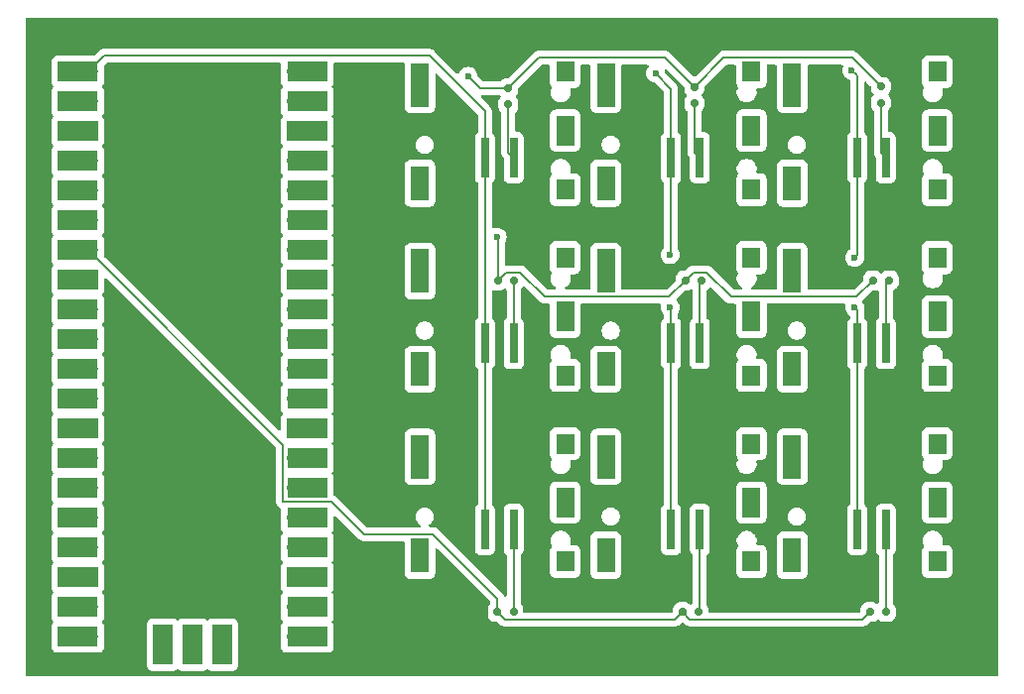
<source format=gbr>
%TF.GenerationSoftware,KiCad,Pcbnew,8.0.7*%
%TF.CreationDate,2025-01-01T06:24:57-05:00*%
%TF.ProjectId,kicad_macropad,6b696361-645f-46d6-9163-726f7061642e,rev?*%
%TF.SameCoordinates,Original*%
%TF.FileFunction,Copper,L1,Top*%
%TF.FilePolarity,Positive*%
%FSLAX46Y46*%
G04 Gerber Fmt 4.6, Leading zero omitted, Abs format (unit mm)*
G04 Created by KiCad (PCBNEW 8.0.7) date 2025-01-01 06:24:57*
%MOMM*%
%LPD*%
G01*
G04 APERTURE LIST*
G04 Aperture macros list*
%AMRoundRect*
0 Rectangle with rounded corners*
0 $1 Rounding radius*
0 $2 $3 $4 $5 $6 $7 $8 $9 X,Y pos of 4 corners*
0 Add a 4 corners polygon primitive as box body*
4,1,4,$2,$3,$4,$5,$6,$7,$8,$9,$2,$3,0*
0 Add four circle primitives for the rounded corners*
1,1,$1+$1,$2,$3*
1,1,$1+$1,$4,$5*
1,1,$1+$1,$6,$7*
1,1,$1+$1,$8,$9*
0 Add four rect primitives between the rounded corners*
20,1,$1+$1,$2,$3,$4,$5,0*
20,1,$1+$1,$4,$5,$6,$7,0*
20,1,$1+$1,$6,$7,$8,$9,0*
20,1,$1+$1,$8,$9,$2,$3,0*%
G04 Aperture macros list end*
%TA.AperFunction,SMDPad,CuDef*%
%ADD10R,0.700000X3.400000*%
%TD*%
%TA.AperFunction,SMDPad,CuDef*%
%ADD11R,1.600000X3.800000*%
%TD*%
%TA.AperFunction,SMDPad,CuDef*%
%ADD12R,1.600000X3.000000*%
%TD*%
%TA.AperFunction,SMDPad,CuDef*%
%ADD13R,1.600000X1.800000*%
%TD*%
%TA.AperFunction,SMDPad,CuDef*%
%ADD14R,1.600000X2.600000*%
%TD*%
%TA.AperFunction,SMDPad,CuDef*%
%ADD15RoundRect,0.150000X0.200000X-0.150000X0.200000X0.150000X-0.200000X0.150000X-0.200000X-0.150000X0*%
%TD*%
%TA.AperFunction,SMDPad,CuDef*%
%ADD16RoundRect,0.150000X0.150000X0.200000X-0.150000X0.200000X-0.150000X-0.200000X0.150000X-0.200000X0*%
%TD*%
%TA.AperFunction,ComponentPad*%
%ADD17O,1.700000X1.700000*%
%TD*%
%TA.AperFunction,SMDPad,CuDef*%
%ADD18R,3.500000X1.700000*%
%TD*%
%TA.AperFunction,ComponentPad*%
%ADD19R,1.700000X1.700000*%
%TD*%
%TA.AperFunction,SMDPad,CuDef*%
%ADD20R,1.700000X3.500000*%
%TD*%
%TA.AperFunction,ViaPad*%
%ADD21C,0.600000*%
%TD*%
%TA.AperFunction,Conductor*%
%ADD22C,0.200000*%
%TD*%
G04 APERTURE END LIST*
D10*
%TO.P,S9,1,1*%
%TO.N,Column 2*%
X146810000Y-133275000D03*
%TO.P,S9,2,2*%
%TO.N,Net-(D9-A)*%
X149260000Y-133275000D03*
D11*
%TO.P,S9,3*%
%TO.N,N/C*%
X141260000Y-127075000D03*
D12*
X141260000Y-135475000D03*
D13*
X153660000Y-125950000D03*
D14*
X153660000Y-130975000D03*
D13*
X153660000Y-136000000D03*
%TD*%
D10*
%TO.P,S8,1,1*%
%TO.N,Column 1*%
X130930000Y-133275000D03*
%TO.P,S8,2,2*%
%TO.N,Net-(D8-A)*%
X133380000Y-133275000D03*
D11*
%TO.P,S8,3*%
%TO.N,N/C*%
X125380000Y-127075000D03*
D12*
X125380000Y-135475000D03*
D13*
X137780000Y-125950000D03*
D14*
X137780000Y-130975000D03*
D13*
X137780000Y-136000000D03*
%TD*%
D15*
%TO.P,D1,1,K*%
%TO.N,Row 0*%
X117050000Y-95575000D03*
%TO.P,D1,2,A*%
%TO.N,Net-(D1-A)*%
X117050000Y-96975000D03*
%TD*%
D10*
%TO.P,S1,1,1*%
%TO.N,Column 0*%
X115050000Y-101515000D03*
%TO.P,S1,2,2*%
%TO.N,Net-(D1-A)*%
X117500000Y-101515000D03*
D11*
%TO.P,S1,3*%
%TO.N,N/C*%
X109500000Y-95315000D03*
D12*
X109500000Y-103715000D03*
D13*
X121900000Y-94190000D03*
D14*
X121900000Y-99215000D03*
D13*
X121900000Y-104240000D03*
%TD*%
D16*
%TO.P,D7,1,K*%
%TO.N,Row 2*%
X116100000Y-140315000D03*
%TO.P,D7,2,A*%
%TO.N,Net-(D7-A)*%
X117500000Y-140315000D03*
%TD*%
D10*
%TO.P,S6,1,1*%
%TO.N,Column 2*%
X146810000Y-117395000D03*
%TO.P,S6,2,2*%
%TO.N,Net-(D6-A)*%
X149260000Y-117395000D03*
D11*
%TO.P,S6,3*%
%TO.N,N/C*%
X141260000Y-111195000D03*
D12*
X141260000Y-119595000D03*
D13*
X153660000Y-110070000D03*
D14*
X153660000Y-115095000D03*
D13*
X153660000Y-120120000D03*
%TD*%
D16*
%TO.P,D9,1,K*%
%TO.N,Row 2*%
X147900000Y-140315000D03*
%TO.P,D9,2,A*%
%TO.N,Net-(D9-A)*%
X149300000Y-140315000D03*
%TD*%
D10*
%TO.P,S3,1,1*%
%TO.N,Column 2*%
X146810000Y-101515000D03*
%TO.P,S3,2,2*%
%TO.N,Net-(D3-A)*%
X149260000Y-101515000D03*
D11*
%TO.P,S3,3*%
%TO.N,N/C*%
X141260000Y-95315000D03*
D12*
X141260000Y-103715000D03*
D13*
X153660000Y-94190000D03*
D14*
X153660000Y-99215000D03*
D13*
X153660000Y-104240000D03*
%TD*%
D16*
%TO.P,D4,1,K*%
%TO.N,Row 1*%
X116150000Y-112015000D03*
%TO.P,D4,2,A*%
%TO.N,Net-(D4-A)*%
X117550000Y-112015000D03*
%TD*%
%TO.P,D6,1,K*%
%TO.N,Row 1*%
X148150000Y-112015000D03*
%TO.P,D6,2,A*%
%TO.N,Net-(D6-A)*%
X149550000Y-112015000D03*
%TD*%
%TO.P,D8,1,K*%
%TO.N,Row 2*%
X131900000Y-140315000D03*
%TO.P,D8,2,A*%
%TO.N,Net-(D8-A)*%
X133300000Y-140315000D03*
%TD*%
%TO.P,D5,1,K*%
%TO.N,Row 1*%
X132150000Y-112015000D03*
%TO.P,D5,2,A*%
%TO.N,Net-(D5-A)*%
X133550000Y-112015000D03*
%TD*%
D10*
%TO.P,S5,1,1*%
%TO.N,Column 1*%
X130930000Y-117395000D03*
%TO.P,S5,2,2*%
%TO.N,Net-(D5-A)*%
X133380000Y-117395000D03*
D11*
%TO.P,S5,3*%
%TO.N,N/C*%
X125380000Y-111195000D03*
D12*
X125380000Y-119595000D03*
D13*
X137780000Y-110070000D03*
D14*
X137780000Y-115095000D03*
D13*
X137780000Y-120120000D03*
%TD*%
D10*
%TO.P,S4,1,1*%
%TO.N,Column 0*%
X115050000Y-117395000D03*
%TO.P,S4,2,2*%
%TO.N,Net-(D4-A)*%
X117500000Y-117395000D03*
D11*
%TO.P,S4,3*%
%TO.N,N/C*%
X109500000Y-111195000D03*
D12*
X109500000Y-119595000D03*
D13*
X121900000Y-110070000D03*
D14*
X121900000Y-115095000D03*
D13*
X121900000Y-120120000D03*
%TD*%
D17*
%TO.P,U1,1,GPIO0*%
%TO.N,Column 0*%
X81210000Y-94185000D03*
D18*
X80310000Y-94185000D03*
D17*
%TO.P,U1,2,GPIO1*%
%TO.N,Column 1*%
X81210000Y-96725000D03*
D18*
X80310000Y-96725000D03*
D19*
%TO.P,U1,3,GND*%
%TO.N,unconnected-(U1-GND-Pad3)*%
X81210000Y-99265000D03*
D18*
X80310000Y-99265000D03*
D17*
%TO.P,U1,4,GPIO2*%
%TO.N,Column 2*%
X81210000Y-101805000D03*
D18*
X80310000Y-101805000D03*
D17*
%TO.P,U1,5,GPIO3*%
%TO.N,Row 0*%
X81210000Y-104345000D03*
D18*
X80310000Y-104345000D03*
D17*
%TO.P,U1,6,GPIO4*%
%TO.N,Row 1*%
X81210000Y-106885000D03*
D18*
X80310000Y-106885000D03*
D17*
%TO.P,U1,7,GPIO5*%
%TO.N,Row 2*%
X81210000Y-109425000D03*
D18*
X80310000Y-109425000D03*
D19*
%TO.P,U1,8,GND*%
%TO.N,unconnected-(U1-GND-Pad8)*%
X81210000Y-111965000D03*
D18*
X80310000Y-111965000D03*
D17*
%TO.P,U1,9,GPIO6*%
%TO.N,unconnected-(U1-GPIO6-Pad9)*%
X81210000Y-114505000D03*
D18*
X80310000Y-114505000D03*
D17*
%TO.P,U1,10,GPIO7*%
%TO.N,unconnected-(U1-GPIO7-Pad10)*%
X81210000Y-117045000D03*
D18*
X80310000Y-117045000D03*
D17*
%TO.P,U1,11,GPIO8*%
%TO.N,unconnected-(U1-GPIO8-Pad11)*%
X81210000Y-119585000D03*
D18*
X80310000Y-119585000D03*
D17*
%TO.P,U1,12,GPIO9*%
%TO.N,unconnected-(U1-GPIO9-Pad12)*%
X81210000Y-122125000D03*
D18*
X80310000Y-122125000D03*
D19*
%TO.P,U1,13,GND*%
%TO.N,unconnected-(U1-GND-Pad13)*%
X81210000Y-124665000D03*
D18*
X80310000Y-124665000D03*
D17*
%TO.P,U1,14,GPIO10*%
%TO.N,unconnected-(U1-GPIO10-Pad14)*%
X81210000Y-127205000D03*
D18*
X80310000Y-127205000D03*
D17*
%TO.P,U1,15,GPIO11*%
%TO.N,unconnected-(U1-GPIO11-Pad15)*%
X81210000Y-129745000D03*
D18*
X80310000Y-129745000D03*
D17*
%TO.P,U1,16,GPIO12*%
%TO.N,unconnected-(U1-GPIO12-Pad16)*%
X81210000Y-132285000D03*
D18*
X80310000Y-132285000D03*
D17*
%TO.P,U1,17,GPIO13*%
%TO.N,unconnected-(U1-GPIO13-Pad17)*%
X81210000Y-134825000D03*
D18*
X80310000Y-134825000D03*
D19*
%TO.P,U1,18,GND*%
%TO.N,unconnected-(U1-GND-Pad18)*%
X81210000Y-137365000D03*
D18*
X80310000Y-137365000D03*
D17*
%TO.P,U1,19,GPIO14*%
%TO.N,unconnected-(U1-GPIO14-Pad19)*%
X81210000Y-139905000D03*
D18*
X80310000Y-139905000D03*
D17*
%TO.P,U1,20,GPIO15*%
%TO.N,unconnected-(U1-GPIO15-Pad20)*%
X81210000Y-142445000D03*
D18*
X80310000Y-142445000D03*
D17*
%TO.P,U1,21,GPIO16*%
%TO.N,unconnected-(U1-GPIO16-Pad21)*%
X98990000Y-142445000D03*
D18*
X99890000Y-142445000D03*
D17*
%TO.P,U1,22,GPIO17*%
%TO.N,unconnected-(U1-GPIO17-Pad22)*%
X98990000Y-139905000D03*
D18*
X99890000Y-139905000D03*
D19*
%TO.P,U1,23,GND*%
%TO.N,unconnected-(U1-GND-Pad23)*%
X98990000Y-137365000D03*
D18*
X99890000Y-137365000D03*
D17*
%TO.P,U1,24,GPIO18*%
%TO.N,unconnected-(U1-GPIO18-Pad24)*%
X98990000Y-134825000D03*
D18*
X99890000Y-134825000D03*
D17*
%TO.P,U1,25,GPIO19*%
%TO.N,unconnected-(U1-GPIO19-Pad25)*%
X98990000Y-132285000D03*
D18*
X99890000Y-132285000D03*
D17*
%TO.P,U1,26,GPIO20*%
%TO.N,unconnected-(U1-GPIO20-Pad26)*%
X98990000Y-129745000D03*
D18*
X99890000Y-129745000D03*
D17*
%TO.P,U1,27,GPIO21*%
%TO.N,unconnected-(U1-GPIO21-Pad27)*%
X98990000Y-127205000D03*
D18*
X99890000Y-127205000D03*
D19*
%TO.P,U1,28,GND*%
%TO.N,unconnected-(U1-GND-Pad28)*%
X98990000Y-124665000D03*
D18*
X99890000Y-124665000D03*
D17*
%TO.P,U1,29,GPIO22*%
%TO.N,unconnected-(U1-GPIO22-Pad29)*%
X98990000Y-122125000D03*
D18*
X99890000Y-122125000D03*
D17*
%TO.P,U1,30,RUN*%
%TO.N,unconnected-(U1-RUN-Pad30)*%
X98990000Y-119585000D03*
D18*
X99890000Y-119585000D03*
D17*
%TO.P,U1,31,GPIO26_ADC0*%
%TO.N,unconnected-(U1-GPIO26_ADC0-Pad31)*%
X98990000Y-117045000D03*
D18*
X99890000Y-117045000D03*
D17*
%TO.P,U1,32,GPIO27_ADC1*%
%TO.N,unconnected-(U1-GPIO27_ADC1-Pad32)*%
X98990000Y-114505000D03*
D18*
X99890000Y-114505000D03*
D19*
%TO.P,U1,33,AGND*%
%TO.N,unconnected-(U1-AGND-Pad33)*%
X98990000Y-111965000D03*
D18*
X99890000Y-111965000D03*
D17*
%TO.P,U1,34,GPIO28_ADC2*%
%TO.N,unconnected-(U1-GPIO28_ADC2-Pad34)*%
X98990000Y-109425000D03*
D18*
X99890000Y-109425000D03*
D17*
%TO.P,U1,35,ADC_VREF*%
%TO.N,unconnected-(U1-ADC_VREF-Pad35)*%
X98990000Y-106885000D03*
D18*
X99890000Y-106885000D03*
D17*
%TO.P,U1,36,3V3*%
%TO.N,unconnected-(U1-3V3-Pad36)*%
X98990000Y-104345000D03*
D18*
X99890000Y-104345000D03*
D17*
%TO.P,U1,37,3V3_EN*%
%TO.N,unconnected-(U1-3V3_EN-Pad37)*%
X98990000Y-101805000D03*
D18*
X99890000Y-101805000D03*
D19*
%TO.P,U1,38,GND*%
%TO.N,unconnected-(U1-GND-Pad38)*%
X98990000Y-99265000D03*
D18*
X99890000Y-99265000D03*
D17*
%TO.P,U1,39,VSYS*%
%TO.N,unconnected-(U1-VSYS-Pad39)*%
X98990000Y-96725000D03*
D18*
X99890000Y-96725000D03*
D17*
%TO.P,U1,40,VBUS*%
%TO.N,unconnected-(U1-VBUS-Pad40)*%
X98990000Y-94185000D03*
D18*
X99890000Y-94185000D03*
D17*
%TO.P,U1,41,SWCLK*%
%TO.N,unconnected-(U1-SWCLK-Pad41)*%
X87560000Y-142215000D03*
D20*
X87560000Y-143115000D03*
D19*
%TO.P,U1,42,GND*%
%TO.N,unconnected-(U1-GND-Pad42)*%
X90100000Y-142215000D03*
D20*
X90100000Y-143115000D03*
D17*
%TO.P,U1,43,SWDIO*%
%TO.N,unconnected-(U1-SWDIO-Pad43)*%
X92640000Y-142215000D03*
D20*
X92640000Y-143115000D03*
%TD*%
D10*
%TO.P,S7,1,1*%
%TO.N,Column 0*%
X115050000Y-133275000D03*
%TO.P,S7,2,2*%
%TO.N,Net-(D7-A)*%
X117500000Y-133275000D03*
D11*
%TO.P,S7,3*%
%TO.N,N/C*%
X109500000Y-127075000D03*
D12*
X109500000Y-135475000D03*
D13*
X121900000Y-125950000D03*
D14*
X121900000Y-130975000D03*
D13*
X121900000Y-136000000D03*
%TD*%
D15*
%TO.P,D3,1,K*%
%TO.N,Row 0*%
X148850000Y-95432500D03*
%TO.P,D3,2,A*%
%TO.N,Net-(D3-A)*%
X148850000Y-96832500D03*
%TD*%
%TO.P,D2,1,K*%
%TO.N,Row 0*%
X132930000Y-95485000D03*
%TO.P,D2,2,A*%
%TO.N,Net-(D2-A)*%
X132930000Y-96885000D03*
%TD*%
D10*
%TO.P,S2,1,1*%
%TO.N,Column 1*%
X130930000Y-101515000D03*
%TO.P,S2,2,2*%
%TO.N,Net-(D2-A)*%
X133380000Y-101515000D03*
D11*
%TO.P,S2,3*%
%TO.N,N/C*%
X125380000Y-95315000D03*
D12*
X125380000Y-103715000D03*
D13*
X137780000Y-94190000D03*
D14*
X137780000Y-99215000D03*
D13*
X137780000Y-104240000D03*
%TD*%
D21*
%TO.N,Row 0*%
X113600000Y-94565000D03*
%TO.N,Row 1*%
X116100000Y-108315000D03*
%TO.N,Column 1*%
X130850000Y-109815000D03*
X129600000Y-94315000D03*
X130850000Y-114315000D03*
%TO.N,Column 2*%
X146350000Y-94065000D03*
X146600000Y-110065000D03*
X146600000Y-114315000D03*
%TD*%
D22*
%TO.N,Row 0*%
X119635000Y-92990000D02*
X117050000Y-95575000D01*
X135425000Y-92990000D02*
X132930000Y-95485000D01*
X117050000Y-95575000D02*
X114610000Y-95575000D01*
X130435000Y-92990000D02*
X119635000Y-92990000D01*
X114610000Y-95575000D02*
X113600000Y-94565000D01*
X148850000Y-95432500D02*
X146407500Y-92990000D01*
X146407500Y-92990000D02*
X135425000Y-92990000D01*
X132930000Y-95485000D02*
X130435000Y-92990000D01*
%TO.N,Net-(D1-A)*%
X117050000Y-101065000D02*
X117500000Y-101515000D01*
X117050000Y-96975000D02*
X117050000Y-101065000D01*
%TO.N,Net-(D2-A)*%
X132930000Y-101065000D02*
X133380000Y-101515000D01*
X132930000Y-96885000D02*
X132930000Y-101065000D01*
%TO.N,Net-(D3-A)*%
X148850000Y-96832500D02*
X148850000Y-101105000D01*
X148850000Y-101105000D02*
X149260000Y-101515000D01*
%TO.N,Net-(D4-A)*%
X117500000Y-112065000D02*
X117550000Y-112015000D01*
X117500000Y-117395000D02*
X117500000Y-112065000D01*
%TO.N,Row 1*%
X116850000Y-111315000D02*
X116150000Y-112015000D01*
X133950000Y-111315000D02*
X132850000Y-111315000D01*
X146770000Y-113395000D02*
X136030000Y-113395000D01*
X116150000Y-108365000D02*
X116100000Y-108315000D01*
X130770000Y-113395000D02*
X120150000Y-113395000D01*
X132850000Y-111315000D02*
X132150000Y-112015000D01*
X148150000Y-112015000D02*
X146770000Y-113395000D01*
X136030000Y-113395000D02*
X133950000Y-111315000D01*
X120150000Y-113395000D02*
X118070000Y-111315000D01*
X132150000Y-112015000D02*
X130770000Y-113395000D01*
X118070000Y-111315000D02*
X116850000Y-111315000D01*
X116150000Y-112015000D02*
X116150000Y-108365000D01*
%TO.N,Net-(D5-A)*%
X133380000Y-117395000D02*
X133380000Y-112185000D01*
X133380000Y-112185000D02*
X133550000Y-112015000D01*
%TO.N,Net-(D6-A)*%
X149260000Y-112305000D02*
X149550000Y-112015000D01*
X149260000Y-117395000D02*
X149260000Y-112305000D01*
%TO.N,Row 2*%
X116100000Y-140315000D02*
X116100000Y-139175000D01*
X116100000Y-139175000D02*
X110600000Y-133675000D01*
X104710000Y-133675000D02*
X101930000Y-130895000D01*
X131250000Y-140965000D02*
X116750000Y-140965000D01*
X97840000Y-130895000D02*
X97840000Y-126055000D01*
X132550000Y-140965000D02*
X131900000Y-140315000D01*
X116750000Y-140965000D02*
X116100000Y-140315000D01*
X147250000Y-140965000D02*
X132550000Y-140965000D01*
X97840000Y-126055000D02*
X81210000Y-109425000D01*
X101930000Y-130895000D02*
X97840000Y-130895000D01*
X110600000Y-133675000D02*
X104710000Y-133675000D01*
X131900000Y-140315000D02*
X131250000Y-140965000D01*
X147900000Y-140315000D02*
X147250000Y-140965000D01*
%TO.N,Net-(D7-A)*%
X117500000Y-133275000D02*
X117500000Y-140315000D01*
%TO.N,Net-(D8-A)*%
X133380000Y-140235000D02*
X133300000Y-140315000D01*
X133380000Y-133275000D02*
X133380000Y-140235000D01*
%TO.N,Net-(D9-A)*%
X149260000Y-133275000D02*
X149260000Y-140155000D01*
X149260000Y-140155000D02*
X149100000Y-140315000D01*
%TO.N,Column 0*%
X110300000Y-92815000D02*
X82580000Y-92815000D01*
X115050000Y-101515000D02*
X115050000Y-117395000D01*
X82580000Y-92815000D02*
X81210000Y-94185000D01*
X115050000Y-97565000D02*
X110300000Y-92815000D01*
X115050000Y-117395000D02*
X115050000Y-133275000D01*
X115050000Y-101515000D02*
X115050000Y-97565000D01*
%TO.N,Column 1*%
X130930000Y-109735000D02*
X130850000Y-109815000D01*
X130930000Y-95645000D02*
X129600000Y-94315000D01*
X130930000Y-117395000D02*
X130930000Y-133275000D01*
X130930000Y-101515000D02*
X130930000Y-95645000D01*
X130930000Y-101515000D02*
X130930000Y-109735000D01*
X130930000Y-117395000D02*
X130930000Y-114395000D01*
X130930000Y-114395000D02*
X130850000Y-114315000D01*
%TO.N,Column 2*%
X146810000Y-117395000D02*
X146810000Y-133275000D01*
X146810000Y-101515000D02*
X146810000Y-94525000D01*
X146810000Y-114525000D02*
X146810000Y-117395000D01*
X146810000Y-94525000D02*
X146350000Y-94065000D01*
X146810000Y-109855000D02*
X146600000Y-110065000D01*
X146810000Y-101515000D02*
X146810000Y-109855000D01*
X146600000Y-114315000D02*
X146810000Y-114525000D01*
%TD*%
%TA.AperFunction,NonConductor*%
G36*
X158792539Y-89585185D02*
G01*
X158838294Y-89637989D01*
X158849500Y-89689500D01*
X158849500Y-145690500D01*
X158829815Y-145757539D01*
X158777011Y-145803294D01*
X158725500Y-145814500D01*
X75974500Y-145814500D01*
X75907461Y-145794815D01*
X75861706Y-145742011D01*
X75850500Y-145690500D01*
X75850500Y-93287135D01*
X78059500Y-93287135D01*
X78059500Y-95082870D01*
X78059501Y-95082876D01*
X78065908Y-95142483D01*
X78116202Y-95277328D01*
X78116203Y-95277330D01*
X78193578Y-95380689D01*
X78217995Y-95446153D01*
X78203144Y-95514426D01*
X78193578Y-95529309D01*
X78183168Y-95543216D01*
X78116203Y-95632669D01*
X78116202Y-95632671D01*
X78065908Y-95767517D01*
X78063416Y-95790701D01*
X78059501Y-95827123D01*
X78059500Y-95827135D01*
X78059500Y-97622870D01*
X78059501Y-97622876D01*
X78065908Y-97682483D01*
X78116202Y-97817328D01*
X78116203Y-97817330D01*
X78193578Y-97920689D01*
X78217995Y-97986153D01*
X78203144Y-98054426D01*
X78193578Y-98069311D01*
X78116203Y-98172669D01*
X78116202Y-98172671D01*
X78065908Y-98307517D01*
X78059501Y-98367116D01*
X78059501Y-98367123D01*
X78059500Y-98367135D01*
X78059500Y-100162870D01*
X78059501Y-100162876D01*
X78065908Y-100222483D01*
X78116202Y-100357328D01*
X78116203Y-100357330D01*
X78193578Y-100460689D01*
X78217995Y-100526153D01*
X78203144Y-100594426D01*
X78193578Y-100609311D01*
X78116203Y-100712669D01*
X78116202Y-100712671D01*
X78065908Y-100847517D01*
X78059501Y-100907116D01*
X78059501Y-100907123D01*
X78059500Y-100907135D01*
X78059500Y-102702870D01*
X78059501Y-102702876D01*
X78065908Y-102762483D01*
X78116202Y-102897328D01*
X78116203Y-102897330D01*
X78193578Y-103000689D01*
X78217995Y-103066153D01*
X78203144Y-103134426D01*
X78193578Y-103149311D01*
X78116203Y-103252669D01*
X78116202Y-103252671D01*
X78065908Y-103387517D01*
X78059501Y-103447116D01*
X78059501Y-103447123D01*
X78059500Y-103447135D01*
X78059500Y-105242870D01*
X78059501Y-105242876D01*
X78065908Y-105302483D01*
X78116202Y-105437328D01*
X78116203Y-105437330D01*
X78193578Y-105540689D01*
X78217995Y-105606153D01*
X78203144Y-105674426D01*
X78193578Y-105689311D01*
X78116203Y-105792669D01*
X78116202Y-105792671D01*
X78065908Y-105927517D01*
X78059501Y-105987116D01*
X78059501Y-105987123D01*
X78059500Y-105987135D01*
X78059500Y-107782870D01*
X78059501Y-107782876D01*
X78065908Y-107842483D01*
X78116202Y-107977328D01*
X78116203Y-107977330D01*
X78193578Y-108080689D01*
X78217995Y-108146153D01*
X78203144Y-108214426D01*
X78193578Y-108229311D01*
X78116203Y-108332669D01*
X78116202Y-108332671D01*
X78065908Y-108467517D01*
X78063034Y-108494254D01*
X78059501Y-108527123D01*
X78059500Y-108527135D01*
X78059500Y-110322870D01*
X78059501Y-110322876D01*
X78065908Y-110382483D01*
X78116202Y-110517328D01*
X78116203Y-110517330D01*
X78193578Y-110620689D01*
X78217995Y-110686153D01*
X78203144Y-110754426D01*
X78193578Y-110769311D01*
X78116203Y-110872669D01*
X78116202Y-110872671D01*
X78065908Y-111007517D01*
X78064794Y-111017883D01*
X78059501Y-111067123D01*
X78059500Y-111067135D01*
X78059500Y-112862870D01*
X78059501Y-112862876D01*
X78065908Y-112922483D01*
X78116202Y-113057328D01*
X78116203Y-113057330D01*
X78193578Y-113160689D01*
X78217995Y-113226153D01*
X78203144Y-113294426D01*
X78193578Y-113309311D01*
X78116203Y-113412669D01*
X78116202Y-113412671D01*
X78065908Y-113547517D01*
X78061439Y-113589091D01*
X78059501Y-113607123D01*
X78059500Y-113607135D01*
X78059500Y-115402870D01*
X78059501Y-115402876D01*
X78065908Y-115462483D01*
X78116202Y-115597328D01*
X78116203Y-115597330D01*
X78193578Y-115700689D01*
X78217995Y-115766153D01*
X78203144Y-115834426D01*
X78193578Y-115849311D01*
X78116203Y-115952669D01*
X78116202Y-115952671D01*
X78065908Y-116087517D01*
X78059501Y-116147116D01*
X78059501Y-116147123D01*
X78059500Y-116147135D01*
X78059500Y-117942870D01*
X78059501Y-117942876D01*
X78065908Y-118002483D01*
X78116202Y-118137328D01*
X78116203Y-118137330D01*
X78193578Y-118240689D01*
X78217995Y-118306153D01*
X78203144Y-118374426D01*
X78193578Y-118389311D01*
X78116203Y-118492669D01*
X78116202Y-118492671D01*
X78065908Y-118627517D01*
X78059501Y-118687116D01*
X78059501Y-118687123D01*
X78059500Y-118687135D01*
X78059500Y-120482870D01*
X78059501Y-120482876D01*
X78065908Y-120542483D01*
X78116202Y-120677328D01*
X78116203Y-120677330D01*
X78193578Y-120780689D01*
X78217995Y-120846153D01*
X78203144Y-120914426D01*
X78193578Y-120929311D01*
X78116203Y-121032669D01*
X78116202Y-121032671D01*
X78065908Y-121167517D01*
X78059501Y-121227116D01*
X78059501Y-121227123D01*
X78059500Y-121227135D01*
X78059500Y-123022870D01*
X78059501Y-123022876D01*
X78065908Y-123082483D01*
X78116202Y-123217328D01*
X78116203Y-123217330D01*
X78193578Y-123320689D01*
X78217995Y-123386153D01*
X78203144Y-123454426D01*
X78193578Y-123469311D01*
X78116203Y-123572669D01*
X78116202Y-123572671D01*
X78065908Y-123707517D01*
X78059501Y-123767116D01*
X78059501Y-123767123D01*
X78059500Y-123767135D01*
X78059500Y-125562870D01*
X78059501Y-125562876D01*
X78065908Y-125622483D01*
X78116202Y-125757328D01*
X78116203Y-125757330D01*
X78193578Y-125860689D01*
X78217995Y-125926153D01*
X78203144Y-125994426D01*
X78193578Y-126009311D01*
X78116203Y-126112669D01*
X78116202Y-126112671D01*
X78065908Y-126247517D01*
X78059501Y-126307116D01*
X78059501Y-126307123D01*
X78059500Y-126307135D01*
X78059500Y-128102870D01*
X78059501Y-128102876D01*
X78065908Y-128162483D01*
X78116202Y-128297328D01*
X78116203Y-128297330D01*
X78193578Y-128400689D01*
X78217995Y-128466153D01*
X78203144Y-128534426D01*
X78193578Y-128549311D01*
X78116203Y-128652669D01*
X78116202Y-128652671D01*
X78065908Y-128787517D01*
X78059501Y-128847116D01*
X78059501Y-128847123D01*
X78059500Y-128847135D01*
X78059500Y-130642870D01*
X78059501Y-130642876D01*
X78065908Y-130702483D01*
X78116202Y-130837328D01*
X78116203Y-130837330D01*
X78193578Y-130940689D01*
X78217995Y-131006153D01*
X78203144Y-131074426D01*
X78193578Y-131089311D01*
X78116203Y-131192669D01*
X78116202Y-131192671D01*
X78065908Y-131327517D01*
X78060748Y-131375518D01*
X78059501Y-131387123D01*
X78059500Y-131387135D01*
X78059500Y-133182870D01*
X78059501Y-133182876D01*
X78065908Y-133242483D01*
X78116202Y-133377328D01*
X78116203Y-133377330D01*
X78193578Y-133480689D01*
X78217995Y-133546153D01*
X78203144Y-133614426D01*
X78193578Y-133629311D01*
X78116203Y-133732669D01*
X78116202Y-133732671D01*
X78065908Y-133867517D01*
X78059501Y-133927116D01*
X78059501Y-133927123D01*
X78059500Y-133927135D01*
X78059500Y-135722870D01*
X78059501Y-135722876D01*
X78065908Y-135782483D01*
X78116202Y-135917328D01*
X78116203Y-135917330D01*
X78193578Y-136020689D01*
X78217995Y-136086153D01*
X78203144Y-136154426D01*
X78193578Y-136169311D01*
X78116203Y-136272669D01*
X78116202Y-136272671D01*
X78065908Y-136407517D01*
X78059501Y-136467116D01*
X78059501Y-136467123D01*
X78059500Y-136467135D01*
X78059500Y-138262870D01*
X78059501Y-138262876D01*
X78065908Y-138322483D01*
X78116202Y-138457328D01*
X78116203Y-138457330D01*
X78193578Y-138560689D01*
X78217995Y-138626153D01*
X78203144Y-138694426D01*
X78193578Y-138709311D01*
X78116203Y-138812669D01*
X78116202Y-138812671D01*
X78065908Y-138947517D01*
X78061044Y-138992764D01*
X78059501Y-139007123D01*
X78059500Y-139007135D01*
X78059500Y-140802870D01*
X78059501Y-140802876D01*
X78065908Y-140862483D01*
X78116202Y-140997328D01*
X78116203Y-140997330D01*
X78193578Y-141100689D01*
X78217995Y-141166153D01*
X78203144Y-141234426D01*
X78193578Y-141249309D01*
X78191628Y-141251916D01*
X78116203Y-141352669D01*
X78116202Y-141352671D01*
X78065908Y-141487517D01*
X78061924Y-141524577D01*
X78059501Y-141547123D01*
X78059500Y-141547135D01*
X78059500Y-143342870D01*
X78059501Y-143342876D01*
X78065908Y-143402483D01*
X78116202Y-143537328D01*
X78116206Y-143537335D01*
X78202452Y-143652544D01*
X78202455Y-143652547D01*
X78317664Y-143738793D01*
X78317671Y-143738797D01*
X78452517Y-143789091D01*
X78452516Y-143789091D01*
X78459444Y-143789835D01*
X78512127Y-143795500D01*
X81145611Y-143795499D01*
X81156419Y-143795971D01*
X81209999Y-143800659D01*
X81210000Y-143800659D01*
X81210001Y-143800659D01*
X81263580Y-143795971D01*
X81274388Y-143795499D01*
X82107871Y-143795499D01*
X82107872Y-143795499D01*
X82167483Y-143789091D01*
X82302331Y-143738796D01*
X82417546Y-143652546D01*
X82503796Y-143537331D01*
X82554091Y-143402483D01*
X82560500Y-143342873D01*
X82560499Y-142509383D01*
X82560971Y-142498576D01*
X82565659Y-142445000D01*
X82565659Y-142444999D01*
X82560971Y-142391421D01*
X82560499Y-142380613D01*
X82560499Y-142214997D01*
X86204341Y-142214997D01*
X86204341Y-142215001D01*
X86209028Y-142268574D01*
X86209500Y-142279381D01*
X86209500Y-144912870D01*
X86209501Y-144912876D01*
X86215908Y-144972483D01*
X86266202Y-145107328D01*
X86266206Y-145107335D01*
X86352452Y-145222544D01*
X86352455Y-145222547D01*
X86467664Y-145308793D01*
X86467671Y-145308797D01*
X86602517Y-145359091D01*
X86602516Y-145359091D01*
X86609444Y-145359835D01*
X86662127Y-145365500D01*
X88457872Y-145365499D01*
X88517483Y-145359091D01*
X88652331Y-145308796D01*
X88755690Y-145231421D01*
X88821152Y-145207004D01*
X88889425Y-145221855D01*
X88904303Y-145231416D01*
X89007665Y-145308793D01*
X89007668Y-145308795D01*
X89007671Y-145308797D01*
X89142517Y-145359091D01*
X89142516Y-145359091D01*
X89149444Y-145359835D01*
X89202127Y-145365500D01*
X90997872Y-145365499D01*
X91057483Y-145359091D01*
X91192331Y-145308796D01*
X91295690Y-145231421D01*
X91361152Y-145207004D01*
X91429425Y-145221855D01*
X91444303Y-145231416D01*
X91547665Y-145308793D01*
X91547668Y-145308795D01*
X91547671Y-145308797D01*
X91682517Y-145359091D01*
X91682516Y-145359091D01*
X91689444Y-145359835D01*
X91742127Y-145365500D01*
X93537872Y-145365499D01*
X93597483Y-145359091D01*
X93732331Y-145308796D01*
X93847546Y-145222546D01*
X93933796Y-145107331D01*
X93984091Y-144972483D01*
X93990500Y-144912873D01*
X93990499Y-142279381D01*
X93990971Y-142268578D01*
X93995659Y-142215000D01*
X93995659Y-142214999D01*
X93990971Y-142161418D01*
X93990499Y-142150610D01*
X93990499Y-141317129D01*
X93990498Y-141317123D01*
X93990497Y-141317116D01*
X93984091Y-141257517D01*
X93981030Y-141249311D01*
X93933797Y-141122671D01*
X93933793Y-141122664D01*
X93847547Y-141007455D01*
X93847544Y-141007452D01*
X93732335Y-140921206D01*
X93732328Y-140921202D01*
X93597482Y-140870908D01*
X93597483Y-140870908D01*
X93537883Y-140864501D01*
X93537881Y-140864500D01*
X93537873Y-140864500D01*
X93537865Y-140864500D01*
X92704383Y-140864500D01*
X92693576Y-140864028D01*
X92640002Y-140859341D01*
X92639999Y-140859341D01*
X92604865Y-140862414D01*
X92586421Y-140864028D01*
X92575616Y-140864500D01*
X91742129Y-140864500D01*
X91742123Y-140864501D01*
X91682516Y-140870908D01*
X91547671Y-140921202D01*
X91547669Y-140921203D01*
X91444311Y-140998578D01*
X91378847Y-141022995D01*
X91310574Y-141008144D01*
X91295689Y-140998578D01*
X91261024Y-140972628D01*
X91222952Y-140944127D01*
X91192330Y-140921203D01*
X91192328Y-140921202D01*
X91057482Y-140870908D01*
X91057483Y-140870908D01*
X90997883Y-140864501D01*
X90997881Y-140864500D01*
X90997873Y-140864500D01*
X90997864Y-140864500D01*
X89202129Y-140864500D01*
X89202123Y-140864501D01*
X89142516Y-140870908D01*
X89007671Y-140921202D01*
X89007669Y-140921203D01*
X88904311Y-140998578D01*
X88838847Y-141022995D01*
X88770574Y-141008144D01*
X88755689Y-140998578D01*
X88721024Y-140972628D01*
X88682952Y-140944127D01*
X88652330Y-140921203D01*
X88652328Y-140921202D01*
X88517482Y-140870908D01*
X88517483Y-140870908D01*
X88457883Y-140864501D01*
X88457881Y-140864500D01*
X88457873Y-140864500D01*
X88457865Y-140864500D01*
X87624383Y-140864500D01*
X87613576Y-140864028D01*
X87560002Y-140859341D01*
X87559999Y-140859341D01*
X87524865Y-140862414D01*
X87506421Y-140864028D01*
X87495616Y-140864500D01*
X86662129Y-140864500D01*
X86662123Y-140864501D01*
X86602516Y-140870908D01*
X86467671Y-140921202D01*
X86467664Y-140921206D01*
X86352455Y-141007452D01*
X86352452Y-141007455D01*
X86266206Y-141122664D01*
X86266202Y-141122671D01*
X86215908Y-141257517D01*
X86209501Y-141317116D01*
X86209501Y-141317123D01*
X86209500Y-141317135D01*
X86209500Y-142150618D01*
X86209028Y-142161425D01*
X86204341Y-142214997D01*
X82560499Y-142214997D01*
X82560499Y-141547129D01*
X82560498Y-141547123D01*
X82560497Y-141547116D01*
X82555299Y-141498757D01*
X82554091Y-141487516D01*
X82503797Y-141352671D01*
X82503795Y-141352668D01*
X82426421Y-141249309D01*
X82402004Y-141183848D01*
X82416855Y-141115575D01*
X82426416Y-141100696D01*
X82503796Y-140997331D01*
X82554091Y-140862483D01*
X82560500Y-140802873D01*
X82560499Y-139969383D01*
X82560971Y-139958576D01*
X82565659Y-139905000D01*
X82565659Y-139904999D01*
X82560971Y-139851421D01*
X82560499Y-139840613D01*
X82560499Y-139007129D01*
X82560498Y-139007123D01*
X82560497Y-139007116D01*
X82554091Y-138947517D01*
X82552486Y-138943215D01*
X82503797Y-138812671D01*
X82503795Y-138812668D01*
X82426421Y-138709309D01*
X82402004Y-138643848D01*
X82416855Y-138575575D01*
X82426416Y-138560696D01*
X82503796Y-138457331D01*
X82554091Y-138322483D01*
X82560500Y-138262873D01*
X82560499Y-136467128D01*
X82554091Y-136407517D01*
X82503796Y-136272669D01*
X82426421Y-136169309D01*
X82402004Y-136103848D01*
X82416855Y-136035575D01*
X82426416Y-136020696D01*
X82503796Y-135917331D01*
X82554091Y-135782483D01*
X82560500Y-135722873D01*
X82560499Y-134889383D01*
X82560971Y-134878576D01*
X82562801Y-134857668D01*
X82565659Y-134825000D01*
X82560971Y-134771421D01*
X82560499Y-134760613D01*
X82560499Y-133927129D01*
X82560498Y-133927123D01*
X82560497Y-133927116D01*
X82554091Y-133867517D01*
X82503796Y-133732669D01*
X82426421Y-133629309D01*
X82402004Y-133563848D01*
X82416855Y-133495575D01*
X82426416Y-133480696D01*
X82503796Y-133377331D01*
X82554091Y-133242483D01*
X82560500Y-133182873D01*
X82560499Y-132349383D01*
X82560971Y-132338576D01*
X82565659Y-132285000D01*
X82565659Y-132284999D01*
X82560971Y-132231421D01*
X82560499Y-132220613D01*
X82560499Y-131387129D01*
X82560498Y-131387123D01*
X82560497Y-131387116D01*
X82554091Y-131327517D01*
X82513041Y-131217457D01*
X82503797Y-131192671D01*
X82503795Y-131192668D01*
X82490206Y-131174515D01*
X82426421Y-131089309D01*
X82402004Y-131023848D01*
X82416855Y-130955575D01*
X82426416Y-130940696D01*
X82503796Y-130837331D01*
X82554091Y-130702483D01*
X82560500Y-130642873D01*
X82560499Y-129809384D01*
X82560971Y-129798576D01*
X82565659Y-129745000D01*
X82565659Y-129744999D01*
X82560971Y-129691421D01*
X82560499Y-129680613D01*
X82560499Y-128847129D01*
X82560498Y-128847123D01*
X82560497Y-128847116D01*
X82554091Y-128787517D01*
X82503796Y-128652669D01*
X82426421Y-128549309D01*
X82402004Y-128483848D01*
X82416855Y-128415575D01*
X82426416Y-128400696D01*
X82503796Y-128297331D01*
X82554091Y-128162483D01*
X82560500Y-128102873D01*
X82560499Y-127269384D01*
X82560971Y-127258576D01*
X82565659Y-127205000D01*
X82565659Y-127204999D01*
X82560971Y-127151421D01*
X82560499Y-127140613D01*
X82560499Y-126307129D01*
X82560498Y-126307123D01*
X82560497Y-126307116D01*
X82554091Y-126247517D01*
X82503796Y-126112669D01*
X82426421Y-126009309D01*
X82402004Y-125943848D01*
X82416855Y-125875575D01*
X82426416Y-125860696D01*
X82503796Y-125757331D01*
X82554091Y-125622483D01*
X82560500Y-125562873D01*
X82560499Y-123767128D01*
X82554091Y-123707517D01*
X82503796Y-123572669D01*
X82426421Y-123469309D01*
X82402004Y-123403848D01*
X82416855Y-123335575D01*
X82426416Y-123320696D01*
X82503796Y-123217331D01*
X82554091Y-123082483D01*
X82560500Y-123022873D01*
X82560499Y-122189383D01*
X82560971Y-122178576D01*
X82565659Y-122125000D01*
X82565659Y-122124999D01*
X82560971Y-122071421D01*
X82560499Y-122060613D01*
X82560499Y-121227129D01*
X82560498Y-121227123D01*
X82560497Y-121227116D01*
X82554091Y-121167517D01*
X82544899Y-121142873D01*
X82503797Y-121032671D01*
X82503795Y-121032668D01*
X82426421Y-120929309D01*
X82402004Y-120863848D01*
X82416855Y-120795575D01*
X82426416Y-120780696D01*
X82503796Y-120677331D01*
X82554091Y-120542483D01*
X82560500Y-120482873D01*
X82560499Y-119649383D01*
X82560971Y-119638576D01*
X82565659Y-119585000D01*
X82565659Y-119584999D01*
X82560971Y-119531421D01*
X82560499Y-119520613D01*
X82560499Y-118687129D01*
X82560498Y-118687123D01*
X82560497Y-118687116D01*
X82554091Y-118627517D01*
X82544977Y-118603082D01*
X82503797Y-118492671D01*
X82503795Y-118492668D01*
X82426421Y-118389309D01*
X82402004Y-118323848D01*
X82416855Y-118255575D01*
X82426416Y-118240696D01*
X82503796Y-118137331D01*
X82554091Y-118002483D01*
X82560500Y-117942873D01*
X82560499Y-117109383D01*
X82560971Y-117098576D01*
X82565659Y-117045000D01*
X82565659Y-117044999D01*
X82560971Y-116991421D01*
X82560499Y-116980613D01*
X82560499Y-116147129D01*
X82560498Y-116147123D01*
X82560497Y-116147116D01*
X82554091Y-116087517D01*
X82547108Y-116068795D01*
X82503797Y-115952671D01*
X82503795Y-115952668D01*
X82485071Y-115927656D01*
X82426421Y-115849309D01*
X82402004Y-115783848D01*
X82416855Y-115715575D01*
X82426416Y-115700696D01*
X82503796Y-115597331D01*
X82554091Y-115462483D01*
X82560500Y-115402873D01*
X82560499Y-114569383D01*
X82560971Y-114558576D01*
X82565659Y-114505000D01*
X82565659Y-114504999D01*
X82560971Y-114451421D01*
X82560499Y-114440613D01*
X82560499Y-113607129D01*
X82560498Y-113607123D01*
X82560497Y-113607116D01*
X82554091Y-113547517D01*
X82550838Y-113538796D01*
X82503797Y-113412671D01*
X82503795Y-113412668D01*
X82426421Y-113309309D01*
X82402004Y-113243848D01*
X82416855Y-113175575D01*
X82426416Y-113160696D01*
X82503796Y-113057331D01*
X82554091Y-112922483D01*
X82560500Y-112862873D01*
X82560499Y-111924095D01*
X82580183Y-111857057D01*
X82632987Y-111811302D01*
X82702146Y-111801358D01*
X82765702Y-111830383D01*
X82772180Y-111836415D01*
X97203181Y-126267416D01*
X97236666Y-126328739D01*
X97239500Y-126355097D01*
X97239500Y-130815943D01*
X97239500Y-130974057D01*
X97270383Y-131089312D01*
X97280423Y-131126783D01*
X97280426Y-131126790D01*
X97359475Y-131263709D01*
X97359479Y-131263714D01*
X97359480Y-131263716D01*
X97471284Y-131375520D01*
X97577500Y-131436843D01*
X97625715Y-131487409D01*
X97639500Y-131544230D01*
X97639500Y-132220616D01*
X97639028Y-132231423D01*
X97634341Y-132284997D01*
X97634341Y-132285002D01*
X97639028Y-132338576D01*
X97639500Y-132349383D01*
X97639500Y-133182870D01*
X97639501Y-133182876D01*
X97645908Y-133242483D01*
X97696202Y-133377328D01*
X97696203Y-133377330D01*
X97773578Y-133480689D01*
X97797995Y-133546153D01*
X97783144Y-133614426D01*
X97773578Y-133629311D01*
X97696203Y-133732669D01*
X97696202Y-133732671D01*
X97645908Y-133867517D01*
X97639501Y-133927116D01*
X97639501Y-133927123D01*
X97639500Y-133927135D01*
X97639500Y-134760616D01*
X97639028Y-134771423D01*
X97634341Y-134824997D01*
X97634341Y-134825002D01*
X97639028Y-134878576D01*
X97639500Y-134889383D01*
X97639500Y-135722870D01*
X97639501Y-135722876D01*
X97645908Y-135782483D01*
X97696202Y-135917328D01*
X97696203Y-135917330D01*
X97773578Y-136020689D01*
X97797995Y-136086153D01*
X97783144Y-136154426D01*
X97773578Y-136169311D01*
X97696203Y-136272669D01*
X97696202Y-136272671D01*
X97645908Y-136407517D01*
X97639501Y-136467116D01*
X97639501Y-136467123D01*
X97639500Y-136467135D01*
X97639500Y-138262870D01*
X97639501Y-138262876D01*
X97645908Y-138322483D01*
X97696202Y-138457328D01*
X97696203Y-138457330D01*
X97773578Y-138560689D01*
X97797995Y-138626153D01*
X97783144Y-138694426D01*
X97773578Y-138709311D01*
X97696203Y-138812669D01*
X97696202Y-138812671D01*
X97645908Y-138947517D01*
X97641044Y-138992764D01*
X97639501Y-139007123D01*
X97639500Y-139007135D01*
X97639500Y-139840616D01*
X97639028Y-139851423D01*
X97634341Y-139904997D01*
X97634341Y-139905002D01*
X97639028Y-139958576D01*
X97639500Y-139969383D01*
X97639500Y-140802870D01*
X97639501Y-140802876D01*
X97645908Y-140862483D01*
X97696202Y-140997328D01*
X97696203Y-140997330D01*
X97773578Y-141100689D01*
X97797995Y-141166153D01*
X97783144Y-141234426D01*
X97773578Y-141249309D01*
X97771628Y-141251916D01*
X97696203Y-141352669D01*
X97696202Y-141352671D01*
X97645908Y-141487517D01*
X97641924Y-141524577D01*
X97639501Y-141547123D01*
X97639500Y-141547135D01*
X97639500Y-142380616D01*
X97639028Y-142391423D01*
X97634341Y-142444997D01*
X97634341Y-142445002D01*
X97639028Y-142498576D01*
X97639500Y-142509383D01*
X97639500Y-143342870D01*
X97639501Y-143342876D01*
X97645908Y-143402483D01*
X97696202Y-143537328D01*
X97696206Y-143537335D01*
X97782452Y-143652544D01*
X97782455Y-143652547D01*
X97897664Y-143738793D01*
X97897671Y-143738797D01*
X98032517Y-143789091D01*
X98032516Y-143789091D01*
X98039444Y-143789835D01*
X98092127Y-143795500D01*
X98925616Y-143795499D01*
X98936425Y-143795971D01*
X98990000Y-143800659D01*
X99043575Y-143795971D01*
X99054384Y-143795499D01*
X101687871Y-143795499D01*
X101687872Y-143795499D01*
X101747483Y-143789091D01*
X101882331Y-143738796D01*
X101997546Y-143652546D01*
X102083796Y-143537331D01*
X102134091Y-143402483D01*
X102140500Y-143342873D01*
X102140499Y-141547128D01*
X102135299Y-141498757D01*
X102134091Y-141487516D01*
X102083797Y-141352671D01*
X102083795Y-141352668D01*
X102006421Y-141249309D01*
X101982004Y-141183848D01*
X101996855Y-141115575D01*
X102006416Y-141100696D01*
X102083796Y-140997331D01*
X102134091Y-140862483D01*
X102140500Y-140802873D01*
X102140499Y-139007128D01*
X102134091Y-138947517D01*
X102132486Y-138943215D01*
X102083797Y-138812671D01*
X102083795Y-138812668D01*
X102006421Y-138709309D01*
X101982004Y-138643848D01*
X101996855Y-138575575D01*
X102006416Y-138560696D01*
X102083796Y-138457331D01*
X102134091Y-138322483D01*
X102140500Y-138262873D01*
X102140499Y-136467128D01*
X102134091Y-136407517D01*
X102083796Y-136272669D01*
X102006421Y-136169309D01*
X101982004Y-136103848D01*
X101996855Y-136035575D01*
X102006416Y-136020696D01*
X102083796Y-135917331D01*
X102134091Y-135782483D01*
X102140500Y-135722873D01*
X102140499Y-133927128D01*
X102134091Y-133867517D01*
X102083796Y-133732669D01*
X102006421Y-133629309D01*
X101982004Y-133563848D01*
X101996855Y-133495575D01*
X102006416Y-133480696D01*
X102083796Y-133377331D01*
X102134091Y-133242483D01*
X102140500Y-133182873D01*
X102140499Y-132254095D01*
X102160183Y-132187057D01*
X102212987Y-132141302D01*
X102282146Y-132131358D01*
X102345702Y-132160383D01*
X102352178Y-132166413D01*
X104341284Y-134155520D01*
X104341286Y-134155521D01*
X104341290Y-134155524D01*
X104478209Y-134234573D01*
X104478216Y-134234577D01*
X104630943Y-134275501D01*
X104630945Y-134275501D01*
X104796654Y-134275501D01*
X104796670Y-134275500D01*
X108075500Y-134275500D01*
X108142539Y-134295185D01*
X108188294Y-134347989D01*
X108199500Y-134399500D01*
X108199500Y-137022870D01*
X108199501Y-137022876D01*
X108205908Y-137082483D01*
X108256202Y-137217328D01*
X108256206Y-137217335D01*
X108342452Y-137332544D01*
X108342455Y-137332547D01*
X108457664Y-137418793D01*
X108457671Y-137418797D01*
X108592517Y-137469091D01*
X108592516Y-137469091D01*
X108599444Y-137469835D01*
X108652127Y-137475500D01*
X110347872Y-137475499D01*
X110407483Y-137469091D01*
X110542331Y-137418796D01*
X110657546Y-137332546D01*
X110743796Y-137217331D01*
X110794091Y-137082483D01*
X110800500Y-137022873D01*
X110800499Y-135024095D01*
X110820184Y-134957057D01*
X110872987Y-134911302D01*
X110942146Y-134901358D01*
X111005702Y-134930383D01*
X111012180Y-134936415D01*
X115463181Y-139387416D01*
X115496666Y-139448739D01*
X115499500Y-139475097D01*
X115499500Y-139594191D01*
X115479815Y-139661230D01*
X115463181Y-139681872D01*
X115431923Y-139713129D01*
X115431917Y-139713137D01*
X115348255Y-139854603D01*
X115348254Y-139854606D01*
X115302402Y-140012426D01*
X115302401Y-140012432D01*
X115299500Y-140049298D01*
X115299500Y-140580701D01*
X115302401Y-140617567D01*
X115302402Y-140617573D01*
X115348254Y-140775393D01*
X115348255Y-140775396D01*
X115431917Y-140916862D01*
X115431923Y-140916870D01*
X115548129Y-141033076D01*
X115548133Y-141033079D01*
X115548135Y-141033081D01*
X115689602Y-141116744D01*
X115709979Y-141122664D01*
X115847426Y-141162597D01*
X115847429Y-141162597D01*
X115847431Y-141162598D01*
X115884306Y-141165500D01*
X116049903Y-141165500D01*
X116116942Y-141185185D01*
X116137584Y-141201819D01*
X116265139Y-141329374D01*
X116265149Y-141329385D01*
X116269479Y-141333715D01*
X116269480Y-141333716D01*
X116381284Y-141445520D01*
X116454026Y-141487517D01*
X116518215Y-141524577D01*
X116670943Y-141565501D01*
X116670946Y-141565501D01*
X116836653Y-141565501D01*
X116836669Y-141565500D01*
X131163331Y-141565500D01*
X131163347Y-141565501D01*
X131170943Y-141565501D01*
X131329054Y-141565501D01*
X131329057Y-141565501D01*
X131481785Y-141524577D01*
X131545974Y-141487517D01*
X131618716Y-141445520D01*
X131730520Y-141333716D01*
X131730520Y-141333714D01*
X131740725Y-141323510D01*
X131740727Y-141323506D01*
X131812320Y-141251914D01*
X131873643Y-141218431D01*
X131943334Y-141223416D01*
X131987681Y-141251916D01*
X132065139Y-141329374D01*
X132065149Y-141329385D01*
X132069479Y-141333715D01*
X132069480Y-141333716D01*
X132181284Y-141445520D01*
X132254026Y-141487517D01*
X132318215Y-141524577D01*
X132470943Y-141565501D01*
X132470946Y-141565501D01*
X132636653Y-141565501D01*
X132636669Y-141565500D01*
X147163331Y-141565500D01*
X147163347Y-141565501D01*
X147170943Y-141565501D01*
X147329054Y-141565501D01*
X147329057Y-141565501D01*
X147481785Y-141524577D01*
X147545974Y-141487517D01*
X147618716Y-141445520D01*
X147730520Y-141333716D01*
X147730520Y-141333714D01*
X147740725Y-141323510D01*
X147740727Y-141323506D01*
X147862417Y-141201818D01*
X147923741Y-141168334D01*
X147950098Y-141165500D01*
X148115686Y-141165500D01*
X148115694Y-141165500D01*
X148152569Y-141162598D01*
X148152571Y-141162597D01*
X148152573Y-141162597D01*
X148194191Y-141150505D01*
X148310398Y-141116744D01*
X148451865Y-141033081D01*
X148477494Y-141007452D01*
X148512319Y-140972628D01*
X148573642Y-140939143D01*
X148643334Y-140944127D01*
X148687681Y-140972628D01*
X148748129Y-141033076D01*
X148748133Y-141033079D01*
X148748135Y-141033081D01*
X148889602Y-141116744D01*
X148909979Y-141122664D01*
X149047426Y-141162597D01*
X149047429Y-141162597D01*
X149047431Y-141162598D01*
X149084306Y-141165500D01*
X149084314Y-141165500D01*
X149515686Y-141165500D01*
X149515694Y-141165500D01*
X149552569Y-141162598D01*
X149552571Y-141162597D01*
X149552573Y-141162597D01*
X149594191Y-141150505D01*
X149710398Y-141116744D01*
X149851865Y-141033081D01*
X149968081Y-140916865D01*
X150051744Y-140775398D01*
X150097598Y-140617569D01*
X150100500Y-140580694D01*
X150100500Y-140049306D01*
X150097598Y-140012431D01*
X150085091Y-139969383D01*
X150051745Y-139854606D01*
X150051744Y-139854603D01*
X150051744Y-139854602D01*
X149968081Y-139713135D01*
X149968079Y-139713133D01*
X149968076Y-139713129D01*
X149896819Y-139641872D01*
X149863334Y-139580549D01*
X149860500Y-139554191D01*
X149860500Y-135474749D01*
X149880185Y-135407710D01*
X149910190Y-135375482D01*
X149967546Y-135332546D01*
X150053796Y-135217331D01*
X150104091Y-135082483D01*
X150107354Y-135052135D01*
X152359500Y-135052135D01*
X152359500Y-136947870D01*
X152359501Y-136947876D01*
X152365908Y-137007483D01*
X152416202Y-137142328D01*
X152416206Y-137142335D01*
X152502452Y-137257544D01*
X152502455Y-137257547D01*
X152617664Y-137343793D01*
X152617671Y-137343797D01*
X152752517Y-137394091D01*
X152752516Y-137394091D01*
X152759444Y-137394835D01*
X152812127Y-137400500D01*
X154507872Y-137400499D01*
X154567483Y-137394091D01*
X154702331Y-137343796D01*
X154817546Y-137257546D01*
X154903796Y-137142331D01*
X154954091Y-137007483D01*
X154960500Y-136947873D01*
X154960499Y-135052128D01*
X154954091Y-134992517D01*
X154940865Y-134957057D01*
X154903797Y-134857671D01*
X154903793Y-134857664D01*
X154817547Y-134742455D01*
X154817544Y-134742452D01*
X154702335Y-134656206D01*
X154702328Y-134656202D01*
X154567482Y-134605908D01*
X154567483Y-134605908D01*
X154507883Y-134599501D01*
X154507881Y-134599500D01*
X154507873Y-134599500D01*
X154507865Y-134599500D01*
X154205753Y-134599500D01*
X154138714Y-134579815D01*
X154092959Y-134527011D01*
X154083015Y-134457853D01*
X154084136Y-134451309D01*
X154110499Y-134318770D01*
X154110500Y-134318768D01*
X154110500Y-134151232D01*
X154110499Y-134151228D01*
X154077817Y-133986925D01*
X154077816Y-133986918D01*
X154013703Y-133832137D01*
X153947242Y-133732671D01*
X153920626Y-133692837D01*
X153802162Y-133574373D01*
X153662860Y-133481295D01*
X153508082Y-133417184D01*
X153508074Y-133417182D01*
X153343771Y-133384500D01*
X153343767Y-133384500D01*
X153176233Y-133384500D01*
X153176228Y-133384500D01*
X153011925Y-133417182D01*
X153011917Y-133417184D01*
X152857139Y-133481295D01*
X152717837Y-133574373D01*
X152599373Y-133692837D01*
X152506295Y-133832139D01*
X152442184Y-133986917D01*
X152442182Y-133986925D01*
X152409500Y-134151228D01*
X152409500Y-134318771D01*
X152442182Y-134483074D01*
X152442184Y-134483082D01*
X152505796Y-134636655D01*
X152513265Y-134706125D01*
X152490502Y-134758419D01*
X152416204Y-134857668D01*
X152416202Y-134857671D01*
X152365908Y-134992517D01*
X152359501Y-135052116D01*
X152359501Y-135052123D01*
X152359500Y-135052135D01*
X150107354Y-135052135D01*
X150110500Y-135022873D01*
X150110499Y-131527128D01*
X150104091Y-131467517D01*
X150078722Y-131399500D01*
X150053797Y-131332671D01*
X150053793Y-131332664D01*
X149967547Y-131217455D01*
X149967544Y-131217452D01*
X149852335Y-131131206D01*
X149852328Y-131131202D01*
X149717482Y-131080908D01*
X149717483Y-131080908D01*
X149657883Y-131074501D01*
X149657881Y-131074500D01*
X149657873Y-131074500D01*
X149657864Y-131074500D01*
X148862129Y-131074500D01*
X148862123Y-131074501D01*
X148802516Y-131080908D01*
X148667671Y-131131202D01*
X148667664Y-131131206D01*
X148552455Y-131217452D01*
X148552452Y-131217455D01*
X148466206Y-131332664D01*
X148466202Y-131332671D01*
X148415908Y-131467517D01*
X148409501Y-131527116D01*
X148409501Y-131527123D01*
X148409500Y-131527135D01*
X148409500Y-135022870D01*
X148409501Y-135022876D01*
X148415908Y-135082483D01*
X148466202Y-135217328D01*
X148466203Y-135217329D01*
X148466204Y-135217331D01*
X148552452Y-135332543D01*
X148552455Y-135332547D01*
X148609810Y-135375482D01*
X148651682Y-135431415D01*
X148659500Y-135474749D01*
X148659500Y-139505191D01*
X148639815Y-139572230D01*
X148587011Y-139617985D01*
X148517853Y-139627929D01*
X148458656Y-139600895D01*
X148458031Y-139601702D01*
X148454605Y-139599044D01*
X148454297Y-139598904D01*
X148453664Y-139598315D01*
X148451862Y-139596917D01*
X148310396Y-139513255D01*
X148310393Y-139513254D01*
X148152573Y-139467402D01*
X148152567Y-139467401D01*
X148115701Y-139464500D01*
X148115694Y-139464500D01*
X147684306Y-139464500D01*
X147684298Y-139464500D01*
X147647432Y-139467401D01*
X147647426Y-139467402D01*
X147489606Y-139513254D01*
X147489603Y-139513255D01*
X147348137Y-139596917D01*
X147348129Y-139596923D01*
X147231923Y-139713129D01*
X147231917Y-139713137D01*
X147148255Y-139854603D01*
X147148254Y-139854606D01*
X147102402Y-140012426D01*
X147102401Y-140012432D01*
X147099500Y-140049298D01*
X147099500Y-140214903D01*
X147079815Y-140281942D01*
X147063181Y-140302584D01*
X147037584Y-140328181D01*
X146976261Y-140361666D01*
X146949903Y-140364500D01*
X134224500Y-140364500D01*
X134157461Y-140344815D01*
X134111706Y-140292011D01*
X134100500Y-140240500D01*
X134100500Y-140049313D01*
X134100499Y-140049298D01*
X134097598Y-140012432D01*
X134097597Y-140012426D01*
X134051745Y-139854606D01*
X134051745Y-139854605D01*
X134051744Y-139854603D01*
X134051744Y-139854602D01*
X133997767Y-139763331D01*
X133980500Y-139700211D01*
X133980500Y-135474749D01*
X134000185Y-135407710D01*
X134030190Y-135375482D01*
X134087546Y-135332546D01*
X134173796Y-135217331D01*
X134224091Y-135082483D01*
X134227354Y-135052135D01*
X136479500Y-135052135D01*
X136479500Y-136947870D01*
X136479501Y-136947876D01*
X136485908Y-137007483D01*
X136536202Y-137142328D01*
X136536206Y-137142335D01*
X136622452Y-137257544D01*
X136622455Y-137257547D01*
X136737664Y-137343793D01*
X136737671Y-137343797D01*
X136872517Y-137394091D01*
X136872516Y-137394091D01*
X136879444Y-137394835D01*
X136932127Y-137400500D01*
X138627872Y-137400499D01*
X138687483Y-137394091D01*
X138822331Y-137343796D01*
X138937546Y-137257546D01*
X139023796Y-137142331D01*
X139074091Y-137007483D01*
X139080500Y-136947873D01*
X139080499Y-135052128D01*
X139074091Y-134992517D01*
X139060865Y-134957057D01*
X139023797Y-134857671D01*
X139023793Y-134857664D01*
X138937547Y-134742455D01*
X138937544Y-134742452D01*
X138822335Y-134656206D01*
X138822328Y-134656202D01*
X138687482Y-134605908D01*
X138687483Y-134605908D01*
X138627883Y-134599501D01*
X138627881Y-134599500D01*
X138627873Y-134599500D01*
X138627865Y-134599500D01*
X138325753Y-134599500D01*
X138258714Y-134579815D01*
X138212959Y-134527011D01*
X138203015Y-134457853D01*
X138204136Y-134451309D01*
X138230499Y-134318770D01*
X138230500Y-134318768D01*
X138230500Y-134151232D01*
X138230499Y-134151228D01*
X138197817Y-133986925D01*
X138197816Y-133986918D01*
X138173053Y-133927135D01*
X139959500Y-133927135D01*
X139959500Y-137022870D01*
X139959501Y-137022876D01*
X139965908Y-137082483D01*
X140016202Y-137217328D01*
X140016206Y-137217335D01*
X140102452Y-137332544D01*
X140102455Y-137332547D01*
X140217664Y-137418793D01*
X140217671Y-137418797D01*
X140352517Y-137469091D01*
X140352516Y-137469091D01*
X140359444Y-137469835D01*
X140412127Y-137475500D01*
X142107872Y-137475499D01*
X142167483Y-137469091D01*
X142302331Y-137418796D01*
X142417546Y-137332546D01*
X142503796Y-137217331D01*
X142554091Y-137082483D01*
X142560500Y-137022873D01*
X142560499Y-133927128D01*
X142554091Y-133867517D01*
X142503796Y-133732669D01*
X142503795Y-133732668D01*
X142503793Y-133732664D01*
X142417547Y-133617455D01*
X142417544Y-133617452D01*
X142302335Y-133531206D01*
X142302328Y-133531202D01*
X142167482Y-133480908D01*
X142167483Y-133480908D01*
X142107883Y-133474501D01*
X142107881Y-133474500D01*
X142107873Y-133474500D01*
X142107864Y-133474500D01*
X140412129Y-133474500D01*
X140412123Y-133474501D01*
X140352516Y-133480908D01*
X140217671Y-133531202D01*
X140217664Y-133531206D01*
X140102455Y-133617452D01*
X140102452Y-133617455D01*
X140016206Y-133732664D01*
X140016202Y-133732671D01*
X139965908Y-133867517D01*
X139959501Y-133927116D01*
X139959501Y-133927123D01*
X139959500Y-133927135D01*
X138173053Y-133927135D01*
X138133703Y-133832137D01*
X138067242Y-133732671D01*
X138040626Y-133692837D01*
X137922162Y-133574373D01*
X137782860Y-133481295D01*
X137628082Y-133417184D01*
X137628074Y-133417182D01*
X137463771Y-133384500D01*
X137463767Y-133384500D01*
X137296233Y-133384500D01*
X137296228Y-133384500D01*
X137131925Y-133417182D01*
X137131917Y-133417184D01*
X136977139Y-133481295D01*
X136837837Y-133574373D01*
X136719373Y-133692837D01*
X136626295Y-133832139D01*
X136562184Y-133986917D01*
X136562182Y-133986925D01*
X136529500Y-134151228D01*
X136529500Y-134318771D01*
X136562182Y-134483074D01*
X136562184Y-134483082D01*
X136625796Y-134636655D01*
X136633265Y-134706125D01*
X136610502Y-134758419D01*
X136536204Y-134857668D01*
X136536202Y-134857671D01*
X136485908Y-134992517D01*
X136479501Y-135052116D01*
X136479501Y-135052123D01*
X136479500Y-135052135D01*
X134227354Y-135052135D01*
X134230500Y-135022873D01*
X134230499Y-131527128D01*
X134224091Y-131467517D01*
X134198722Y-131399500D01*
X134173797Y-131332671D01*
X134173793Y-131332664D01*
X134087547Y-131217455D01*
X134087544Y-131217452D01*
X133972335Y-131131206D01*
X133972328Y-131131202D01*
X133837482Y-131080908D01*
X133837483Y-131080908D01*
X133777883Y-131074501D01*
X133777881Y-131074500D01*
X133777873Y-131074500D01*
X133777864Y-131074500D01*
X132982129Y-131074500D01*
X132982123Y-131074501D01*
X132922516Y-131080908D01*
X132787671Y-131131202D01*
X132787664Y-131131206D01*
X132672455Y-131217452D01*
X132672452Y-131217455D01*
X132586206Y-131332664D01*
X132586202Y-131332671D01*
X132535908Y-131467517D01*
X132529501Y-131527116D01*
X132529501Y-131527123D01*
X132529500Y-131527135D01*
X132529500Y-135022870D01*
X132529501Y-135022876D01*
X132535908Y-135082483D01*
X132586202Y-135217328D01*
X132586203Y-135217329D01*
X132586204Y-135217331D01*
X132672452Y-135332543D01*
X132672455Y-135332547D01*
X132729810Y-135375482D01*
X132771682Y-135431415D01*
X132779500Y-135474749D01*
X132779500Y-139514191D01*
X132759815Y-139581230D01*
X132743181Y-139601872D01*
X132687681Y-139657372D01*
X132626358Y-139690857D01*
X132556666Y-139685873D01*
X132512319Y-139657372D01*
X132451870Y-139596923D01*
X132451862Y-139596917D01*
X132310396Y-139513255D01*
X132310393Y-139513254D01*
X132152573Y-139467402D01*
X132152567Y-139467401D01*
X132115701Y-139464500D01*
X132115694Y-139464500D01*
X131684306Y-139464500D01*
X131684298Y-139464500D01*
X131647432Y-139467401D01*
X131647426Y-139467402D01*
X131489606Y-139513254D01*
X131489603Y-139513255D01*
X131348137Y-139596917D01*
X131348129Y-139596923D01*
X131231923Y-139713129D01*
X131231917Y-139713137D01*
X131148255Y-139854603D01*
X131148254Y-139854606D01*
X131102402Y-140012426D01*
X131102401Y-140012432D01*
X131099500Y-140049298D01*
X131099500Y-140214903D01*
X131079815Y-140281942D01*
X131063181Y-140302584D01*
X131037584Y-140328181D01*
X130976261Y-140361666D01*
X130949903Y-140364500D01*
X118424500Y-140364500D01*
X118357461Y-140344815D01*
X118311706Y-140292011D01*
X118300500Y-140240500D01*
X118300500Y-140049313D01*
X118300499Y-140049298D01*
X118297598Y-140012432D01*
X118297597Y-140012426D01*
X118251745Y-139854606D01*
X118251744Y-139854603D01*
X118251744Y-139854602D01*
X118168081Y-139713135D01*
X118168079Y-139713133D01*
X118168076Y-139713129D01*
X118136819Y-139681872D01*
X118103334Y-139620549D01*
X118100500Y-139594191D01*
X118100500Y-135474749D01*
X118120185Y-135407710D01*
X118150190Y-135375482D01*
X118207546Y-135332546D01*
X118293796Y-135217331D01*
X118344091Y-135082483D01*
X118347354Y-135052135D01*
X120599500Y-135052135D01*
X120599500Y-136947870D01*
X120599501Y-136947876D01*
X120605908Y-137007483D01*
X120656202Y-137142328D01*
X120656206Y-137142335D01*
X120742452Y-137257544D01*
X120742455Y-137257547D01*
X120857664Y-137343793D01*
X120857671Y-137343797D01*
X120992517Y-137394091D01*
X120992516Y-137394091D01*
X120999444Y-137394835D01*
X121052127Y-137400500D01*
X122747872Y-137400499D01*
X122807483Y-137394091D01*
X122942331Y-137343796D01*
X123057546Y-137257546D01*
X123143796Y-137142331D01*
X123194091Y-137007483D01*
X123200500Y-136947873D01*
X123200499Y-135052128D01*
X123194091Y-134992517D01*
X123180865Y-134957057D01*
X123143797Y-134857671D01*
X123143793Y-134857664D01*
X123057547Y-134742455D01*
X123057544Y-134742452D01*
X122942335Y-134656206D01*
X122942328Y-134656202D01*
X122807482Y-134605908D01*
X122807483Y-134605908D01*
X122747883Y-134599501D01*
X122747881Y-134599500D01*
X122747873Y-134599500D01*
X122747865Y-134599500D01*
X122445753Y-134599500D01*
X122378714Y-134579815D01*
X122332959Y-134527011D01*
X122323015Y-134457853D01*
X122324136Y-134451309D01*
X122350499Y-134318770D01*
X122350500Y-134318768D01*
X122350500Y-134151232D01*
X122350499Y-134151228D01*
X122317817Y-133986925D01*
X122317816Y-133986918D01*
X122293053Y-133927135D01*
X124079500Y-133927135D01*
X124079500Y-137022870D01*
X124079501Y-137022876D01*
X124085908Y-137082483D01*
X124136202Y-137217328D01*
X124136206Y-137217335D01*
X124222452Y-137332544D01*
X124222455Y-137332547D01*
X124337664Y-137418793D01*
X124337671Y-137418797D01*
X124472517Y-137469091D01*
X124472516Y-137469091D01*
X124479444Y-137469835D01*
X124532127Y-137475500D01*
X126227872Y-137475499D01*
X126287483Y-137469091D01*
X126422331Y-137418796D01*
X126537546Y-137332546D01*
X126623796Y-137217331D01*
X126674091Y-137082483D01*
X126680500Y-137022873D01*
X126680499Y-133927128D01*
X126674091Y-133867517D01*
X126623796Y-133732669D01*
X126623795Y-133732668D01*
X126623793Y-133732664D01*
X126537547Y-133617455D01*
X126537544Y-133617452D01*
X126422335Y-133531206D01*
X126422328Y-133531202D01*
X126287482Y-133480908D01*
X126287483Y-133480908D01*
X126227883Y-133474501D01*
X126227881Y-133474500D01*
X126227873Y-133474500D01*
X126227864Y-133474500D01*
X124532129Y-133474500D01*
X124532123Y-133474501D01*
X124472516Y-133480908D01*
X124337671Y-133531202D01*
X124337664Y-133531206D01*
X124222455Y-133617452D01*
X124222452Y-133617455D01*
X124136206Y-133732664D01*
X124136202Y-133732671D01*
X124085908Y-133867517D01*
X124079501Y-133927116D01*
X124079501Y-133927123D01*
X124079500Y-133927135D01*
X122293053Y-133927135D01*
X122253703Y-133832137D01*
X122187242Y-133732671D01*
X122160626Y-133692837D01*
X122042162Y-133574373D01*
X121902860Y-133481295D01*
X121748082Y-133417184D01*
X121748074Y-133417182D01*
X121583771Y-133384500D01*
X121583767Y-133384500D01*
X121416233Y-133384500D01*
X121416228Y-133384500D01*
X121251925Y-133417182D01*
X121251917Y-133417184D01*
X121097139Y-133481295D01*
X120957837Y-133574373D01*
X120839373Y-133692837D01*
X120746295Y-133832139D01*
X120682184Y-133986917D01*
X120682182Y-133986925D01*
X120649500Y-134151228D01*
X120649500Y-134318771D01*
X120682182Y-134483074D01*
X120682184Y-134483082D01*
X120745796Y-134636655D01*
X120753265Y-134706125D01*
X120730502Y-134758419D01*
X120656204Y-134857668D01*
X120656202Y-134857671D01*
X120605908Y-134992517D01*
X120599501Y-135052116D01*
X120599501Y-135052123D01*
X120599500Y-135052135D01*
X118347354Y-135052135D01*
X118350500Y-135022873D01*
X118350499Y-131527128D01*
X118344091Y-131467517D01*
X118318722Y-131399500D01*
X118293797Y-131332671D01*
X118293793Y-131332664D01*
X118207547Y-131217455D01*
X118207544Y-131217452D01*
X118092335Y-131131206D01*
X118092328Y-131131202D01*
X117957482Y-131080908D01*
X117957483Y-131080908D01*
X117897883Y-131074501D01*
X117897881Y-131074500D01*
X117897873Y-131074500D01*
X117897864Y-131074500D01*
X117102129Y-131074500D01*
X117102123Y-131074501D01*
X117042516Y-131080908D01*
X116907671Y-131131202D01*
X116907664Y-131131206D01*
X116792455Y-131217452D01*
X116792452Y-131217455D01*
X116706206Y-131332664D01*
X116706202Y-131332671D01*
X116655908Y-131467517D01*
X116649501Y-131527116D01*
X116649501Y-131527123D01*
X116649500Y-131527135D01*
X116649500Y-135022870D01*
X116649501Y-135022876D01*
X116655908Y-135082483D01*
X116706202Y-135217328D01*
X116706203Y-135217329D01*
X116706204Y-135217331D01*
X116792452Y-135332543D01*
X116792455Y-135332547D01*
X116849810Y-135375482D01*
X116891682Y-135431415D01*
X116899500Y-135474749D01*
X116899500Y-138899051D01*
X116879815Y-138966090D01*
X116827011Y-139011845D01*
X116757853Y-139021789D01*
X116694297Y-138992764D01*
X116663642Y-138950253D01*
X116663641Y-138950254D01*
X116663631Y-138950237D01*
X116660940Y-138946505D01*
X116659577Y-138943215D01*
X116580524Y-138806290D01*
X116580518Y-138806282D01*
X111087590Y-133313355D01*
X111087588Y-133313352D01*
X110968717Y-133194481D01*
X110968716Y-133194480D01*
X110881904Y-133144360D01*
X110881904Y-133144359D01*
X110881900Y-133144358D01*
X110831785Y-133115423D01*
X110679057Y-133074499D01*
X110520943Y-133074499D01*
X110513347Y-133074499D01*
X110513331Y-133074500D01*
X110358440Y-133074500D01*
X110291401Y-133054815D01*
X110245646Y-133002011D01*
X110235702Y-132932853D01*
X110264727Y-132869297D01*
X110289549Y-132847398D01*
X110340602Y-132813284D01*
X110394352Y-132777370D01*
X110502370Y-132669352D01*
X110587239Y-132542337D01*
X110645698Y-132401205D01*
X110675500Y-132251380D01*
X110675500Y-132098620D01*
X110645698Y-131948795D01*
X110587239Y-131807663D01*
X110587238Y-131807662D01*
X110587235Y-131807656D01*
X110502370Y-131680648D01*
X110502367Y-131680644D01*
X110394355Y-131572632D01*
X110394351Y-131572629D01*
X110267343Y-131487764D01*
X110267334Y-131487759D01*
X110126205Y-131429302D01*
X110126197Y-131429300D01*
X109976384Y-131399500D01*
X109976380Y-131399500D01*
X109823620Y-131399500D01*
X109823615Y-131399500D01*
X109673802Y-131429300D01*
X109673794Y-131429302D01*
X109532665Y-131487759D01*
X109532656Y-131487764D01*
X109405648Y-131572629D01*
X109405644Y-131572632D01*
X109297632Y-131680644D01*
X109297629Y-131680648D01*
X109212764Y-131807656D01*
X109212759Y-131807665D01*
X109154302Y-131948794D01*
X109154300Y-131948802D01*
X109124500Y-132098615D01*
X109124500Y-132251384D01*
X109154300Y-132401197D01*
X109154302Y-132401205D01*
X109212759Y-132542334D01*
X109212764Y-132542343D01*
X109297629Y-132669351D01*
X109297632Y-132669355D01*
X109405644Y-132777367D01*
X109405648Y-132777370D01*
X109510451Y-132847398D01*
X109555256Y-132901010D01*
X109563963Y-132970335D01*
X109533808Y-133033363D01*
X109474365Y-133070082D01*
X109441560Y-133074500D01*
X105010098Y-133074500D01*
X104943059Y-133054815D01*
X104922417Y-133038181D01*
X102417590Y-130533355D01*
X102417588Y-130533352D01*
X102298717Y-130414481D01*
X102298716Y-130414480D01*
X102211904Y-130364360D01*
X102211904Y-130364359D01*
X102211900Y-130364358D01*
X102202496Y-130358928D01*
X102154283Y-130308362D01*
X102140499Y-130251543D01*
X102140499Y-128847129D01*
X102140498Y-128847123D01*
X102140497Y-128847116D01*
X102134091Y-128787517D01*
X102083796Y-128652669D01*
X102006421Y-128549309D01*
X101982004Y-128483848D01*
X101996855Y-128415575D01*
X102006416Y-128400696D01*
X102083796Y-128297331D01*
X102134091Y-128162483D01*
X102140500Y-128102873D01*
X102140499Y-126307128D01*
X102134091Y-126247517D01*
X102083796Y-126112669D01*
X102006421Y-126009309D01*
X101982004Y-125943848D01*
X101996855Y-125875575D01*
X102006416Y-125860696D01*
X102083796Y-125757331D01*
X102134091Y-125622483D01*
X102140500Y-125562873D01*
X102140500Y-125127135D01*
X108199500Y-125127135D01*
X108199500Y-129022870D01*
X108199501Y-129022876D01*
X108205908Y-129082483D01*
X108256202Y-129217328D01*
X108256206Y-129217335D01*
X108342452Y-129332544D01*
X108342455Y-129332547D01*
X108457664Y-129418793D01*
X108457671Y-129418797D01*
X108592517Y-129469091D01*
X108592516Y-129469091D01*
X108599444Y-129469835D01*
X108652127Y-129475500D01*
X110347872Y-129475499D01*
X110407483Y-129469091D01*
X110542331Y-129418796D01*
X110657546Y-129332546D01*
X110743796Y-129217331D01*
X110794091Y-129082483D01*
X110800500Y-129022873D01*
X110800499Y-125127128D01*
X110794091Y-125067517D01*
X110743796Y-124932669D01*
X110743795Y-124932668D01*
X110743793Y-124932664D01*
X110657547Y-124817455D01*
X110657544Y-124817452D01*
X110542335Y-124731206D01*
X110542328Y-124731202D01*
X110407482Y-124680908D01*
X110407483Y-124680908D01*
X110347883Y-124674501D01*
X110347881Y-124674500D01*
X110347873Y-124674500D01*
X110347864Y-124674500D01*
X108652129Y-124674500D01*
X108652123Y-124674501D01*
X108592516Y-124680908D01*
X108457671Y-124731202D01*
X108457664Y-124731206D01*
X108342455Y-124817452D01*
X108342452Y-124817455D01*
X108256206Y-124932664D01*
X108256202Y-124932671D01*
X108205908Y-125067517D01*
X108199501Y-125127116D01*
X108199501Y-125127123D01*
X108199500Y-125127135D01*
X102140500Y-125127135D01*
X102140499Y-123767128D01*
X102134091Y-123707517D01*
X102083796Y-123572669D01*
X102006421Y-123469309D01*
X101982004Y-123403848D01*
X101996855Y-123335575D01*
X102006416Y-123320696D01*
X102083796Y-123217331D01*
X102134091Y-123082483D01*
X102140500Y-123022873D01*
X102140499Y-121227128D01*
X102134091Y-121167517D01*
X102124899Y-121142873D01*
X102083797Y-121032671D01*
X102083795Y-121032668D01*
X102006421Y-120929309D01*
X101982004Y-120863848D01*
X101996855Y-120795575D01*
X102006416Y-120780696D01*
X102083796Y-120677331D01*
X102134091Y-120542483D01*
X102140500Y-120482873D01*
X102140499Y-118687128D01*
X102134091Y-118627517D01*
X102124977Y-118603082D01*
X102083797Y-118492671D01*
X102083795Y-118492668D01*
X102006421Y-118389309D01*
X101982004Y-118323848D01*
X101996855Y-118255575D01*
X102006416Y-118240696D01*
X102083796Y-118137331D01*
X102117437Y-118047135D01*
X108199500Y-118047135D01*
X108199500Y-121142870D01*
X108199501Y-121142876D01*
X108205908Y-121202483D01*
X108256202Y-121337328D01*
X108256206Y-121337335D01*
X108342452Y-121452544D01*
X108342455Y-121452547D01*
X108457664Y-121538793D01*
X108457671Y-121538797D01*
X108592517Y-121589091D01*
X108592516Y-121589091D01*
X108599444Y-121589835D01*
X108652127Y-121595500D01*
X110347872Y-121595499D01*
X110407483Y-121589091D01*
X110542331Y-121538796D01*
X110657546Y-121452546D01*
X110743796Y-121337331D01*
X110794091Y-121202483D01*
X110800500Y-121142873D01*
X110800499Y-118047128D01*
X110794091Y-117987517D01*
X110743796Y-117852669D01*
X110743795Y-117852668D01*
X110743793Y-117852664D01*
X110657547Y-117737455D01*
X110657544Y-117737452D01*
X110542335Y-117651206D01*
X110542328Y-117651202D01*
X110407482Y-117600908D01*
X110407483Y-117600908D01*
X110347883Y-117594501D01*
X110347881Y-117594500D01*
X110347873Y-117594500D01*
X110347864Y-117594500D01*
X108652129Y-117594500D01*
X108652123Y-117594501D01*
X108592516Y-117600908D01*
X108457671Y-117651202D01*
X108457664Y-117651206D01*
X108342455Y-117737452D01*
X108342452Y-117737455D01*
X108256206Y-117852664D01*
X108256202Y-117852671D01*
X108205908Y-117987517D01*
X108199501Y-118047116D01*
X108199501Y-118047123D01*
X108199500Y-118047135D01*
X102117437Y-118047135D01*
X102134091Y-118002483D01*
X102140500Y-117942873D01*
X102140499Y-116218615D01*
X109124500Y-116218615D01*
X109124500Y-116371384D01*
X109154300Y-116521197D01*
X109154302Y-116521205D01*
X109212759Y-116662334D01*
X109212764Y-116662343D01*
X109297629Y-116789351D01*
X109297632Y-116789355D01*
X109405644Y-116897367D01*
X109405648Y-116897370D01*
X109532656Y-116982235D01*
X109532662Y-116982238D01*
X109532663Y-116982239D01*
X109673795Y-117040698D01*
X109823615Y-117070499D01*
X109823619Y-117070500D01*
X109823620Y-117070500D01*
X109976381Y-117070500D01*
X109976382Y-117070499D01*
X110126205Y-117040698D01*
X110267337Y-116982239D01*
X110394352Y-116897370D01*
X110502370Y-116789352D01*
X110587239Y-116662337D01*
X110645698Y-116521205D01*
X110675500Y-116371380D01*
X110675500Y-116218620D01*
X110645698Y-116068795D01*
X110587239Y-115927663D01*
X110587238Y-115927662D01*
X110587235Y-115927656D01*
X110502370Y-115800648D01*
X110502367Y-115800644D01*
X110394355Y-115692632D01*
X110394351Y-115692629D01*
X110267343Y-115607764D01*
X110267334Y-115607759D01*
X110126205Y-115549302D01*
X110126197Y-115549300D01*
X109976384Y-115519500D01*
X109976380Y-115519500D01*
X109823620Y-115519500D01*
X109823615Y-115519500D01*
X109673802Y-115549300D01*
X109673794Y-115549302D01*
X109532665Y-115607759D01*
X109532656Y-115607764D01*
X109405648Y-115692629D01*
X109405644Y-115692632D01*
X109297632Y-115800644D01*
X109297629Y-115800648D01*
X109212764Y-115927656D01*
X109212759Y-115927665D01*
X109154302Y-116068794D01*
X109154300Y-116068802D01*
X109124500Y-116218615D01*
X102140499Y-116218615D01*
X102140499Y-116147128D01*
X102134091Y-116087517D01*
X102127108Y-116068795D01*
X102083797Y-115952671D01*
X102083795Y-115952668D01*
X102065071Y-115927656D01*
X102006421Y-115849309D01*
X101982004Y-115783848D01*
X101996855Y-115715575D01*
X102006416Y-115700696D01*
X102083796Y-115597331D01*
X102134091Y-115462483D01*
X102140500Y-115402873D01*
X102140499Y-113607128D01*
X102134091Y-113547517D01*
X102130838Y-113538796D01*
X102083797Y-113412671D01*
X102083795Y-113412668D01*
X102006421Y-113309309D01*
X101982004Y-113243848D01*
X101996855Y-113175575D01*
X102006416Y-113160696D01*
X102083796Y-113057331D01*
X102134091Y-112922483D01*
X102140500Y-112862873D01*
X102140499Y-111067128D01*
X102134091Y-111007517D01*
X102111253Y-110946286D01*
X102083797Y-110872671D01*
X102083795Y-110872668D01*
X102055208Y-110834481D01*
X102006421Y-110769309D01*
X101982004Y-110703848D01*
X101996855Y-110635575D01*
X102006416Y-110620696D01*
X102083796Y-110517331D01*
X102134091Y-110382483D01*
X102140500Y-110322873D01*
X102140499Y-109247135D01*
X108199500Y-109247135D01*
X108199500Y-113142870D01*
X108199501Y-113142876D01*
X108205908Y-113202483D01*
X108256202Y-113337328D01*
X108256206Y-113337335D01*
X108342452Y-113452544D01*
X108342455Y-113452547D01*
X108457664Y-113538793D01*
X108457671Y-113538797D01*
X108592517Y-113589091D01*
X108592516Y-113589091D01*
X108599444Y-113589835D01*
X108652127Y-113595500D01*
X110347872Y-113595499D01*
X110407483Y-113589091D01*
X110542331Y-113538796D01*
X110657546Y-113452546D01*
X110743796Y-113337331D01*
X110794091Y-113202483D01*
X110800500Y-113142873D01*
X110800499Y-109247128D01*
X110794091Y-109187517D01*
X110780866Y-109152060D01*
X110743797Y-109052671D01*
X110743793Y-109052664D01*
X110657547Y-108937455D01*
X110657544Y-108937452D01*
X110542335Y-108851206D01*
X110542328Y-108851202D01*
X110407482Y-108800908D01*
X110407483Y-108800908D01*
X110347883Y-108794501D01*
X110347881Y-108794500D01*
X110347873Y-108794500D01*
X110347864Y-108794500D01*
X108652129Y-108794500D01*
X108652123Y-108794501D01*
X108592516Y-108800908D01*
X108457671Y-108851202D01*
X108457664Y-108851206D01*
X108342455Y-108937452D01*
X108342452Y-108937455D01*
X108256206Y-109052664D01*
X108256202Y-109052671D01*
X108205908Y-109187517D01*
X108202513Y-109219099D01*
X108199501Y-109247123D01*
X108199500Y-109247135D01*
X102140499Y-109247135D01*
X102140499Y-108527128D01*
X102134091Y-108467517D01*
X102083796Y-108332669D01*
X102006421Y-108229309D01*
X101982004Y-108163848D01*
X101996855Y-108095575D01*
X102006416Y-108080696D01*
X102083796Y-107977331D01*
X102134091Y-107842483D01*
X102140500Y-107782873D01*
X102140499Y-105987128D01*
X102134091Y-105927517D01*
X102083796Y-105792669D01*
X102006421Y-105689309D01*
X101982004Y-105623848D01*
X101996855Y-105555575D01*
X102006416Y-105540696D01*
X102083796Y-105437331D01*
X102134091Y-105302483D01*
X102140500Y-105242873D01*
X102140499Y-103447128D01*
X102134091Y-103387517D01*
X102098513Y-103292128D01*
X102083797Y-103252671D01*
X102083795Y-103252668D01*
X102068709Y-103232516D01*
X102006421Y-103149309D01*
X101982004Y-103083848D01*
X101996855Y-103015575D01*
X102006416Y-103000696D01*
X102083796Y-102897331D01*
X102134091Y-102762483D01*
X102140500Y-102702873D01*
X102140500Y-102167135D01*
X108199500Y-102167135D01*
X108199500Y-105262870D01*
X108199501Y-105262876D01*
X108205908Y-105322483D01*
X108256202Y-105457328D01*
X108256206Y-105457335D01*
X108342452Y-105572544D01*
X108342455Y-105572547D01*
X108457664Y-105658793D01*
X108457671Y-105658797D01*
X108592517Y-105709091D01*
X108592516Y-105709091D01*
X108599444Y-105709835D01*
X108652127Y-105715500D01*
X110347872Y-105715499D01*
X110407483Y-105709091D01*
X110542331Y-105658796D01*
X110657546Y-105572546D01*
X110743796Y-105457331D01*
X110794091Y-105322483D01*
X110800500Y-105262873D01*
X110800499Y-102167128D01*
X110794091Y-102107517D01*
X110743796Y-101972669D01*
X110743795Y-101972668D01*
X110743793Y-101972664D01*
X110657547Y-101857455D01*
X110657544Y-101857452D01*
X110542335Y-101771206D01*
X110542328Y-101771202D01*
X110407482Y-101720908D01*
X110407483Y-101720908D01*
X110347883Y-101714501D01*
X110347881Y-101714500D01*
X110347873Y-101714500D01*
X110347864Y-101714500D01*
X108652129Y-101714500D01*
X108652123Y-101714501D01*
X108592516Y-101720908D01*
X108457671Y-101771202D01*
X108457664Y-101771206D01*
X108342455Y-101857452D01*
X108342452Y-101857455D01*
X108256206Y-101972664D01*
X108256202Y-101972671D01*
X108205908Y-102107517D01*
X108199501Y-102167116D01*
X108199501Y-102167123D01*
X108199500Y-102167135D01*
X102140500Y-102167135D01*
X102140499Y-100907128D01*
X102134091Y-100847517D01*
X102109780Y-100782337D01*
X102083797Y-100712671D01*
X102083795Y-100712668D01*
X102006421Y-100609309D01*
X101982004Y-100543848D01*
X101996855Y-100475575D01*
X102006416Y-100460696D01*
X102083796Y-100357331D01*
X102090777Y-100338615D01*
X109124500Y-100338615D01*
X109124500Y-100491384D01*
X109154300Y-100641197D01*
X109154302Y-100641205D01*
X109212759Y-100782334D01*
X109212764Y-100782343D01*
X109297629Y-100909351D01*
X109297632Y-100909355D01*
X109405644Y-101017367D01*
X109405648Y-101017370D01*
X109532656Y-101102235D01*
X109532662Y-101102238D01*
X109532663Y-101102239D01*
X109673795Y-101160698D01*
X109791214Y-101184054D01*
X109823615Y-101190499D01*
X109823619Y-101190500D01*
X109823620Y-101190500D01*
X109976381Y-101190500D01*
X109976382Y-101190499D01*
X110126205Y-101160698D01*
X110267337Y-101102239D01*
X110394352Y-101017370D01*
X110502370Y-100909352D01*
X110587239Y-100782337D01*
X110645698Y-100641205D01*
X110675500Y-100491380D01*
X110675500Y-100338620D01*
X110645698Y-100188795D01*
X110587239Y-100047663D01*
X110587238Y-100047662D01*
X110587235Y-100047656D01*
X110502370Y-99920648D01*
X110502367Y-99920644D01*
X110394355Y-99812632D01*
X110394351Y-99812629D01*
X110267343Y-99727764D01*
X110267334Y-99727759D01*
X110126205Y-99669302D01*
X110126197Y-99669300D01*
X109976384Y-99639500D01*
X109976380Y-99639500D01*
X109823620Y-99639500D01*
X109823615Y-99639500D01*
X109673802Y-99669300D01*
X109673794Y-99669302D01*
X109532665Y-99727759D01*
X109532656Y-99727764D01*
X109405648Y-99812629D01*
X109405644Y-99812632D01*
X109297632Y-99920644D01*
X109297629Y-99920648D01*
X109212764Y-100047656D01*
X109212759Y-100047665D01*
X109154302Y-100188794D01*
X109154300Y-100188802D01*
X109124500Y-100338615D01*
X102090777Y-100338615D01*
X102134091Y-100222483D01*
X102140500Y-100162873D01*
X102140499Y-98367128D01*
X102134091Y-98307517D01*
X102083796Y-98172669D01*
X102006421Y-98069309D01*
X101982004Y-98003848D01*
X101996855Y-97935575D01*
X102006416Y-97920696D01*
X102083796Y-97817331D01*
X102134091Y-97682483D01*
X102140500Y-97622873D01*
X102140499Y-95827128D01*
X102134091Y-95767517D01*
X102123339Y-95738690D01*
X102083797Y-95632671D01*
X102083795Y-95632668D01*
X102006421Y-95529309D01*
X101982004Y-95463848D01*
X101996855Y-95395575D01*
X102006416Y-95380696D01*
X102083796Y-95277331D01*
X102134091Y-95142483D01*
X102140500Y-95082873D01*
X102140499Y-93539499D01*
X102160184Y-93472461D01*
X102212987Y-93426706D01*
X102264499Y-93415500D01*
X108075500Y-93415500D01*
X108142539Y-93435185D01*
X108188294Y-93487989D01*
X108199500Y-93539500D01*
X108199500Y-97262870D01*
X108199501Y-97262876D01*
X108205908Y-97322483D01*
X108256202Y-97457328D01*
X108256206Y-97457335D01*
X108342452Y-97572544D01*
X108342455Y-97572547D01*
X108457664Y-97658793D01*
X108457671Y-97658797D01*
X108592517Y-97709091D01*
X108592516Y-97709091D01*
X108599444Y-97709835D01*
X108652127Y-97715500D01*
X110347872Y-97715499D01*
X110407483Y-97709091D01*
X110542331Y-97658796D01*
X110657546Y-97572546D01*
X110743796Y-97457331D01*
X110794091Y-97322483D01*
X110800500Y-97262873D01*
X110800499Y-94464095D01*
X110820184Y-94397057D01*
X110872987Y-94351302D01*
X110942146Y-94341358D01*
X111005702Y-94370383D01*
X111012180Y-94376415D01*
X114413181Y-97777416D01*
X114446666Y-97838739D01*
X114449500Y-97865097D01*
X114449500Y-99315249D01*
X114429815Y-99382288D01*
X114399812Y-99414515D01*
X114342457Y-99457451D01*
X114342451Y-99457457D01*
X114256206Y-99572664D01*
X114256202Y-99572671D01*
X114205908Y-99707517D01*
X114199501Y-99767116D01*
X114199501Y-99767123D01*
X114199500Y-99767135D01*
X114199500Y-103262870D01*
X114199501Y-103262876D01*
X114205908Y-103322483D01*
X114256202Y-103457328D01*
X114256203Y-103457329D01*
X114256204Y-103457331D01*
X114342452Y-103572543D01*
X114342455Y-103572547D01*
X114399810Y-103615482D01*
X114441682Y-103671415D01*
X114449500Y-103714749D01*
X114449500Y-115195249D01*
X114429815Y-115262288D01*
X114399812Y-115294515D01*
X114342457Y-115337451D01*
X114342451Y-115337457D01*
X114256206Y-115452664D01*
X114256202Y-115452671D01*
X114205908Y-115587517D01*
X114199501Y-115647116D01*
X114199501Y-115647123D01*
X114199500Y-115647135D01*
X114199500Y-119142870D01*
X114199501Y-119142876D01*
X114205908Y-119202483D01*
X114256202Y-119337328D01*
X114256203Y-119337329D01*
X114256204Y-119337331D01*
X114342452Y-119452543D01*
X114342455Y-119452547D01*
X114399810Y-119495482D01*
X114441682Y-119551415D01*
X114449500Y-119594749D01*
X114449500Y-131075249D01*
X114429815Y-131142288D01*
X114399812Y-131174515D01*
X114342457Y-131217451D01*
X114342451Y-131217457D01*
X114256206Y-131332664D01*
X114256202Y-131332671D01*
X114205908Y-131467517D01*
X114199501Y-131527116D01*
X114199501Y-131527123D01*
X114199500Y-131527135D01*
X114199500Y-135022870D01*
X114199501Y-135022876D01*
X114205908Y-135082483D01*
X114256202Y-135217328D01*
X114256206Y-135217335D01*
X114342452Y-135332544D01*
X114342455Y-135332547D01*
X114457664Y-135418793D01*
X114457671Y-135418797D01*
X114592517Y-135469091D01*
X114592516Y-135469091D01*
X114599444Y-135469835D01*
X114652127Y-135475500D01*
X115447872Y-135475499D01*
X115507483Y-135469091D01*
X115642331Y-135418796D01*
X115757546Y-135332546D01*
X115843796Y-135217331D01*
X115894091Y-135082483D01*
X115900500Y-135022873D01*
X115900499Y-131527128D01*
X115894091Y-131467517D01*
X115868722Y-131399500D01*
X115843797Y-131332671D01*
X115843793Y-131332664D01*
X115757548Y-131217457D01*
X115757546Y-131217454D01*
X115757542Y-131217451D01*
X115700188Y-131174515D01*
X115658318Y-131118581D01*
X115650500Y-131075249D01*
X115650500Y-129627135D01*
X120599500Y-129627135D01*
X120599500Y-132322870D01*
X120599501Y-132322876D01*
X120605908Y-132382483D01*
X120656202Y-132517328D01*
X120656206Y-132517335D01*
X120742452Y-132632544D01*
X120742455Y-132632547D01*
X120857664Y-132718793D01*
X120857671Y-132718797D01*
X120992517Y-132769091D01*
X120992516Y-132769091D01*
X120999444Y-132769835D01*
X121052127Y-132775500D01*
X122747872Y-132775499D01*
X122807483Y-132769091D01*
X122942331Y-132718796D01*
X123057546Y-132632546D01*
X123143796Y-132517331D01*
X123194091Y-132382483D01*
X123200500Y-132322873D01*
X123200500Y-132098615D01*
X125004500Y-132098615D01*
X125004500Y-132251384D01*
X125034300Y-132401197D01*
X125034302Y-132401205D01*
X125092759Y-132542334D01*
X125092764Y-132542343D01*
X125177629Y-132669351D01*
X125177632Y-132669355D01*
X125285644Y-132777367D01*
X125285648Y-132777370D01*
X125412656Y-132862235D01*
X125412662Y-132862238D01*
X125412663Y-132862239D01*
X125553795Y-132920698D01*
X125703615Y-132950499D01*
X125703619Y-132950500D01*
X125703620Y-132950500D01*
X125856381Y-132950500D01*
X125856382Y-132950499D01*
X126006205Y-132920698D01*
X126147337Y-132862239D01*
X126274352Y-132777370D01*
X126382370Y-132669352D01*
X126467239Y-132542337D01*
X126525698Y-132401205D01*
X126555500Y-132251380D01*
X126555500Y-132098620D01*
X126525698Y-131948795D01*
X126467239Y-131807663D01*
X126467238Y-131807662D01*
X126467235Y-131807656D01*
X126382370Y-131680648D01*
X126382367Y-131680644D01*
X126274355Y-131572632D01*
X126274351Y-131572629D01*
X126147343Y-131487764D01*
X126147334Y-131487759D01*
X126006205Y-131429302D01*
X126006197Y-131429300D01*
X125856384Y-131399500D01*
X125856380Y-131399500D01*
X125703620Y-131399500D01*
X125703615Y-131399500D01*
X125553802Y-131429300D01*
X125553794Y-131429302D01*
X125412665Y-131487759D01*
X125412656Y-131487764D01*
X125285648Y-131572629D01*
X125285644Y-131572632D01*
X125177632Y-131680644D01*
X125177629Y-131680648D01*
X125092764Y-131807656D01*
X125092759Y-131807665D01*
X125034302Y-131948794D01*
X125034300Y-131948802D01*
X125004500Y-132098615D01*
X123200500Y-132098615D01*
X123200499Y-129627128D01*
X123194091Y-129567517D01*
X123143796Y-129432669D01*
X123143795Y-129432668D01*
X123143793Y-129432664D01*
X123057547Y-129317455D01*
X123057544Y-129317452D01*
X122942335Y-129231206D01*
X122942328Y-129231202D01*
X122807482Y-129180908D01*
X122807483Y-129180908D01*
X122747883Y-129174501D01*
X122747881Y-129174500D01*
X122747873Y-129174500D01*
X122747864Y-129174500D01*
X121052129Y-129174500D01*
X121052123Y-129174501D01*
X120992516Y-129180908D01*
X120857671Y-129231202D01*
X120857664Y-129231206D01*
X120742455Y-129317452D01*
X120742452Y-129317455D01*
X120656206Y-129432664D01*
X120656202Y-129432671D01*
X120605908Y-129567517D01*
X120599501Y-129627116D01*
X120599501Y-129627123D01*
X120599500Y-129627135D01*
X115650500Y-129627135D01*
X115650500Y-125002135D01*
X120599500Y-125002135D01*
X120599500Y-126897870D01*
X120599501Y-126897876D01*
X120605908Y-126957483D01*
X120656202Y-127092328D01*
X120656203Y-127092330D01*
X120730502Y-127191580D01*
X120754919Y-127257044D01*
X120745796Y-127313343D01*
X120682185Y-127466913D01*
X120682182Y-127466925D01*
X120649500Y-127631228D01*
X120649500Y-127798771D01*
X120682182Y-127963074D01*
X120682184Y-127963082D01*
X120746295Y-128117860D01*
X120839373Y-128257162D01*
X120957837Y-128375626D01*
X121050494Y-128437537D01*
X121097137Y-128468703D01*
X121251918Y-128532816D01*
X121416228Y-128565499D01*
X121416232Y-128565500D01*
X121416233Y-128565500D01*
X121583768Y-128565500D01*
X121583769Y-128565499D01*
X121748082Y-128532816D01*
X121902863Y-128468703D01*
X122042162Y-128375626D01*
X122160626Y-128257162D01*
X122253703Y-128117863D01*
X122317816Y-127963082D01*
X122350500Y-127798767D01*
X122350500Y-127631233D01*
X122324136Y-127498690D01*
X122330363Y-127429099D01*
X122373226Y-127373921D01*
X122439116Y-127350677D01*
X122445753Y-127350499D01*
X122747871Y-127350499D01*
X122747872Y-127350499D01*
X122807483Y-127344091D01*
X122942331Y-127293796D01*
X123057546Y-127207546D01*
X123143796Y-127092331D01*
X123194091Y-126957483D01*
X123200500Y-126897873D01*
X123200499Y-125127135D01*
X124079500Y-125127135D01*
X124079500Y-129022870D01*
X124079501Y-129022876D01*
X124085908Y-129082483D01*
X124136202Y-129217328D01*
X124136206Y-129217335D01*
X124222452Y-129332544D01*
X124222455Y-129332547D01*
X124337664Y-129418793D01*
X124337671Y-129418797D01*
X124472517Y-129469091D01*
X124472516Y-129469091D01*
X124479444Y-129469835D01*
X124532127Y-129475500D01*
X126227872Y-129475499D01*
X126287483Y-129469091D01*
X126422331Y-129418796D01*
X126537546Y-129332546D01*
X126623796Y-129217331D01*
X126674091Y-129082483D01*
X126680500Y-129022873D01*
X126680499Y-125127128D01*
X126674091Y-125067517D01*
X126623796Y-124932669D01*
X126623795Y-124932668D01*
X126623793Y-124932664D01*
X126537547Y-124817455D01*
X126537544Y-124817452D01*
X126422335Y-124731206D01*
X126422328Y-124731202D01*
X126287482Y-124680908D01*
X126287483Y-124680908D01*
X126227883Y-124674501D01*
X126227881Y-124674500D01*
X126227873Y-124674500D01*
X126227864Y-124674500D01*
X124532129Y-124674500D01*
X124532123Y-124674501D01*
X124472516Y-124680908D01*
X124337671Y-124731202D01*
X124337664Y-124731206D01*
X124222455Y-124817452D01*
X124222452Y-124817455D01*
X124136206Y-124932664D01*
X124136202Y-124932671D01*
X124085908Y-125067517D01*
X124079501Y-125127116D01*
X124079501Y-125127123D01*
X124079500Y-125127135D01*
X123200499Y-125127135D01*
X123200499Y-125002128D01*
X123194091Y-124942517D01*
X123143796Y-124807669D01*
X123143795Y-124807668D01*
X123143793Y-124807664D01*
X123057547Y-124692455D01*
X123057544Y-124692452D01*
X122942335Y-124606206D01*
X122942328Y-124606202D01*
X122807482Y-124555908D01*
X122807483Y-124555908D01*
X122747883Y-124549501D01*
X122747881Y-124549500D01*
X122747873Y-124549500D01*
X122747864Y-124549500D01*
X121052129Y-124549500D01*
X121052123Y-124549501D01*
X120992516Y-124555908D01*
X120857671Y-124606202D01*
X120857664Y-124606206D01*
X120742455Y-124692452D01*
X120742452Y-124692455D01*
X120656206Y-124807664D01*
X120656202Y-124807671D01*
X120605908Y-124942517D01*
X120599501Y-125002116D01*
X120599501Y-125002123D01*
X120599500Y-125002135D01*
X115650500Y-125002135D01*
X115650500Y-119594749D01*
X115670185Y-119527710D01*
X115700190Y-119495482D01*
X115757546Y-119452546D01*
X115843796Y-119337331D01*
X115894091Y-119202483D01*
X115900500Y-119142873D01*
X115900499Y-115647128D01*
X115894091Y-115587517D01*
X115868722Y-115519500D01*
X115843797Y-115452671D01*
X115843793Y-115452664D01*
X115757548Y-115337457D01*
X115757546Y-115337454D01*
X115757542Y-115337451D01*
X115700188Y-115294515D01*
X115658318Y-115238581D01*
X115650500Y-115195249D01*
X115650500Y-112956010D01*
X115670185Y-112888971D01*
X115722989Y-112843216D01*
X115792147Y-112833272D01*
X115809095Y-112836934D01*
X115897426Y-112862597D01*
X115897429Y-112862597D01*
X115897431Y-112862598D01*
X115934306Y-112865500D01*
X115934314Y-112865500D01*
X116365686Y-112865500D01*
X116365694Y-112865500D01*
X116402569Y-112862598D01*
X116402571Y-112862597D01*
X116402573Y-112862597D01*
X116460501Y-112845767D01*
X116560398Y-112816744D01*
X116694327Y-112737539D01*
X116708580Y-112729110D01*
X116709655Y-112730928D01*
X116764532Y-112709381D01*
X116833050Y-112723059D01*
X116883296Y-112771609D01*
X116899500Y-112832895D01*
X116899500Y-115195249D01*
X116879815Y-115262288D01*
X116849812Y-115294515D01*
X116792457Y-115337451D01*
X116792451Y-115337457D01*
X116706206Y-115452664D01*
X116706202Y-115452671D01*
X116655908Y-115587517D01*
X116649501Y-115647116D01*
X116649501Y-115647123D01*
X116649500Y-115647135D01*
X116649500Y-119142870D01*
X116649501Y-119142876D01*
X116655908Y-119202483D01*
X116706202Y-119337328D01*
X116706206Y-119337335D01*
X116792452Y-119452544D01*
X116792455Y-119452547D01*
X116907664Y-119538793D01*
X116907671Y-119538797D01*
X117042517Y-119589091D01*
X117042516Y-119589091D01*
X117049444Y-119589835D01*
X117102127Y-119595500D01*
X117897872Y-119595499D01*
X117957483Y-119589091D01*
X118092331Y-119538796D01*
X118207546Y-119452546D01*
X118293796Y-119337331D01*
X118344091Y-119202483D01*
X118347354Y-119172135D01*
X120599500Y-119172135D01*
X120599500Y-121067870D01*
X120599501Y-121067876D01*
X120605908Y-121127483D01*
X120656202Y-121262328D01*
X120656206Y-121262335D01*
X120742452Y-121377544D01*
X120742455Y-121377547D01*
X120857664Y-121463793D01*
X120857671Y-121463797D01*
X120992517Y-121514091D01*
X120992516Y-121514091D01*
X120999444Y-121514835D01*
X121052127Y-121520500D01*
X122747872Y-121520499D01*
X122807483Y-121514091D01*
X122942331Y-121463796D01*
X123057546Y-121377546D01*
X123143796Y-121262331D01*
X123194091Y-121127483D01*
X123200500Y-121067873D01*
X123200499Y-119172128D01*
X123194091Y-119112517D01*
X123143796Y-118977669D01*
X123143795Y-118977668D01*
X123143793Y-118977664D01*
X123057547Y-118862455D01*
X123057544Y-118862452D01*
X122942335Y-118776206D01*
X122942328Y-118776202D01*
X122807482Y-118725908D01*
X122807483Y-118725908D01*
X122747883Y-118719501D01*
X122747881Y-118719500D01*
X122747873Y-118719500D01*
X122747865Y-118719500D01*
X122445753Y-118719500D01*
X122378714Y-118699815D01*
X122332959Y-118647011D01*
X122323015Y-118577853D01*
X122324136Y-118571309D01*
X122339778Y-118492669D01*
X122350500Y-118438767D01*
X122350500Y-118271233D01*
X122317816Y-118106918D01*
X122293053Y-118047135D01*
X124079500Y-118047135D01*
X124079500Y-121142870D01*
X124079501Y-121142876D01*
X124085908Y-121202483D01*
X124136202Y-121337328D01*
X124136206Y-121337335D01*
X124222452Y-121452544D01*
X124222455Y-121452547D01*
X124337664Y-121538793D01*
X124337671Y-121538797D01*
X124472517Y-121589091D01*
X124472516Y-121589091D01*
X124479444Y-121589835D01*
X124532127Y-121595500D01*
X126227872Y-121595499D01*
X126287483Y-121589091D01*
X126422331Y-121538796D01*
X126537546Y-121452546D01*
X126623796Y-121337331D01*
X126674091Y-121202483D01*
X126680500Y-121142873D01*
X126680499Y-118047128D01*
X126674091Y-117987517D01*
X126623796Y-117852669D01*
X126623795Y-117852668D01*
X126623793Y-117852664D01*
X126537547Y-117737455D01*
X126537544Y-117737452D01*
X126422335Y-117651206D01*
X126422328Y-117651202D01*
X126287482Y-117600908D01*
X126287483Y-117600908D01*
X126227883Y-117594501D01*
X126227881Y-117594500D01*
X126227873Y-117594500D01*
X126227864Y-117594500D01*
X124532129Y-117594500D01*
X124532123Y-117594501D01*
X124472516Y-117600908D01*
X124337671Y-117651202D01*
X124337664Y-117651206D01*
X124222455Y-117737452D01*
X124222452Y-117737455D01*
X124136206Y-117852664D01*
X124136202Y-117852671D01*
X124085908Y-117987517D01*
X124079501Y-118047116D01*
X124079501Y-118047123D01*
X124079500Y-118047135D01*
X122293053Y-118047135D01*
X122253703Y-117952137D01*
X122187242Y-117852671D01*
X122160626Y-117812837D01*
X122042162Y-117694373D01*
X121902860Y-117601295D01*
X121748082Y-117537184D01*
X121748074Y-117537182D01*
X121583771Y-117504500D01*
X121583767Y-117504500D01*
X121416233Y-117504500D01*
X121416228Y-117504500D01*
X121251925Y-117537182D01*
X121251917Y-117537184D01*
X121097139Y-117601295D01*
X120957837Y-117694373D01*
X120839373Y-117812837D01*
X120746295Y-117952139D01*
X120682184Y-118106917D01*
X120682182Y-118106925D01*
X120649500Y-118271228D01*
X120649500Y-118438771D01*
X120682182Y-118603074D01*
X120682184Y-118603082D01*
X120745796Y-118756655D01*
X120753265Y-118826125D01*
X120730502Y-118878419D01*
X120656204Y-118977668D01*
X120656202Y-118977671D01*
X120605908Y-119112517D01*
X120602644Y-119142883D01*
X120599501Y-119172123D01*
X120599500Y-119172135D01*
X118347354Y-119172135D01*
X118350500Y-119142873D01*
X118350499Y-115647128D01*
X118344091Y-115587517D01*
X118318722Y-115519500D01*
X118293797Y-115452671D01*
X118293793Y-115452664D01*
X118207548Y-115337457D01*
X118207546Y-115337454D01*
X118207542Y-115337451D01*
X118150188Y-115294515D01*
X118108318Y-115238581D01*
X118100500Y-115195249D01*
X118100500Y-112785809D01*
X118120185Y-112718770D01*
X118136819Y-112698128D01*
X118218076Y-112616870D01*
X118218081Y-112616865D01*
X118249883Y-112563089D01*
X118300949Y-112515408D01*
X118369690Y-112502902D01*
X118434280Y-112529547D01*
X118444295Y-112538530D01*
X119665139Y-113759374D01*
X119665149Y-113759385D01*
X119669479Y-113763715D01*
X119669480Y-113763716D01*
X119781284Y-113875520D01*
X119866121Y-113924500D01*
X119918215Y-113954577D01*
X120070942Y-113995500D01*
X120070943Y-113995500D01*
X120475500Y-113995500D01*
X120542539Y-114015185D01*
X120588294Y-114067989D01*
X120599500Y-114119500D01*
X120599500Y-116442870D01*
X120599501Y-116442876D01*
X120605908Y-116502483D01*
X120656202Y-116637328D01*
X120656206Y-116637335D01*
X120742452Y-116752544D01*
X120742455Y-116752547D01*
X120857664Y-116838793D01*
X120857671Y-116838797D01*
X120992517Y-116889091D01*
X120992516Y-116889091D01*
X120999444Y-116889835D01*
X121052127Y-116895500D01*
X122747872Y-116895499D01*
X122807483Y-116889091D01*
X122942331Y-116838796D01*
X123057546Y-116752546D01*
X123143796Y-116637331D01*
X123194091Y-116502483D01*
X123200500Y-116442873D01*
X123200500Y-116218615D01*
X125004500Y-116218615D01*
X125004500Y-116371384D01*
X125034300Y-116521197D01*
X125034302Y-116521205D01*
X125092759Y-116662334D01*
X125092764Y-116662343D01*
X125177629Y-116789351D01*
X125177632Y-116789355D01*
X125285644Y-116897367D01*
X125285648Y-116897370D01*
X125412656Y-116982235D01*
X125412662Y-116982238D01*
X125412663Y-116982239D01*
X125553795Y-117040698D01*
X125703615Y-117070499D01*
X125703619Y-117070500D01*
X125703620Y-117070500D01*
X125856381Y-117070500D01*
X125856382Y-117070499D01*
X126006205Y-117040698D01*
X126147337Y-116982239D01*
X126274352Y-116897370D01*
X126382370Y-116789352D01*
X126467239Y-116662337D01*
X126525698Y-116521205D01*
X126555500Y-116371380D01*
X126555500Y-116218620D01*
X126525698Y-116068795D01*
X126467239Y-115927663D01*
X126467238Y-115927662D01*
X126467235Y-115927656D01*
X126382370Y-115800648D01*
X126382367Y-115800644D01*
X126274355Y-115692632D01*
X126274351Y-115692629D01*
X126147343Y-115607764D01*
X126147334Y-115607759D01*
X126006205Y-115549302D01*
X126006197Y-115549300D01*
X125856384Y-115519500D01*
X125856380Y-115519500D01*
X125703620Y-115519500D01*
X125703615Y-115519500D01*
X125553802Y-115549300D01*
X125553794Y-115549302D01*
X125412665Y-115607759D01*
X125412656Y-115607764D01*
X125285648Y-115692629D01*
X125285644Y-115692632D01*
X125177632Y-115800644D01*
X125177629Y-115800648D01*
X125092764Y-115927656D01*
X125092759Y-115927665D01*
X125034302Y-116068794D01*
X125034300Y-116068802D01*
X125004500Y-116218615D01*
X123200500Y-116218615D01*
X123200499Y-114119499D01*
X123220184Y-114052461D01*
X123272987Y-114006706D01*
X123324499Y-113995500D01*
X129941677Y-113995500D01*
X130008716Y-114015185D01*
X130054471Y-114067989D01*
X130064897Y-114133383D01*
X130044435Y-114314996D01*
X130044435Y-114315003D01*
X130064630Y-114494249D01*
X130064631Y-114494254D01*
X130124211Y-114664523D01*
X130220184Y-114817262D01*
X130293181Y-114890259D01*
X130326666Y-114951582D01*
X130329500Y-114977940D01*
X130329500Y-115195249D01*
X130309815Y-115262288D01*
X130279812Y-115294515D01*
X130222457Y-115337451D01*
X130222451Y-115337457D01*
X130136206Y-115452664D01*
X130136202Y-115452671D01*
X130085908Y-115587517D01*
X130079501Y-115647116D01*
X130079501Y-115647123D01*
X130079500Y-115647135D01*
X130079500Y-119142870D01*
X130079501Y-119142876D01*
X130085908Y-119202483D01*
X130136202Y-119337328D01*
X130136203Y-119337329D01*
X130136204Y-119337331D01*
X130222452Y-119452543D01*
X130222455Y-119452547D01*
X130279810Y-119495482D01*
X130321682Y-119551415D01*
X130329500Y-119594749D01*
X130329500Y-131075249D01*
X130309815Y-131142288D01*
X130279812Y-131174515D01*
X130222457Y-131217451D01*
X130222451Y-131217457D01*
X130136206Y-131332664D01*
X130136202Y-131332671D01*
X130085908Y-131467517D01*
X130079501Y-131527116D01*
X130079501Y-131527123D01*
X130079500Y-131527135D01*
X130079500Y-135022870D01*
X130079501Y-135022876D01*
X130085908Y-135082483D01*
X130136202Y-135217328D01*
X130136206Y-135217335D01*
X130222452Y-135332544D01*
X130222455Y-135332547D01*
X130337664Y-135418793D01*
X130337671Y-135418797D01*
X130472517Y-135469091D01*
X130472516Y-135469091D01*
X130479444Y-135469835D01*
X130532127Y-135475500D01*
X131327872Y-135475499D01*
X131387483Y-135469091D01*
X131522331Y-135418796D01*
X131637546Y-135332546D01*
X131723796Y-135217331D01*
X131774091Y-135082483D01*
X131780500Y-135022873D01*
X131780499Y-131527128D01*
X131774091Y-131467517D01*
X131748722Y-131399500D01*
X131723797Y-131332671D01*
X131723793Y-131332664D01*
X131637548Y-131217457D01*
X131637546Y-131217454D01*
X131637542Y-131217451D01*
X131580188Y-131174515D01*
X131538318Y-131118581D01*
X131530500Y-131075249D01*
X131530500Y-129627135D01*
X136479500Y-129627135D01*
X136479500Y-132322870D01*
X136479501Y-132322876D01*
X136485908Y-132382483D01*
X136536202Y-132517328D01*
X136536206Y-132517335D01*
X136622452Y-132632544D01*
X136622455Y-132632547D01*
X136737664Y-132718793D01*
X136737671Y-132718797D01*
X136872517Y-132769091D01*
X136872516Y-132769091D01*
X136879444Y-132769835D01*
X136932127Y-132775500D01*
X138627872Y-132775499D01*
X138687483Y-132769091D01*
X138822331Y-132718796D01*
X138937546Y-132632546D01*
X139023796Y-132517331D01*
X139074091Y-132382483D01*
X139080500Y-132322873D01*
X139080500Y-132098615D01*
X140884500Y-132098615D01*
X140884500Y-132251384D01*
X140914300Y-132401197D01*
X140914302Y-132401205D01*
X140972759Y-132542334D01*
X140972764Y-132542343D01*
X141057629Y-132669351D01*
X141057632Y-132669355D01*
X141165644Y-132777367D01*
X141165648Y-132777370D01*
X141292656Y-132862235D01*
X141292662Y-132862238D01*
X141292663Y-132862239D01*
X141433795Y-132920698D01*
X141583615Y-132950499D01*
X141583619Y-132950500D01*
X141583620Y-132950500D01*
X141736381Y-132950500D01*
X141736382Y-132950499D01*
X141886205Y-132920698D01*
X142027337Y-132862239D01*
X142154352Y-132777370D01*
X142262370Y-132669352D01*
X142347239Y-132542337D01*
X142405698Y-132401205D01*
X142435500Y-132251380D01*
X142435500Y-132098620D01*
X142405698Y-131948795D01*
X142347239Y-131807663D01*
X142347238Y-131807662D01*
X142347235Y-131807656D01*
X142262370Y-131680648D01*
X142262367Y-131680644D01*
X142154355Y-131572632D01*
X142154351Y-131572629D01*
X142027343Y-131487764D01*
X142027334Y-131487759D01*
X141886205Y-131429302D01*
X141886197Y-131429300D01*
X141736384Y-131399500D01*
X141736380Y-131399500D01*
X141583620Y-131399500D01*
X141583615Y-131399500D01*
X141433802Y-131429300D01*
X141433794Y-131429302D01*
X141292665Y-131487759D01*
X141292656Y-131487764D01*
X141165648Y-131572629D01*
X141165644Y-131572632D01*
X141057632Y-131680644D01*
X141057629Y-131680648D01*
X140972764Y-131807656D01*
X140972759Y-131807665D01*
X140914302Y-131948794D01*
X140914300Y-131948802D01*
X140884500Y-132098615D01*
X139080500Y-132098615D01*
X139080499Y-129627128D01*
X139074091Y-129567517D01*
X139023796Y-129432669D01*
X139023795Y-129432668D01*
X139023793Y-129432664D01*
X138937547Y-129317455D01*
X138937544Y-129317452D01*
X138822335Y-129231206D01*
X138822328Y-129231202D01*
X138687482Y-129180908D01*
X138687483Y-129180908D01*
X138627883Y-129174501D01*
X138627881Y-129174500D01*
X138627873Y-129174500D01*
X138627864Y-129174500D01*
X136932129Y-129174500D01*
X136932123Y-129174501D01*
X136872516Y-129180908D01*
X136737671Y-129231202D01*
X136737664Y-129231206D01*
X136622455Y-129317452D01*
X136622452Y-129317455D01*
X136536206Y-129432664D01*
X136536202Y-129432671D01*
X136485908Y-129567517D01*
X136479501Y-129627116D01*
X136479501Y-129627123D01*
X136479500Y-129627135D01*
X131530500Y-129627135D01*
X131530500Y-125002135D01*
X136479500Y-125002135D01*
X136479500Y-126897870D01*
X136479501Y-126897876D01*
X136485908Y-126957483D01*
X136536202Y-127092328D01*
X136536203Y-127092330D01*
X136610502Y-127191580D01*
X136634919Y-127257044D01*
X136625796Y-127313343D01*
X136562185Y-127466913D01*
X136562182Y-127466925D01*
X136529500Y-127631228D01*
X136529500Y-127798771D01*
X136562182Y-127963074D01*
X136562184Y-127963082D01*
X136626295Y-128117860D01*
X136719373Y-128257162D01*
X136837837Y-128375626D01*
X136930494Y-128437537D01*
X136977137Y-128468703D01*
X137131918Y-128532816D01*
X137296228Y-128565499D01*
X137296232Y-128565500D01*
X137296233Y-128565500D01*
X137463768Y-128565500D01*
X137463769Y-128565499D01*
X137628082Y-128532816D01*
X137782863Y-128468703D01*
X137922162Y-128375626D01*
X138040626Y-128257162D01*
X138133703Y-128117863D01*
X138197816Y-127963082D01*
X138230500Y-127798767D01*
X138230500Y-127631233D01*
X138204136Y-127498690D01*
X138210363Y-127429099D01*
X138253226Y-127373921D01*
X138319116Y-127350677D01*
X138325753Y-127350499D01*
X138627871Y-127350499D01*
X138627872Y-127350499D01*
X138687483Y-127344091D01*
X138822331Y-127293796D01*
X138937546Y-127207546D01*
X139023796Y-127092331D01*
X139074091Y-126957483D01*
X139080500Y-126897873D01*
X139080499Y-125127135D01*
X139959500Y-125127135D01*
X139959500Y-129022870D01*
X139959501Y-129022876D01*
X139965908Y-129082483D01*
X140016202Y-129217328D01*
X140016206Y-129217335D01*
X140102452Y-129332544D01*
X140102455Y-129332547D01*
X140217664Y-129418793D01*
X140217671Y-129418797D01*
X140352517Y-129469091D01*
X140352516Y-129469091D01*
X140359444Y-129469835D01*
X140412127Y-129475500D01*
X142107872Y-129475499D01*
X142167483Y-129469091D01*
X142302331Y-129418796D01*
X142417546Y-129332546D01*
X142503796Y-129217331D01*
X142554091Y-129082483D01*
X142560500Y-129022873D01*
X142560499Y-125127128D01*
X142554091Y-125067517D01*
X142503796Y-124932669D01*
X142503795Y-124932668D01*
X142503793Y-124932664D01*
X142417547Y-124817455D01*
X142417544Y-124817452D01*
X142302335Y-124731206D01*
X142302328Y-124731202D01*
X142167482Y-124680908D01*
X142167483Y-124680908D01*
X142107883Y-124674501D01*
X142107881Y-124674500D01*
X142107873Y-124674500D01*
X142107864Y-124674500D01*
X140412129Y-124674500D01*
X140412123Y-124674501D01*
X140352516Y-124680908D01*
X140217671Y-124731202D01*
X140217664Y-124731206D01*
X140102455Y-124817452D01*
X140102452Y-124817455D01*
X140016206Y-124932664D01*
X140016202Y-124932671D01*
X139965908Y-125067517D01*
X139959501Y-125127116D01*
X139959501Y-125127123D01*
X139959500Y-125127135D01*
X139080499Y-125127135D01*
X139080499Y-125002128D01*
X139074091Y-124942517D01*
X139023796Y-124807669D01*
X139023795Y-124807668D01*
X139023793Y-124807664D01*
X138937547Y-124692455D01*
X138937544Y-124692452D01*
X138822335Y-124606206D01*
X138822328Y-124606202D01*
X138687482Y-124555908D01*
X138687483Y-124555908D01*
X138627883Y-124549501D01*
X138627881Y-124549500D01*
X138627873Y-124549500D01*
X138627864Y-124549500D01*
X136932129Y-124549500D01*
X136932123Y-124549501D01*
X136872516Y-124555908D01*
X136737671Y-124606202D01*
X136737664Y-124606206D01*
X136622455Y-124692452D01*
X136622452Y-124692455D01*
X136536206Y-124807664D01*
X136536202Y-124807671D01*
X136485908Y-124942517D01*
X136479501Y-125002116D01*
X136479501Y-125002123D01*
X136479500Y-125002135D01*
X131530500Y-125002135D01*
X131530500Y-119594749D01*
X131550185Y-119527710D01*
X131580190Y-119495482D01*
X131637546Y-119452546D01*
X131723796Y-119337331D01*
X131774091Y-119202483D01*
X131780500Y-119142873D01*
X131780499Y-115647128D01*
X131774091Y-115587517D01*
X131748722Y-115519500D01*
X131723797Y-115452671D01*
X131723793Y-115452664D01*
X131637548Y-115337457D01*
X131637546Y-115337454D01*
X131637542Y-115337451D01*
X131580188Y-115294515D01*
X131538318Y-115238581D01*
X131530500Y-115195249D01*
X131530500Y-114772321D01*
X131549506Y-114706349D01*
X131575789Y-114664522D01*
X131635368Y-114494255D01*
X131640194Y-114451423D01*
X131655565Y-114315003D01*
X131655565Y-114314996D01*
X131635369Y-114135750D01*
X131635368Y-114135745D01*
X131575789Y-113965478D01*
X131568939Y-113954577D01*
X131521499Y-113879076D01*
X131479816Y-113812738D01*
X131428337Y-113761259D01*
X131394852Y-113699936D01*
X131399836Y-113630244D01*
X131428337Y-113585897D01*
X131561688Y-113452547D01*
X132112417Y-112901819D01*
X132173740Y-112868334D01*
X132200098Y-112865500D01*
X132365686Y-112865500D01*
X132365694Y-112865500D01*
X132402569Y-112862598D01*
X132402571Y-112862597D01*
X132402573Y-112862597D01*
X132560392Y-112816746D01*
X132560392Y-112816745D01*
X132560398Y-112816744D01*
X132592381Y-112797829D01*
X132660102Y-112780647D01*
X132726365Y-112802807D01*
X132770128Y-112857272D01*
X132779500Y-112904562D01*
X132779500Y-115195249D01*
X132759815Y-115262288D01*
X132729812Y-115294515D01*
X132672457Y-115337451D01*
X132672451Y-115337457D01*
X132586206Y-115452664D01*
X132586202Y-115452671D01*
X132535908Y-115587517D01*
X132529501Y-115647116D01*
X132529501Y-115647123D01*
X132529500Y-115647135D01*
X132529500Y-119142870D01*
X132529501Y-119142876D01*
X132535908Y-119202483D01*
X132586202Y-119337328D01*
X132586206Y-119337335D01*
X132672452Y-119452544D01*
X132672455Y-119452547D01*
X132787664Y-119538793D01*
X132787671Y-119538797D01*
X132922517Y-119589091D01*
X132922516Y-119589091D01*
X132929444Y-119589835D01*
X132982127Y-119595500D01*
X133777872Y-119595499D01*
X133837483Y-119589091D01*
X133972331Y-119538796D01*
X134087546Y-119452546D01*
X134173796Y-119337331D01*
X134224091Y-119202483D01*
X134227354Y-119172135D01*
X136479500Y-119172135D01*
X136479500Y-121067870D01*
X136479501Y-121067876D01*
X136485908Y-121127483D01*
X136536202Y-121262328D01*
X136536206Y-121262335D01*
X136622452Y-121377544D01*
X136622455Y-121377547D01*
X136737664Y-121463793D01*
X136737671Y-121463797D01*
X136872517Y-121514091D01*
X136872516Y-121514091D01*
X136879444Y-121514835D01*
X136932127Y-121520500D01*
X138627872Y-121520499D01*
X138687483Y-121514091D01*
X138822331Y-121463796D01*
X138937546Y-121377546D01*
X139023796Y-121262331D01*
X139074091Y-121127483D01*
X139080500Y-121067873D01*
X139080499Y-119172128D01*
X139074091Y-119112517D01*
X139023796Y-118977669D01*
X139023795Y-118977668D01*
X139023793Y-118977664D01*
X138937547Y-118862455D01*
X138937544Y-118862452D01*
X138822335Y-118776206D01*
X138822328Y-118776202D01*
X138687482Y-118725908D01*
X138687483Y-118725908D01*
X138627883Y-118719501D01*
X138627881Y-118719500D01*
X138627873Y-118719500D01*
X138627865Y-118719500D01*
X138325753Y-118719500D01*
X138258714Y-118699815D01*
X138212959Y-118647011D01*
X138203015Y-118577853D01*
X138204136Y-118571309D01*
X138219778Y-118492669D01*
X138230500Y-118438767D01*
X138230500Y-118271233D01*
X138197816Y-118106918D01*
X138173053Y-118047135D01*
X139959500Y-118047135D01*
X139959500Y-121142870D01*
X139959501Y-121142876D01*
X139965908Y-121202483D01*
X140016202Y-121337328D01*
X140016206Y-121337335D01*
X140102452Y-121452544D01*
X140102455Y-121452547D01*
X140217664Y-121538793D01*
X140217671Y-121538797D01*
X140352517Y-121589091D01*
X140352516Y-121589091D01*
X140359444Y-121589835D01*
X140412127Y-121595500D01*
X142107872Y-121595499D01*
X142167483Y-121589091D01*
X142302331Y-121538796D01*
X142417546Y-121452546D01*
X142503796Y-121337331D01*
X142554091Y-121202483D01*
X142560500Y-121142873D01*
X142560499Y-118047128D01*
X142554091Y-117987517D01*
X142503796Y-117852669D01*
X142503795Y-117852668D01*
X142503793Y-117852664D01*
X142417547Y-117737455D01*
X142417544Y-117737452D01*
X142302335Y-117651206D01*
X142302328Y-117651202D01*
X142167482Y-117600908D01*
X142167483Y-117600908D01*
X142107883Y-117594501D01*
X142107881Y-117594500D01*
X142107873Y-117594500D01*
X142107864Y-117594500D01*
X140412129Y-117594500D01*
X140412123Y-117594501D01*
X140352516Y-117600908D01*
X140217671Y-117651202D01*
X140217664Y-117651206D01*
X140102455Y-117737452D01*
X140102452Y-117737455D01*
X140016206Y-117852664D01*
X140016202Y-117852671D01*
X139965908Y-117987517D01*
X139959501Y-118047116D01*
X139959501Y-118047123D01*
X139959500Y-118047135D01*
X138173053Y-118047135D01*
X138133703Y-117952137D01*
X138067242Y-117852671D01*
X138040626Y-117812837D01*
X137922162Y-117694373D01*
X137782860Y-117601295D01*
X137628082Y-117537184D01*
X137628074Y-117537182D01*
X137463771Y-117504500D01*
X137463767Y-117504500D01*
X137296233Y-117504500D01*
X137296228Y-117504500D01*
X137131925Y-117537182D01*
X137131917Y-117537184D01*
X136977139Y-117601295D01*
X136837837Y-117694373D01*
X136719373Y-117812837D01*
X136626295Y-117952139D01*
X136562184Y-118106917D01*
X136562182Y-118106925D01*
X136529500Y-118271228D01*
X136529500Y-118438771D01*
X136562182Y-118603074D01*
X136562184Y-118603082D01*
X136625796Y-118756655D01*
X136633265Y-118826125D01*
X136610502Y-118878419D01*
X136536204Y-118977668D01*
X136536202Y-118977671D01*
X136485908Y-119112517D01*
X136482644Y-119142883D01*
X136479501Y-119172123D01*
X136479500Y-119172135D01*
X134227354Y-119172135D01*
X134230500Y-119142873D01*
X134230499Y-115647128D01*
X134224091Y-115587517D01*
X134198722Y-115519500D01*
X134173797Y-115452671D01*
X134173793Y-115452664D01*
X134087548Y-115337457D01*
X134087546Y-115337454D01*
X134087542Y-115337451D01*
X134030188Y-115294515D01*
X133988318Y-115238581D01*
X133980500Y-115195249D01*
X133980500Y-112875583D01*
X134000185Y-112808544D01*
X134041379Y-112768851D01*
X134101865Y-112733081D01*
X134149447Y-112685499D01*
X134222675Y-112612272D01*
X134283998Y-112578787D01*
X134353690Y-112583771D01*
X134398037Y-112612272D01*
X135545139Y-113759374D01*
X135545149Y-113759385D01*
X135549479Y-113763715D01*
X135549480Y-113763716D01*
X135661284Y-113875520D01*
X135746121Y-113924500D01*
X135798215Y-113954577D01*
X135950942Y-113995500D01*
X135950943Y-113995500D01*
X136355500Y-113995500D01*
X136422539Y-114015185D01*
X136468294Y-114067989D01*
X136479500Y-114119500D01*
X136479500Y-116442870D01*
X136479501Y-116442876D01*
X136485908Y-116502483D01*
X136536202Y-116637328D01*
X136536206Y-116637335D01*
X136622452Y-116752544D01*
X136622455Y-116752547D01*
X136737664Y-116838793D01*
X136737671Y-116838797D01*
X136872517Y-116889091D01*
X136872516Y-116889091D01*
X136879444Y-116889835D01*
X136932127Y-116895500D01*
X138627872Y-116895499D01*
X138687483Y-116889091D01*
X138822331Y-116838796D01*
X138937546Y-116752546D01*
X139023796Y-116637331D01*
X139074091Y-116502483D01*
X139080500Y-116442873D01*
X139080500Y-116218615D01*
X140884500Y-116218615D01*
X140884500Y-116371384D01*
X140914300Y-116521197D01*
X140914302Y-116521205D01*
X140972759Y-116662334D01*
X140972764Y-116662343D01*
X141057629Y-116789351D01*
X141057632Y-116789355D01*
X141165644Y-116897367D01*
X141165648Y-116897370D01*
X141292656Y-116982235D01*
X141292662Y-116982238D01*
X141292663Y-116982239D01*
X141433795Y-117040698D01*
X141583615Y-117070499D01*
X141583619Y-117070500D01*
X141583620Y-117070500D01*
X141736381Y-117070500D01*
X141736382Y-117070499D01*
X141886205Y-117040698D01*
X142027337Y-116982239D01*
X142154352Y-116897370D01*
X142262370Y-116789352D01*
X142347239Y-116662337D01*
X142405698Y-116521205D01*
X142435500Y-116371380D01*
X142435500Y-116218620D01*
X142405698Y-116068795D01*
X142347239Y-115927663D01*
X142347238Y-115927662D01*
X142347235Y-115927656D01*
X142262370Y-115800648D01*
X142262367Y-115800644D01*
X142154355Y-115692632D01*
X142154351Y-115692629D01*
X142027343Y-115607764D01*
X142027334Y-115607759D01*
X141886205Y-115549302D01*
X141886197Y-115549300D01*
X141736384Y-115519500D01*
X141736380Y-115519500D01*
X141583620Y-115519500D01*
X141583615Y-115519500D01*
X141433802Y-115549300D01*
X141433794Y-115549302D01*
X141292665Y-115607759D01*
X141292656Y-115607764D01*
X141165648Y-115692629D01*
X141165644Y-115692632D01*
X141057632Y-115800644D01*
X141057629Y-115800648D01*
X140972764Y-115927656D01*
X140972759Y-115927665D01*
X140914302Y-116068794D01*
X140914300Y-116068802D01*
X140884500Y-116218615D01*
X139080500Y-116218615D01*
X139080499Y-114119499D01*
X139100184Y-114052461D01*
X139152987Y-114006706D01*
X139204499Y-113995500D01*
X145691677Y-113995500D01*
X145758716Y-114015185D01*
X145804471Y-114067989D01*
X145814897Y-114133383D01*
X145794435Y-114314996D01*
X145794435Y-114315003D01*
X145814630Y-114494249D01*
X145814631Y-114494254D01*
X145874211Y-114664523D01*
X145970184Y-114817262D01*
X146097738Y-114944816D01*
X146151473Y-114978580D01*
X146197762Y-115030911D01*
X146209500Y-115083572D01*
X146209500Y-115195249D01*
X146189815Y-115262288D01*
X146159812Y-115294515D01*
X146102457Y-115337451D01*
X146102451Y-115337457D01*
X146016206Y-115452664D01*
X146016202Y-115452671D01*
X145965908Y-115587517D01*
X145959501Y-115647116D01*
X145959501Y-115647123D01*
X145959500Y-115647135D01*
X145959500Y-119142870D01*
X145959501Y-119142876D01*
X145965908Y-119202483D01*
X146016202Y-119337328D01*
X146016203Y-119337329D01*
X146016204Y-119337331D01*
X146102452Y-119452543D01*
X146102455Y-119452547D01*
X146159810Y-119495482D01*
X146201682Y-119551415D01*
X146209500Y-119594749D01*
X146209500Y-131075249D01*
X146189815Y-131142288D01*
X146159812Y-131174515D01*
X146102457Y-131217451D01*
X146102451Y-131217457D01*
X146016206Y-131332664D01*
X146016202Y-131332671D01*
X145965908Y-131467517D01*
X145959501Y-131527116D01*
X145959501Y-131527123D01*
X145959500Y-131527135D01*
X145959500Y-135022870D01*
X145959501Y-135022876D01*
X145965908Y-135082483D01*
X146016202Y-135217328D01*
X146016206Y-135217335D01*
X146102452Y-135332544D01*
X146102455Y-135332547D01*
X146217664Y-135418793D01*
X146217671Y-135418797D01*
X146352517Y-135469091D01*
X146352516Y-135469091D01*
X146359444Y-135469835D01*
X146412127Y-135475500D01*
X147207872Y-135475499D01*
X147267483Y-135469091D01*
X147402331Y-135418796D01*
X147517546Y-135332546D01*
X147603796Y-135217331D01*
X147654091Y-135082483D01*
X147660500Y-135022873D01*
X147660499Y-131527128D01*
X147654091Y-131467517D01*
X147628722Y-131399500D01*
X147603797Y-131332671D01*
X147603793Y-131332664D01*
X147517548Y-131217457D01*
X147517546Y-131217454D01*
X147517542Y-131217451D01*
X147460188Y-131174515D01*
X147418318Y-131118581D01*
X147410500Y-131075249D01*
X147410500Y-129627135D01*
X152359500Y-129627135D01*
X152359500Y-132322870D01*
X152359501Y-132322876D01*
X152365908Y-132382483D01*
X152416202Y-132517328D01*
X152416206Y-132517335D01*
X152502452Y-132632544D01*
X152502455Y-132632547D01*
X152617664Y-132718793D01*
X152617671Y-132718797D01*
X152752517Y-132769091D01*
X152752516Y-132769091D01*
X152759444Y-132769835D01*
X152812127Y-132775500D01*
X154507872Y-132775499D01*
X154567483Y-132769091D01*
X154702331Y-132718796D01*
X154817546Y-132632546D01*
X154903796Y-132517331D01*
X154954091Y-132382483D01*
X154960500Y-132322873D01*
X154960499Y-129627128D01*
X154954091Y-129567517D01*
X154903796Y-129432669D01*
X154903795Y-129432668D01*
X154903793Y-129432664D01*
X154817547Y-129317455D01*
X154817544Y-129317452D01*
X154702335Y-129231206D01*
X154702328Y-129231202D01*
X154567482Y-129180908D01*
X154567483Y-129180908D01*
X154507883Y-129174501D01*
X154507881Y-129174500D01*
X154507873Y-129174500D01*
X154507864Y-129174500D01*
X152812129Y-129174500D01*
X152812123Y-129174501D01*
X152752516Y-129180908D01*
X152617671Y-129231202D01*
X152617664Y-129231206D01*
X152502455Y-129317452D01*
X152502452Y-129317455D01*
X152416206Y-129432664D01*
X152416202Y-129432671D01*
X152365908Y-129567517D01*
X152359501Y-129627116D01*
X152359501Y-129627123D01*
X152359500Y-129627135D01*
X147410500Y-129627135D01*
X147410500Y-125002135D01*
X152359500Y-125002135D01*
X152359500Y-126897870D01*
X152359501Y-126897876D01*
X152365908Y-126957483D01*
X152416202Y-127092328D01*
X152416203Y-127092330D01*
X152490502Y-127191580D01*
X152514919Y-127257044D01*
X152505796Y-127313343D01*
X152442185Y-127466913D01*
X152442182Y-127466925D01*
X152409500Y-127631228D01*
X152409500Y-127798771D01*
X152442182Y-127963074D01*
X152442184Y-127963082D01*
X152506295Y-128117860D01*
X152599373Y-128257162D01*
X152717837Y-128375626D01*
X152810494Y-128437537D01*
X152857137Y-128468703D01*
X153011918Y-128532816D01*
X153176228Y-128565499D01*
X153176232Y-128565500D01*
X153176233Y-128565500D01*
X153343768Y-128565500D01*
X153343769Y-128565499D01*
X153508082Y-128532816D01*
X153662863Y-128468703D01*
X153802162Y-128375626D01*
X153920626Y-128257162D01*
X154013703Y-128117863D01*
X154077816Y-127963082D01*
X154110500Y-127798767D01*
X154110500Y-127631233D01*
X154084136Y-127498690D01*
X154090363Y-127429099D01*
X154133226Y-127373921D01*
X154199116Y-127350677D01*
X154205753Y-127350499D01*
X154507871Y-127350499D01*
X154507872Y-127350499D01*
X154567483Y-127344091D01*
X154702331Y-127293796D01*
X154817546Y-127207546D01*
X154903796Y-127092331D01*
X154954091Y-126957483D01*
X154960500Y-126897873D01*
X154960499Y-125002128D01*
X154954091Y-124942517D01*
X154903796Y-124807669D01*
X154903795Y-124807668D01*
X154903793Y-124807664D01*
X154817547Y-124692455D01*
X154817544Y-124692452D01*
X154702335Y-124606206D01*
X154702328Y-124606202D01*
X154567482Y-124555908D01*
X154567483Y-124555908D01*
X154507883Y-124549501D01*
X154507881Y-124549500D01*
X154507873Y-124549500D01*
X154507864Y-124549500D01*
X152812129Y-124549500D01*
X152812123Y-124549501D01*
X152752516Y-124555908D01*
X152617671Y-124606202D01*
X152617664Y-124606206D01*
X152502455Y-124692452D01*
X152502452Y-124692455D01*
X152416206Y-124807664D01*
X152416202Y-124807671D01*
X152365908Y-124942517D01*
X152359501Y-125002116D01*
X152359501Y-125002123D01*
X152359500Y-125002135D01*
X147410500Y-125002135D01*
X147410500Y-119594749D01*
X147430185Y-119527710D01*
X147460190Y-119495482D01*
X147517546Y-119452546D01*
X147603796Y-119337331D01*
X147654091Y-119202483D01*
X147660500Y-119142873D01*
X147660499Y-115647128D01*
X147654091Y-115587517D01*
X147628722Y-115519500D01*
X147603797Y-115452671D01*
X147603793Y-115452664D01*
X147517548Y-115337457D01*
X147517546Y-115337454D01*
X147517542Y-115337451D01*
X147460188Y-115294515D01*
X147418318Y-115238581D01*
X147410500Y-115195249D01*
X147410500Y-114614059D01*
X147410501Y-114614046D01*
X147410501Y-114445943D01*
X147402711Y-114416875D01*
X147399266Y-114370897D01*
X147405565Y-114315000D01*
X147385368Y-114135745D01*
X147325789Y-113965478D01*
X147325788Y-113965476D01*
X147325788Y-113965475D01*
X147271499Y-113879076D01*
X147252498Y-113811839D01*
X147272865Y-113745004D01*
X147288806Y-113725427D01*
X148112417Y-112901819D01*
X148173740Y-112868334D01*
X148200098Y-112865500D01*
X148365686Y-112865500D01*
X148365694Y-112865500D01*
X148402569Y-112862598D01*
X148402571Y-112862597D01*
X148402573Y-112862597D01*
X148500905Y-112834029D01*
X148570774Y-112834228D01*
X148629444Y-112872170D01*
X148658288Y-112935808D01*
X148659500Y-112953105D01*
X148659500Y-115195249D01*
X148639815Y-115262288D01*
X148609812Y-115294515D01*
X148552457Y-115337451D01*
X148552451Y-115337457D01*
X148466206Y-115452664D01*
X148466202Y-115452671D01*
X148415908Y-115587517D01*
X148409501Y-115647116D01*
X148409501Y-115647123D01*
X148409500Y-115647135D01*
X148409500Y-119142870D01*
X148409501Y-119142876D01*
X148415908Y-119202483D01*
X148466202Y-119337328D01*
X148466206Y-119337335D01*
X148552452Y-119452544D01*
X148552455Y-119452547D01*
X148667664Y-119538793D01*
X148667671Y-119538797D01*
X148802517Y-119589091D01*
X148802516Y-119589091D01*
X148809444Y-119589835D01*
X148862127Y-119595500D01*
X149657872Y-119595499D01*
X149717483Y-119589091D01*
X149852331Y-119538796D01*
X149967546Y-119452546D01*
X150053796Y-119337331D01*
X150104091Y-119202483D01*
X150107354Y-119172135D01*
X152359500Y-119172135D01*
X152359500Y-121067870D01*
X152359501Y-121067876D01*
X152365908Y-121127483D01*
X152416202Y-121262328D01*
X152416206Y-121262335D01*
X152502452Y-121377544D01*
X152502455Y-121377547D01*
X152617664Y-121463793D01*
X152617671Y-121463797D01*
X152752517Y-121514091D01*
X152752516Y-121514091D01*
X152759444Y-121514835D01*
X152812127Y-121520500D01*
X154507872Y-121520499D01*
X154567483Y-121514091D01*
X154702331Y-121463796D01*
X154817546Y-121377546D01*
X154903796Y-121262331D01*
X154954091Y-121127483D01*
X154960500Y-121067873D01*
X154960499Y-119172128D01*
X154954091Y-119112517D01*
X154903796Y-118977669D01*
X154903795Y-118977668D01*
X154903793Y-118977664D01*
X154817547Y-118862455D01*
X154817544Y-118862452D01*
X154702335Y-118776206D01*
X154702328Y-118776202D01*
X154567482Y-118725908D01*
X154567483Y-118725908D01*
X154507883Y-118719501D01*
X154507881Y-118719500D01*
X154507873Y-118719500D01*
X154507865Y-118719500D01*
X154205753Y-118719500D01*
X154138714Y-118699815D01*
X154092959Y-118647011D01*
X154083015Y-118577853D01*
X154084136Y-118571309D01*
X154099778Y-118492669D01*
X154110500Y-118438767D01*
X154110500Y-118271233D01*
X154077816Y-118106918D01*
X154013703Y-117952137D01*
X153947242Y-117852671D01*
X153920626Y-117812837D01*
X153802162Y-117694373D01*
X153662860Y-117601295D01*
X153508082Y-117537184D01*
X153508074Y-117537182D01*
X153343771Y-117504500D01*
X153343767Y-117504500D01*
X153176233Y-117504500D01*
X153176228Y-117504500D01*
X153011925Y-117537182D01*
X153011917Y-117537184D01*
X152857139Y-117601295D01*
X152717837Y-117694373D01*
X152599373Y-117812837D01*
X152506295Y-117952139D01*
X152442184Y-118106917D01*
X152442182Y-118106925D01*
X152409500Y-118271228D01*
X152409500Y-118438771D01*
X152442182Y-118603074D01*
X152442184Y-118603082D01*
X152505796Y-118756655D01*
X152513265Y-118826125D01*
X152490502Y-118878419D01*
X152416204Y-118977668D01*
X152416202Y-118977671D01*
X152365908Y-119112517D01*
X152362644Y-119142883D01*
X152359501Y-119172123D01*
X152359500Y-119172135D01*
X150107354Y-119172135D01*
X150110500Y-119142873D01*
X150110499Y-115647128D01*
X150104091Y-115587517D01*
X150078722Y-115519500D01*
X150053797Y-115452671D01*
X150053793Y-115452664D01*
X149967548Y-115337457D01*
X149967546Y-115337454D01*
X149967542Y-115337451D01*
X149910188Y-115294515D01*
X149868318Y-115238581D01*
X149860500Y-115195249D01*
X149860500Y-113747135D01*
X152359500Y-113747135D01*
X152359500Y-116442870D01*
X152359501Y-116442876D01*
X152365908Y-116502483D01*
X152416202Y-116637328D01*
X152416206Y-116637335D01*
X152502452Y-116752544D01*
X152502455Y-116752547D01*
X152617664Y-116838793D01*
X152617671Y-116838797D01*
X152752517Y-116889091D01*
X152752516Y-116889091D01*
X152759444Y-116889835D01*
X152812127Y-116895500D01*
X154507872Y-116895499D01*
X154567483Y-116889091D01*
X154702331Y-116838796D01*
X154817546Y-116752546D01*
X154903796Y-116637331D01*
X154954091Y-116502483D01*
X154960500Y-116442873D01*
X154960499Y-113747128D01*
X154954091Y-113687517D01*
X154924110Y-113607135D01*
X154903797Y-113552671D01*
X154903793Y-113552664D01*
X154817547Y-113437455D01*
X154817544Y-113437452D01*
X154702335Y-113351206D01*
X154702328Y-113351202D01*
X154567482Y-113300908D01*
X154567483Y-113300908D01*
X154507883Y-113294501D01*
X154507881Y-113294500D01*
X154507873Y-113294500D01*
X154507864Y-113294500D01*
X152812129Y-113294500D01*
X152812123Y-113294501D01*
X152752516Y-113300908D01*
X152617671Y-113351202D01*
X152617664Y-113351206D01*
X152502455Y-113437452D01*
X152502452Y-113437455D01*
X152416206Y-113552664D01*
X152416202Y-113552671D01*
X152365908Y-113687517D01*
X152359728Y-113745004D01*
X152359501Y-113747123D01*
X152359500Y-113747135D01*
X149860500Y-113747135D01*
X149860500Y-112938868D01*
X149880185Y-112871829D01*
X149932989Y-112826074D01*
X149949897Y-112819794D01*
X149960398Y-112816744D01*
X150101865Y-112733081D01*
X150218081Y-112616865D01*
X150301744Y-112475398D01*
X150347598Y-112317569D01*
X150350500Y-112280694D01*
X150350500Y-111749306D01*
X150347598Y-111712431D01*
X150322119Y-111624734D01*
X150301745Y-111554606D01*
X150301744Y-111554603D01*
X150301744Y-111554602D01*
X150218081Y-111413135D01*
X150218079Y-111413133D01*
X150218076Y-111413129D01*
X150101870Y-111296923D01*
X150101862Y-111296917D01*
X149960396Y-111213255D01*
X149960393Y-111213254D01*
X149802573Y-111167402D01*
X149802567Y-111167401D01*
X149765701Y-111164500D01*
X149765694Y-111164500D01*
X149334306Y-111164500D01*
X149334298Y-111164500D01*
X149297432Y-111167401D01*
X149297426Y-111167402D01*
X149139606Y-111213254D01*
X149139603Y-111213255D01*
X148998137Y-111296917D01*
X148998129Y-111296923D01*
X148937681Y-111357372D01*
X148876358Y-111390857D01*
X148806666Y-111385873D01*
X148762319Y-111357372D01*
X148701870Y-111296923D01*
X148701862Y-111296917D01*
X148560396Y-111213255D01*
X148560393Y-111213254D01*
X148402573Y-111167402D01*
X148402567Y-111167401D01*
X148365701Y-111164500D01*
X148365694Y-111164500D01*
X147934306Y-111164500D01*
X147934298Y-111164500D01*
X147897432Y-111167401D01*
X147897426Y-111167402D01*
X147739606Y-111213254D01*
X147739603Y-111213255D01*
X147598137Y-111296917D01*
X147598129Y-111296923D01*
X147481923Y-111413129D01*
X147481917Y-111413137D01*
X147398255Y-111554603D01*
X147398254Y-111554606D01*
X147352402Y-111712426D01*
X147352401Y-111712432D01*
X147349500Y-111749298D01*
X147349500Y-111914902D01*
X147329815Y-111981941D01*
X147313181Y-112002583D01*
X146557584Y-112758181D01*
X146496261Y-112791666D01*
X146469903Y-112794500D01*
X142684500Y-112794500D01*
X142617461Y-112774815D01*
X142571706Y-112722011D01*
X142560500Y-112670500D01*
X142560499Y-109247129D01*
X142560498Y-109247123D01*
X142560497Y-109247116D01*
X142554091Y-109187517D01*
X142540866Y-109152060D01*
X142503797Y-109052671D01*
X142503793Y-109052664D01*
X142417547Y-108937455D01*
X142417544Y-108937452D01*
X142302335Y-108851206D01*
X142302328Y-108851202D01*
X142167482Y-108800908D01*
X142167483Y-108800908D01*
X142107883Y-108794501D01*
X142107881Y-108794500D01*
X142107873Y-108794500D01*
X142107864Y-108794500D01*
X140412129Y-108794500D01*
X140412123Y-108794501D01*
X140352516Y-108800908D01*
X140217671Y-108851202D01*
X140217664Y-108851206D01*
X140102455Y-108937452D01*
X140102452Y-108937455D01*
X140016206Y-109052664D01*
X140016202Y-109052671D01*
X139965908Y-109187517D01*
X139962513Y-109219099D01*
X139959500Y-109247127D01*
X139959500Y-111017883D01*
X139959501Y-112670500D01*
X139939816Y-112737539D01*
X139887012Y-112783294D01*
X139835501Y-112794500D01*
X137883639Y-112794500D01*
X137816600Y-112774815D01*
X137770845Y-112722011D01*
X137760901Y-112652853D01*
X137789926Y-112589297D01*
X137814748Y-112567398D01*
X137821492Y-112562892D01*
X137922162Y-112495626D01*
X138040626Y-112377162D01*
X138133703Y-112237863D01*
X138197816Y-112083082D01*
X138230500Y-111918767D01*
X138230500Y-111751233D01*
X138204136Y-111618690D01*
X138210363Y-111549099D01*
X138253226Y-111493921D01*
X138319116Y-111470677D01*
X138325753Y-111470499D01*
X138627871Y-111470499D01*
X138627872Y-111470499D01*
X138687483Y-111464091D01*
X138822331Y-111413796D01*
X138937546Y-111327546D01*
X139023796Y-111212331D01*
X139074091Y-111077483D01*
X139080500Y-111017873D01*
X139080499Y-109122128D01*
X139074091Y-109062517D01*
X139023796Y-108927669D01*
X139023795Y-108927668D01*
X139023793Y-108927664D01*
X138937547Y-108812455D01*
X138937544Y-108812452D01*
X138822335Y-108726206D01*
X138822328Y-108726202D01*
X138687482Y-108675908D01*
X138687483Y-108675908D01*
X138627883Y-108669501D01*
X138627881Y-108669500D01*
X138627873Y-108669500D01*
X138627864Y-108669500D01*
X136932129Y-108669500D01*
X136932123Y-108669501D01*
X136872516Y-108675908D01*
X136737671Y-108726202D01*
X136737664Y-108726206D01*
X136622455Y-108812452D01*
X136622452Y-108812455D01*
X136536206Y-108927664D01*
X136536202Y-108927671D01*
X136485908Y-109062517D01*
X136479501Y-109122116D01*
X136479501Y-109122123D01*
X136479500Y-109122135D01*
X136479500Y-111017870D01*
X136479501Y-111017876D01*
X136485908Y-111077483D01*
X136536202Y-111212328D01*
X136536203Y-111212330D01*
X136610502Y-111311580D01*
X136634919Y-111377044D01*
X136625796Y-111433343D01*
X136562185Y-111586913D01*
X136562182Y-111586925D01*
X136529500Y-111751228D01*
X136529500Y-111918771D01*
X136562182Y-112083074D01*
X136562184Y-112083082D01*
X136626295Y-112237860D01*
X136719373Y-112377162D01*
X136837834Y-112495623D01*
X136837838Y-112495626D01*
X136945252Y-112567398D01*
X136990057Y-112621010D01*
X136998764Y-112690335D01*
X136968610Y-112753362D01*
X136909167Y-112790082D01*
X136876361Y-112794500D01*
X136330097Y-112794500D01*
X136263058Y-112774815D01*
X136242416Y-112758181D01*
X134437590Y-110953355D01*
X134437588Y-110953352D01*
X134318717Y-110834481D01*
X134318716Y-110834480D01*
X134231904Y-110784360D01*
X134231904Y-110784359D01*
X134231900Y-110784358D01*
X134181785Y-110755423D01*
X134029057Y-110714499D01*
X133870943Y-110714499D01*
X133863347Y-110714499D01*
X133863331Y-110714500D01*
X132770940Y-110714500D01*
X132730019Y-110725464D01*
X132730019Y-110725465D01*
X132692751Y-110735451D01*
X132618214Y-110755423D01*
X132618209Y-110755426D01*
X132481290Y-110834475D01*
X132481282Y-110834481D01*
X132369478Y-110946286D01*
X132187584Y-111128181D01*
X132126261Y-111161666D01*
X132099903Y-111164500D01*
X131934298Y-111164500D01*
X131897432Y-111167401D01*
X131897426Y-111167402D01*
X131739606Y-111213254D01*
X131739603Y-111213255D01*
X131598137Y-111296917D01*
X131598129Y-111296923D01*
X131481923Y-111413129D01*
X131481917Y-111413137D01*
X131398255Y-111554603D01*
X131398254Y-111554606D01*
X131352402Y-111712426D01*
X131352401Y-111712432D01*
X131349500Y-111749298D01*
X131349500Y-111914902D01*
X131329815Y-111981941D01*
X131313181Y-112002583D01*
X130557584Y-112758181D01*
X130496261Y-112791666D01*
X130469903Y-112794500D01*
X126804500Y-112794500D01*
X126737461Y-112774815D01*
X126691706Y-112722011D01*
X126680500Y-112670500D01*
X126680499Y-109247129D01*
X126680498Y-109247123D01*
X126680497Y-109247116D01*
X126674091Y-109187517D01*
X126660866Y-109152060D01*
X126623797Y-109052671D01*
X126623793Y-109052664D01*
X126537547Y-108937455D01*
X126537544Y-108937452D01*
X126422335Y-108851206D01*
X126422328Y-108851202D01*
X126287482Y-108800908D01*
X126287483Y-108800908D01*
X126227883Y-108794501D01*
X126227881Y-108794500D01*
X126227873Y-108794500D01*
X126227864Y-108794500D01*
X124532129Y-108794500D01*
X124532123Y-108794501D01*
X124472516Y-108800908D01*
X124337671Y-108851202D01*
X124337664Y-108851206D01*
X124222455Y-108937452D01*
X124222452Y-108937455D01*
X124136206Y-109052664D01*
X124136202Y-109052671D01*
X124085908Y-109187517D01*
X124082513Y-109219099D01*
X124079500Y-109247127D01*
X124079500Y-111017883D01*
X124079501Y-112670500D01*
X124059816Y-112737539D01*
X124007012Y-112783294D01*
X123955501Y-112794500D01*
X122003639Y-112794500D01*
X121936600Y-112774815D01*
X121890845Y-112722011D01*
X121880901Y-112652853D01*
X121909926Y-112589297D01*
X121934748Y-112567398D01*
X121941492Y-112562892D01*
X122042162Y-112495626D01*
X122160626Y-112377162D01*
X122253703Y-112237863D01*
X122317816Y-112083082D01*
X122350500Y-111918767D01*
X122350500Y-111751233D01*
X122324136Y-111618690D01*
X122330363Y-111549099D01*
X122373226Y-111493921D01*
X122439116Y-111470677D01*
X122445753Y-111470499D01*
X122747871Y-111470499D01*
X122747872Y-111470499D01*
X122807483Y-111464091D01*
X122942331Y-111413796D01*
X123057546Y-111327546D01*
X123143796Y-111212331D01*
X123194091Y-111077483D01*
X123200500Y-111017873D01*
X123200499Y-109122128D01*
X123194091Y-109062517D01*
X123143796Y-108927669D01*
X123143795Y-108927668D01*
X123143793Y-108927664D01*
X123057547Y-108812455D01*
X123057544Y-108812452D01*
X122942335Y-108726206D01*
X122942328Y-108726202D01*
X122807482Y-108675908D01*
X122807483Y-108675908D01*
X122747883Y-108669501D01*
X122747881Y-108669500D01*
X122747873Y-108669500D01*
X122747864Y-108669500D01*
X121052129Y-108669500D01*
X121052123Y-108669501D01*
X120992516Y-108675908D01*
X120857671Y-108726202D01*
X120857664Y-108726206D01*
X120742455Y-108812452D01*
X120742452Y-108812455D01*
X120656206Y-108927664D01*
X120656202Y-108927671D01*
X120605908Y-109062517D01*
X120599501Y-109122116D01*
X120599501Y-109122123D01*
X120599500Y-109122135D01*
X120599500Y-111017870D01*
X120599501Y-111017876D01*
X120605908Y-111077483D01*
X120656202Y-111212328D01*
X120656203Y-111212330D01*
X120730502Y-111311580D01*
X120754919Y-111377044D01*
X120745796Y-111433343D01*
X120682185Y-111586913D01*
X120682182Y-111586925D01*
X120649500Y-111751228D01*
X120649500Y-111918771D01*
X120682182Y-112083074D01*
X120682184Y-112083082D01*
X120746295Y-112237860D01*
X120839373Y-112377162D01*
X120957834Y-112495623D01*
X120957838Y-112495626D01*
X121065252Y-112567398D01*
X121110057Y-112621010D01*
X121118764Y-112690335D01*
X121088610Y-112753362D01*
X121029167Y-112790082D01*
X120996361Y-112794500D01*
X120450097Y-112794500D01*
X120383058Y-112774815D01*
X120362416Y-112758181D01*
X118557590Y-110953355D01*
X118557588Y-110953352D01*
X118438717Y-110834481D01*
X118438716Y-110834480D01*
X118351904Y-110784360D01*
X118351904Y-110784359D01*
X118351900Y-110784358D01*
X118301785Y-110755423D01*
X118149057Y-110714499D01*
X117990943Y-110714499D01*
X117983347Y-110714499D01*
X117983331Y-110714500D01*
X116874500Y-110714500D01*
X116807461Y-110694815D01*
X116761706Y-110642011D01*
X116750500Y-110590500D01*
X116750500Y-108820067D01*
X116769507Y-108754094D01*
X116825788Y-108664524D01*
X116825789Y-108664522D01*
X116885368Y-108494255D01*
X116903574Y-108332671D01*
X116905565Y-108315003D01*
X116905565Y-108314996D01*
X116885369Y-108135750D01*
X116885368Y-108135745D01*
X116866103Y-108080688D01*
X116825789Y-107965478D01*
X116729816Y-107812738D01*
X116602262Y-107685184D01*
X116449523Y-107589211D01*
X116279254Y-107529631D01*
X116279249Y-107529630D01*
X116100004Y-107509435D01*
X116099996Y-107509435D01*
X115920750Y-107529630D01*
X115920742Y-107529632D01*
X115815454Y-107566474D01*
X115745675Y-107570035D01*
X115685048Y-107535306D01*
X115652821Y-107473312D01*
X115650500Y-107449432D01*
X115650500Y-103714749D01*
X115670185Y-103647710D01*
X115700190Y-103615482D01*
X115757546Y-103572546D01*
X115843796Y-103457331D01*
X115894091Y-103322483D01*
X115900500Y-103262873D01*
X115900499Y-99767128D01*
X115894091Y-99707517D01*
X115868722Y-99639500D01*
X115843797Y-99572671D01*
X115843793Y-99572664D01*
X115757548Y-99457457D01*
X115757546Y-99457454D01*
X115757542Y-99457451D01*
X115700188Y-99414515D01*
X115658318Y-99358581D01*
X115650500Y-99315249D01*
X115650500Y-97485944D01*
X115650500Y-97485943D01*
X115642833Y-97457331D01*
X115619207Y-97369156D01*
X115609577Y-97333216D01*
X115568965Y-97262873D01*
X115530524Y-97196290D01*
X115530521Y-97196286D01*
X115530520Y-97196284D01*
X115418716Y-97084480D01*
X115418715Y-97084479D01*
X115414385Y-97080149D01*
X115414374Y-97080139D01*
X114721416Y-96387181D01*
X114687931Y-96325858D01*
X114692915Y-96256166D01*
X114734787Y-96200233D01*
X114800251Y-96175816D01*
X114809097Y-96175500D01*
X116280191Y-96175500D01*
X116347230Y-96195185D01*
X116392985Y-96247989D01*
X116402929Y-96317147D01*
X116373904Y-96380703D01*
X116367872Y-96387181D01*
X116331923Y-96423129D01*
X116331917Y-96423137D01*
X116248255Y-96564603D01*
X116248254Y-96564606D01*
X116202402Y-96722426D01*
X116202401Y-96722432D01*
X116199500Y-96759298D01*
X116199500Y-97190701D01*
X116202401Y-97227567D01*
X116202402Y-97227573D01*
X116248254Y-97385393D01*
X116248255Y-97385396D01*
X116248256Y-97385398D01*
X116269257Y-97420909D01*
X116331917Y-97526862D01*
X116331923Y-97526870D01*
X116413181Y-97608128D01*
X116446666Y-97669451D01*
X116449500Y-97695809D01*
X116449500Y-100978330D01*
X116449499Y-100978348D01*
X116449499Y-101144054D01*
X116449498Y-101144054D01*
X116490423Y-101296785D01*
X116507492Y-101326349D01*
X116507491Y-101326349D01*
X116507492Y-101326350D01*
X116569475Y-101433709D01*
X116569481Y-101433717D01*
X116613181Y-101477417D01*
X116646666Y-101538740D01*
X116649500Y-101565098D01*
X116649500Y-103262870D01*
X116649501Y-103262876D01*
X116655908Y-103322483D01*
X116706202Y-103457328D01*
X116706206Y-103457335D01*
X116792452Y-103572544D01*
X116792455Y-103572547D01*
X116907664Y-103658793D01*
X116907671Y-103658797D01*
X117042517Y-103709091D01*
X117042516Y-103709091D01*
X117049444Y-103709835D01*
X117102127Y-103715500D01*
X117897872Y-103715499D01*
X117957483Y-103709091D01*
X118092331Y-103658796D01*
X118207546Y-103572546D01*
X118293796Y-103457331D01*
X118344091Y-103322483D01*
X118347354Y-103292135D01*
X120599500Y-103292135D01*
X120599500Y-105187870D01*
X120599501Y-105187876D01*
X120605908Y-105247483D01*
X120656202Y-105382328D01*
X120656206Y-105382335D01*
X120742452Y-105497544D01*
X120742455Y-105497547D01*
X120857664Y-105583793D01*
X120857671Y-105583797D01*
X120992517Y-105634091D01*
X120992516Y-105634091D01*
X120999444Y-105634835D01*
X121052127Y-105640500D01*
X122747872Y-105640499D01*
X122807483Y-105634091D01*
X122942331Y-105583796D01*
X123057546Y-105497546D01*
X123143796Y-105382331D01*
X123194091Y-105247483D01*
X123200500Y-105187873D01*
X123200499Y-103292128D01*
X123194091Y-103232517D01*
X123163057Y-103149311D01*
X123143797Y-103097671D01*
X123143793Y-103097664D01*
X123057547Y-102982455D01*
X123057544Y-102982452D01*
X122942335Y-102896206D01*
X122942328Y-102896202D01*
X122807482Y-102845908D01*
X122807483Y-102845908D01*
X122747883Y-102839501D01*
X122747881Y-102839500D01*
X122747873Y-102839500D01*
X122747865Y-102839500D01*
X122445753Y-102839500D01*
X122378714Y-102819815D01*
X122332959Y-102767011D01*
X122323015Y-102697853D01*
X122324136Y-102691309D01*
X122350499Y-102558770D01*
X122350500Y-102558768D01*
X122350500Y-102391232D01*
X122350499Y-102391228D01*
X122317817Y-102226925D01*
X122317816Y-102226918D01*
X122293053Y-102167135D01*
X124079500Y-102167135D01*
X124079500Y-105262870D01*
X124079501Y-105262876D01*
X124085908Y-105322483D01*
X124136202Y-105457328D01*
X124136206Y-105457335D01*
X124222452Y-105572544D01*
X124222455Y-105572547D01*
X124337664Y-105658793D01*
X124337671Y-105658797D01*
X124472517Y-105709091D01*
X124472516Y-105709091D01*
X124479444Y-105709835D01*
X124532127Y-105715500D01*
X126227872Y-105715499D01*
X126287483Y-105709091D01*
X126422331Y-105658796D01*
X126537546Y-105572546D01*
X126623796Y-105457331D01*
X126674091Y-105322483D01*
X126680500Y-105262873D01*
X126680499Y-102167128D01*
X126674091Y-102107517D01*
X126623796Y-101972669D01*
X126623795Y-101972668D01*
X126623793Y-101972664D01*
X126537547Y-101857455D01*
X126537544Y-101857452D01*
X126422335Y-101771206D01*
X126422328Y-101771202D01*
X126287482Y-101720908D01*
X126287483Y-101720908D01*
X126227883Y-101714501D01*
X126227881Y-101714500D01*
X126227873Y-101714500D01*
X126227864Y-101714500D01*
X124532129Y-101714500D01*
X124532123Y-101714501D01*
X124472516Y-101720908D01*
X124337671Y-101771202D01*
X124337664Y-101771206D01*
X124222455Y-101857452D01*
X124222452Y-101857455D01*
X124136206Y-101972664D01*
X124136202Y-101972671D01*
X124085908Y-102107517D01*
X124079501Y-102167116D01*
X124079501Y-102167123D01*
X124079500Y-102167135D01*
X122293053Y-102167135D01*
X122253703Y-102072137D01*
X122187242Y-101972671D01*
X122160626Y-101932837D01*
X122042162Y-101814373D01*
X121902860Y-101721295D01*
X121748082Y-101657184D01*
X121748074Y-101657182D01*
X121583771Y-101624500D01*
X121583767Y-101624500D01*
X121416233Y-101624500D01*
X121416228Y-101624500D01*
X121251925Y-101657182D01*
X121251917Y-101657184D01*
X121097139Y-101721295D01*
X120957837Y-101814373D01*
X120839373Y-101932837D01*
X120746295Y-102072139D01*
X120682184Y-102226917D01*
X120682182Y-102226925D01*
X120649500Y-102391228D01*
X120649500Y-102558771D01*
X120682182Y-102723074D01*
X120682184Y-102723082D01*
X120745796Y-102876655D01*
X120753265Y-102946125D01*
X120730502Y-102998419D01*
X120656204Y-103097668D01*
X120656202Y-103097671D01*
X120605908Y-103232517D01*
X120602644Y-103262883D01*
X120599501Y-103292123D01*
X120599500Y-103292135D01*
X118347354Y-103292135D01*
X118350500Y-103262873D01*
X118350499Y-99767128D01*
X118344091Y-99707517D01*
X118318722Y-99639500D01*
X118293797Y-99572671D01*
X118293793Y-99572664D01*
X118207547Y-99457455D01*
X118207544Y-99457452D01*
X118092335Y-99371206D01*
X118092328Y-99371202D01*
X117957482Y-99320908D01*
X117957483Y-99320908D01*
X117897883Y-99314501D01*
X117897881Y-99314500D01*
X117897873Y-99314500D01*
X117897865Y-99314500D01*
X117774500Y-99314500D01*
X117707461Y-99294815D01*
X117661706Y-99242011D01*
X117650500Y-99190500D01*
X117650500Y-97867135D01*
X120599500Y-97867135D01*
X120599500Y-100562870D01*
X120599501Y-100562876D01*
X120605908Y-100622483D01*
X120656202Y-100757328D01*
X120656206Y-100757335D01*
X120742452Y-100872544D01*
X120742455Y-100872547D01*
X120857664Y-100958793D01*
X120857671Y-100958797D01*
X120992517Y-101009091D01*
X120992516Y-101009091D01*
X120999444Y-101009835D01*
X121052127Y-101015500D01*
X122747872Y-101015499D01*
X122807483Y-101009091D01*
X122942331Y-100958796D01*
X123057546Y-100872546D01*
X123143796Y-100757331D01*
X123194091Y-100622483D01*
X123200500Y-100562873D01*
X123200500Y-100338615D01*
X125004500Y-100338615D01*
X125004500Y-100491384D01*
X125034300Y-100641197D01*
X125034302Y-100641205D01*
X125092759Y-100782334D01*
X125092764Y-100782343D01*
X125177629Y-100909351D01*
X125177632Y-100909355D01*
X125285644Y-101017367D01*
X125285648Y-101017370D01*
X125412656Y-101102235D01*
X125412662Y-101102238D01*
X125412663Y-101102239D01*
X125553795Y-101160698D01*
X125671214Y-101184054D01*
X125703615Y-101190499D01*
X125703619Y-101190500D01*
X125703620Y-101190500D01*
X125856381Y-101190500D01*
X125856382Y-101190499D01*
X126006205Y-101160698D01*
X126147337Y-101102239D01*
X126274352Y-101017370D01*
X126382370Y-100909352D01*
X126467239Y-100782337D01*
X126525698Y-100641205D01*
X126555500Y-100491380D01*
X126555500Y-100338620D01*
X126525698Y-100188795D01*
X126467239Y-100047663D01*
X126467238Y-100047662D01*
X126467235Y-100047656D01*
X126382370Y-99920648D01*
X126382367Y-99920644D01*
X126274355Y-99812632D01*
X126274351Y-99812629D01*
X126147343Y-99727764D01*
X126147334Y-99727759D01*
X126006205Y-99669302D01*
X126006197Y-99669300D01*
X125856384Y-99639500D01*
X125856380Y-99639500D01*
X125703620Y-99639500D01*
X125703615Y-99639500D01*
X125553802Y-99669300D01*
X125553794Y-99669302D01*
X125412665Y-99727759D01*
X125412656Y-99727764D01*
X125285648Y-99812629D01*
X125285644Y-99812632D01*
X125177632Y-99920644D01*
X125177629Y-99920648D01*
X125092764Y-100047656D01*
X125092759Y-100047665D01*
X125034302Y-100188794D01*
X125034300Y-100188802D01*
X125004500Y-100338615D01*
X123200500Y-100338615D01*
X123200499Y-97867128D01*
X123194091Y-97807517D01*
X123147456Y-97682483D01*
X123143797Y-97672671D01*
X123143793Y-97672664D01*
X123057547Y-97557455D01*
X123057544Y-97557452D01*
X122942335Y-97471206D01*
X122942328Y-97471202D01*
X122807482Y-97420908D01*
X122807483Y-97420908D01*
X122747883Y-97414501D01*
X122747881Y-97414500D01*
X122747873Y-97414500D01*
X122747864Y-97414500D01*
X121052129Y-97414500D01*
X121052123Y-97414501D01*
X120992516Y-97420908D01*
X120857671Y-97471202D01*
X120857664Y-97471206D01*
X120742455Y-97557452D01*
X120742452Y-97557455D01*
X120656206Y-97672664D01*
X120656202Y-97672671D01*
X120605908Y-97807517D01*
X120602552Y-97838739D01*
X120599501Y-97867123D01*
X120599500Y-97867135D01*
X117650500Y-97867135D01*
X117650500Y-97695809D01*
X117670185Y-97628770D01*
X117686819Y-97608128D01*
X117768076Y-97526870D01*
X117768081Y-97526865D01*
X117851744Y-97385398D01*
X117887344Y-97262864D01*
X117897597Y-97227573D01*
X117897598Y-97227567D01*
X117900500Y-97190694D01*
X117900500Y-96759306D01*
X117897598Y-96722431D01*
X117882161Y-96669298D01*
X117856198Y-96579932D01*
X117851744Y-96564602D01*
X117768081Y-96423135D01*
X117768079Y-96423133D01*
X117768076Y-96423129D01*
X117707628Y-96362681D01*
X117674143Y-96301358D01*
X117679127Y-96231666D01*
X117707628Y-96187319D01*
X117768076Y-96126870D01*
X117768081Y-96126865D01*
X117851744Y-95985398D01*
X117888927Y-95857416D01*
X117897597Y-95827573D01*
X117897598Y-95827567D01*
X117897632Y-95827135D01*
X117900500Y-95790694D01*
X117900500Y-95625097D01*
X117920185Y-95558058D01*
X117936819Y-95537416D01*
X119847416Y-93626819D01*
X119908739Y-93593334D01*
X119935097Y-93590500D01*
X120475500Y-93590500D01*
X120542539Y-93610185D01*
X120588294Y-93662989D01*
X120599500Y-93714500D01*
X120599500Y-95137870D01*
X120599501Y-95137876D01*
X120605908Y-95197483D01*
X120656202Y-95332328D01*
X120656203Y-95332329D01*
X120656204Y-95332331D01*
X120716753Y-95413214D01*
X120730502Y-95431580D01*
X120754919Y-95497044D01*
X120745796Y-95553343D01*
X120682185Y-95706913D01*
X120682182Y-95706925D01*
X120649500Y-95871228D01*
X120649500Y-96038771D01*
X120682182Y-96203074D01*
X120682184Y-96203082D01*
X120746295Y-96357860D01*
X120839373Y-96497162D01*
X120957837Y-96615626D01*
X121038163Y-96669298D01*
X121097137Y-96708703D01*
X121251918Y-96772816D01*
X121416228Y-96805499D01*
X121416232Y-96805500D01*
X121416233Y-96805500D01*
X121583768Y-96805500D01*
X121583769Y-96805499D01*
X121748082Y-96772816D01*
X121902863Y-96708703D01*
X122042162Y-96615626D01*
X122160626Y-96497162D01*
X122253703Y-96357863D01*
X122317816Y-96203082D01*
X122350500Y-96038767D01*
X122350500Y-95871233D01*
X122324136Y-95738690D01*
X122330363Y-95669099D01*
X122373226Y-95613921D01*
X122439116Y-95590677D01*
X122445753Y-95590499D01*
X122747871Y-95590499D01*
X122747872Y-95590499D01*
X122807483Y-95584091D01*
X122942331Y-95533796D01*
X123057546Y-95447546D01*
X123143796Y-95332331D01*
X123194091Y-95197483D01*
X123200500Y-95137873D01*
X123200499Y-93714499D01*
X123220184Y-93647461D01*
X123272987Y-93601706D01*
X123324499Y-93590500D01*
X123955500Y-93590500D01*
X124022539Y-93610185D01*
X124068294Y-93662989D01*
X124079500Y-93714500D01*
X124079500Y-97262870D01*
X124079501Y-97262876D01*
X124085908Y-97322483D01*
X124136202Y-97457328D01*
X124136206Y-97457335D01*
X124222452Y-97572544D01*
X124222455Y-97572547D01*
X124337664Y-97658793D01*
X124337671Y-97658797D01*
X124472517Y-97709091D01*
X124472516Y-97709091D01*
X124479444Y-97709835D01*
X124532127Y-97715500D01*
X126227872Y-97715499D01*
X126287483Y-97709091D01*
X126422331Y-97658796D01*
X126537546Y-97572546D01*
X126623796Y-97457331D01*
X126674091Y-97322483D01*
X126680500Y-97262873D01*
X126680499Y-93714499D01*
X126700184Y-93647461D01*
X126752988Y-93601706D01*
X126804499Y-93590500D01*
X128893060Y-93590500D01*
X128960099Y-93610185D01*
X129005854Y-93662989D01*
X129015798Y-93732147D01*
X128986773Y-93795703D01*
X128980741Y-93802181D01*
X128970184Y-93812737D01*
X128874211Y-93965476D01*
X128814631Y-94135745D01*
X128814630Y-94135750D01*
X128794435Y-94314996D01*
X128794435Y-94315003D01*
X128814630Y-94494249D01*
X128814631Y-94494254D01*
X128874211Y-94664523D01*
X128945138Y-94777402D01*
X128970184Y-94817262D01*
X129097738Y-94944816D01*
X129250478Y-95040789D01*
X129420745Y-95100368D01*
X129507669Y-95110161D01*
X129572080Y-95137226D01*
X129581465Y-95145700D01*
X130293181Y-95857416D01*
X130326666Y-95918739D01*
X130329500Y-95945097D01*
X130329500Y-99315249D01*
X130309815Y-99382288D01*
X130279812Y-99414515D01*
X130222457Y-99457451D01*
X130222451Y-99457457D01*
X130136206Y-99572664D01*
X130136202Y-99572671D01*
X130085908Y-99707517D01*
X130079501Y-99767116D01*
X130079501Y-99767123D01*
X130079500Y-99767135D01*
X130079500Y-103262870D01*
X130079501Y-103262876D01*
X130085908Y-103322483D01*
X130136202Y-103457328D01*
X130136203Y-103457329D01*
X130136204Y-103457331D01*
X130222452Y-103572543D01*
X130222455Y-103572547D01*
X130279810Y-103615482D01*
X130321682Y-103671415D01*
X130329500Y-103714749D01*
X130329500Y-109152060D01*
X130309815Y-109219099D01*
X130293181Y-109239741D01*
X130220184Y-109312737D01*
X130124211Y-109465476D01*
X130064631Y-109635745D01*
X130064630Y-109635750D01*
X130044435Y-109814996D01*
X130044435Y-109815003D01*
X130064630Y-109994249D01*
X130064631Y-109994254D01*
X130124211Y-110164523D01*
X130220184Y-110317262D01*
X130347738Y-110444816D01*
X130500478Y-110540789D01*
X130642544Y-110590500D01*
X130670745Y-110600368D01*
X130670750Y-110600369D01*
X130849996Y-110620565D01*
X130850000Y-110620565D01*
X130850004Y-110620565D01*
X131029249Y-110600369D01*
X131029252Y-110600368D01*
X131029255Y-110600368D01*
X131199522Y-110540789D01*
X131352262Y-110444816D01*
X131479816Y-110317262D01*
X131575789Y-110164522D01*
X131635368Y-109994255D01*
X131635369Y-109994249D01*
X131655565Y-109815003D01*
X131655565Y-109814996D01*
X131635369Y-109635750D01*
X131635368Y-109635745D01*
X131584154Y-109489385D01*
X131575789Y-109465478D01*
X131556753Y-109435182D01*
X131549506Y-109423648D01*
X131530500Y-109357676D01*
X131530500Y-103714749D01*
X131550185Y-103647710D01*
X131580190Y-103615482D01*
X131637546Y-103572546D01*
X131723796Y-103457331D01*
X131774091Y-103322483D01*
X131780500Y-103262873D01*
X131780499Y-99767128D01*
X131774091Y-99707517D01*
X131748722Y-99639500D01*
X131723797Y-99572671D01*
X131723793Y-99572664D01*
X131637548Y-99457457D01*
X131637546Y-99457454D01*
X131637542Y-99457451D01*
X131580188Y-99414515D01*
X131538318Y-99358581D01*
X131530500Y-99315249D01*
X131530500Y-95734059D01*
X131530501Y-95734046D01*
X131530501Y-95565945D01*
X131530501Y-95565943D01*
X131489577Y-95413215D01*
X131442878Y-95332331D01*
X131410520Y-95276284D01*
X131298716Y-95164480D01*
X131298715Y-95164479D01*
X131294385Y-95160149D01*
X131294374Y-95160139D01*
X130430700Y-94296465D01*
X130397215Y-94235142D01*
X130395163Y-94222686D01*
X130385368Y-94135745D01*
X130378486Y-94116079D01*
X130374924Y-94046303D01*
X130409652Y-93985675D01*
X130471645Y-93953447D01*
X130541220Y-93959850D01*
X130583209Y-93987444D01*
X132043181Y-95447416D01*
X132076666Y-95508739D01*
X132079500Y-95535097D01*
X132079500Y-95700701D01*
X132082401Y-95737567D01*
X132082402Y-95737573D01*
X132128254Y-95895393D01*
X132128255Y-95895396D01*
X132211917Y-96036862D01*
X132211923Y-96036870D01*
X132272372Y-96097319D01*
X132305857Y-96158642D01*
X132300873Y-96228334D01*
X132272372Y-96272681D01*
X132211923Y-96333129D01*
X132211917Y-96333137D01*
X132128255Y-96474603D01*
X132128254Y-96474606D01*
X132082402Y-96632426D01*
X132082401Y-96632432D01*
X132079500Y-96669298D01*
X132079500Y-97100701D01*
X132082401Y-97137567D01*
X132082402Y-97137573D01*
X132128254Y-97295393D01*
X132128255Y-97295396D01*
X132211917Y-97436862D01*
X132211923Y-97436870D01*
X132293181Y-97518128D01*
X132326666Y-97579451D01*
X132329500Y-97605809D01*
X132329500Y-100978330D01*
X132329499Y-100978348D01*
X132329499Y-101144054D01*
X132329498Y-101144054D01*
X132370423Y-101296785D01*
X132387492Y-101326349D01*
X132387491Y-101326349D01*
X132387492Y-101326350D01*
X132449475Y-101433709D01*
X132449481Y-101433717D01*
X132493181Y-101477417D01*
X132526666Y-101538740D01*
X132529500Y-101565098D01*
X132529500Y-103262870D01*
X132529501Y-103262876D01*
X132535908Y-103322483D01*
X132586202Y-103457328D01*
X132586206Y-103457335D01*
X132672452Y-103572544D01*
X132672455Y-103572547D01*
X132787664Y-103658793D01*
X132787671Y-103658797D01*
X132922517Y-103709091D01*
X132922516Y-103709091D01*
X132929444Y-103709835D01*
X132982127Y-103715500D01*
X133777872Y-103715499D01*
X133837483Y-103709091D01*
X133972331Y-103658796D01*
X134087546Y-103572546D01*
X134173796Y-103457331D01*
X134224091Y-103322483D01*
X134227354Y-103292135D01*
X136479500Y-103292135D01*
X136479500Y-105187870D01*
X136479501Y-105187876D01*
X136485908Y-105247483D01*
X136536202Y-105382328D01*
X136536206Y-105382335D01*
X136622452Y-105497544D01*
X136622455Y-105497547D01*
X136737664Y-105583793D01*
X136737671Y-105583797D01*
X136872517Y-105634091D01*
X136872516Y-105634091D01*
X136879444Y-105634835D01*
X136932127Y-105640500D01*
X138627872Y-105640499D01*
X138687483Y-105634091D01*
X138822331Y-105583796D01*
X138937546Y-105497546D01*
X139023796Y-105382331D01*
X139074091Y-105247483D01*
X139080500Y-105187873D01*
X139080499Y-103292128D01*
X139074091Y-103232517D01*
X139043057Y-103149311D01*
X139023797Y-103097671D01*
X139023793Y-103097664D01*
X138937547Y-102982455D01*
X138937544Y-102982452D01*
X138822335Y-102896206D01*
X138822328Y-102896202D01*
X138687482Y-102845908D01*
X138687483Y-102845908D01*
X138627883Y-102839501D01*
X138627881Y-102839500D01*
X138627873Y-102839500D01*
X138627865Y-102839500D01*
X138325753Y-102839500D01*
X138258714Y-102819815D01*
X138212959Y-102767011D01*
X138203015Y-102697853D01*
X138204136Y-102691309D01*
X138230499Y-102558770D01*
X138230500Y-102558768D01*
X138230500Y-102391232D01*
X138230499Y-102391228D01*
X138197817Y-102226925D01*
X138197816Y-102226918D01*
X138173053Y-102167135D01*
X139959500Y-102167135D01*
X139959500Y-105262870D01*
X139959501Y-105262876D01*
X139965908Y-105322483D01*
X140016202Y-105457328D01*
X140016206Y-105457335D01*
X140102452Y-105572544D01*
X140102455Y-105572547D01*
X140217664Y-105658793D01*
X140217671Y-105658797D01*
X140352517Y-105709091D01*
X140352516Y-105709091D01*
X140359444Y-105709835D01*
X140412127Y-105715500D01*
X142107872Y-105715499D01*
X142167483Y-105709091D01*
X142302331Y-105658796D01*
X142417546Y-105572546D01*
X142503796Y-105457331D01*
X142554091Y-105322483D01*
X142560500Y-105262873D01*
X142560499Y-102167128D01*
X142554091Y-102107517D01*
X142503796Y-101972669D01*
X142503795Y-101972668D01*
X142503793Y-101972664D01*
X142417547Y-101857455D01*
X142417544Y-101857452D01*
X142302335Y-101771206D01*
X142302328Y-101771202D01*
X142167482Y-101720908D01*
X142167483Y-101720908D01*
X142107883Y-101714501D01*
X142107881Y-101714500D01*
X142107873Y-101714500D01*
X142107864Y-101714500D01*
X140412129Y-101714500D01*
X140412123Y-101714501D01*
X140352516Y-101720908D01*
X140217671Y-101771202D01*
X140217664Y-101771206D01*
X140102455Y-101857452D01*
X140102452Y-101857455D01*
X140016206Y-101972664D01*
X140016202Y-101972671D01*
X139965908Y-102107517D01*
X139959501Y-102167116D01*
X139959501Y-102167123D01*
X139959500Y-102167135D01*
X138173053Y-102167135D01*
X138133703Y-102072137D01*
X138067242Y-101972671D01*
X138040626Y-101932837D01*
X137922162Y-101814373D01*
X137782860Y-101721295D01*
X137628082Y-101657184D01*
X137628074Y-101657182D01*
X137463771Y-101624500D01*
X137463767Y-101624500D01*
X137296233Y-101624500D01*
X137296228Y-101624500D01*
X137131925Y-101657182D01*
X137131917Y-101657184D01*
X136977139Y-101721295D01*
X136837837Y-101814373D01*
X136719373Y-101932837D01*
X136626295Y-102072139D01*
X136562184Y-102226917D01*
X136562182Y-102226925D01*
X136529500Y-102391228D01*
X136529500Y-102558771D01*
X136562182Y-102723074D01*
X136562184Y-102723082D01*
X136625796Y-102876655D01*
X136633265Y-102946125D01*
X136610502Y-102998419D01*
X136536204Y-103097668D01*
X136536202Y-103097671D01*
X136485908Y-103232517D01*
X136482644Y-103262883D01*
X136479501Y-103292123D01*
X136479500Y-103292135D01*
X134227354Y-103292135D01*
X134230500Y-103262873D01*
X134230499Y-99767128D01*
X134224091Y-99707517D01*
X134198722Y-99639500D01*
X134173797Y-99572671D01*
X134173793Y-99572664D01*
X134087547Y-99457455D01*
X134087544Y-99457452D01*
X133972335Y-99371206D01*
X133972328Y-99371202D01*
X133837482Y-99320908D01*
X133837483Y-99320908D01*
X133777883Y-99314501D01*
X133777881Y-99314500D01*
X133777873Y-99314500D01*
X133777865Y-99314500D01*
X133654500Y-99314500D01*
X133587461Y-99294815D01*
X133541706Y-99242011D01*
X133530500Y-99190500D01*
X133530500Y-97867135D01*
X136479500Y-97867135D01*
X136479500Y-100562870D01*
X136479501Y-100562876D01*
X136485908Y-100622483D01*
X136536202Y-100757328D01*
X136536206Y-100757335D01*
X136622452Y-100872544D01*
X136622455Y-100872547D01*
X136737664Y-100958793D01*
X136737671Y-100958797D01*
X136872517Y-101009091D01*
X136872516Y-101009091D01*
X136879444Y-101009835D01*
X136932127Y-101015500D01*
X138627872Y-101015499D01*
X138687483Y-101009091D01*
X138822331Y-100958796D01*
X138937546Y-100872546D01*
X139023796Y-100757331D01*
X139074091Y-100622483D01*
X139080500Y-100562873D01*
X139080500Y-100338615D01*
X140884500Y-100338615D01*
X140884500Y-100491384D01*
X140914300Y-100641197D01*
X140914302Y-100641205D01*
X140972759Y-100782334D01*
X140972764Y-100782343D01*
X141057629Y-100909351D01*
X141057632Y-100909355D01*
X141165644Y-101017367D01*
X141165648Y-101017370D01*
X141292656Y-101102235D01*
X141292662Y-101102238D01*
X141292663Y-101102239D01*
X141433795Y-101160698D01*
X141551214Y-101184054D01*
X141583615Y-101190499D01*
X141583619Y-101190500D01*
X141583620Y-101190500D01*
X141736381Y-101190500D01*
X141736382Y-101190499D01*
X141886205Y-101160698D01*
X142027337Y-101102239D01*
X142154352Y-101017370D01*
X142262370Y-100909352D01*
X142347239Y-100782337D01*
X142405698Y-100641205D01*
X142435500Y-100491380D01*
X142435500Y-100338620D01*
X142405698Y-100188795D01*
X142347239Y-100047663D01*
X142347238Y-100047662D01*
X142347235Y-100047656D01*
X142262370Y-99920648D01*
X142262367Y-99920644D01*
X142154355Y-99812632D01*
X142154351Y-99812629D01*
X142027343Y-99727764D01*
X142027334Y-99727759D01*
X141886205Y-99669302D01*
X141886197Y-99669300D01*
X141736384Y-99639500D01*
X141736380Y-99639500D01*
X141583620Y-99639500D01*
X141583615Y-99639500D01*
X141433802Y-99669300D01*
X141433794Y-99669302D01*
X141292665Y-99727759D01*
X141292656Y-99727764D01*
X141165648Y-99812629D01*
X141165644Y-99812632D01*
X141057632Y-99920644D01*
X141057629Y-99920648D01*
X140972764Y-100047656D01*
X140972759Y-100047665D01*
X140914302Y-100188794D01*
X140914300Y-100188802D01*
X140884500Y-100338615D01*
X139080500Y-100338615D01*
X139080499Y-97867128D01*
X139074091Y-97807517D01*
X139027456Y-97682483D01*
X139023797Y-97672671D01*
X139023793Y-97672664D01*
X138937547Y-97557455D01*
X138937544Y-97557452D01*
X138822335Y-97471206D01*
X138822328Y-97471202D01*
X138687482Y-97420908D01*
X138687483Y-97420908D01*
X138627883Y-97414501D01*
X138627881Y-97414500D01*
X138627873Y-97414500D01*
X138627864Y-97414500D01*
X136932129Y-97414500D01*
X136932123Y-97414501D01*
X136872516Y-97420908D01*
X136737671Y-97471202D01*
X136737664Y-97471206D01*
X136622455Y-97557452D01*
X136622452Y-97557455D01*
X136536206Y-97672664D01*
X136536202Y-97672671D01*
X136485908Y-97807517D01*
X136482552Y-97838739D01*
X136479501Y-97867123D01*
X136479500Y-97867135D01*
X133530500Y-97867135D01*
X133530500Y-97605809D01*
X133550185Y-97538770D01*
X133566819Y-97518128D01*
X133648076Y-97436870D01*
X133648081Y-97436865D01*
X133731744Y-97295398D01*
X133777598Y-97137569D01*
X133780500Y-97100694D01*
X133780500Y-96669306D01*
X133777598Y-96632431D01*
X133773058Y-96616806D01*
X133731745Y-96474606D01*
X133731744Y-96474603D01*
X133731744Y-96474602D01*
X133648081Y-96333135D01*
X133648079Y-96333133D01*
X133648076Y-96333129D01*
X133587628Y-96272681D01*
X133554143Y-96211358D01*
X133559127Y-96141666D01*
X133587628Y-96097319D01*
X133648076Y-96036870D01*
X133648081Y-96036865D01*
X133731744Y-95895398D01*
X133777598Y-95737569D01*
X133780500Y-95700694D01*
X133780500Y-95535097D01*
X133800185Y-95468058D01*
X133816819Y-95447416D01*
X135637416Y-93626819D01*
X135698739Y-93593334D01*
X135725097Y-93590500D01*
X136355500Y-93590500D01*
X136422539Y-93610185D01*
X136468294Y-93662989D01*
X136479500Y-93714500D01*
X136479500Y-95137870D01*
X136479501Y-95137876D01*
X136485908Y-95197483D01*
X136536202Y-95332328D01*
X136536203Y-95332329D01*
X136536204Y-95332331D01*
X136596753Y-95413214D01*
X136610502Y-95431580D01*
X136634919Y-95497044D01*
X136625796Y-95553343D01*
X136562185Y-95706913D01*
X136562182Y-95706925D01*
X136529500Y-95871228D01*
X136529500Y-96038771D01*
X136562182Y-96203074D01*
X136562184Y-96203082D01*
X136626295Y-96357860D01*
X136719373Y-96497162D01*
X136837837Y-96615626D01*
X136918163Y-96669298D01*
X136977137Y-96708703D01*
X137131918Y-96772816D01*
X137296228Y-96805499D01*
X137296232Y-96805500D01*
X137296233Y-96805500D01*
X137463768Y-96805500D01*
X137463769Y-96805499D01*
X137628082Y-96772816D01*
X137782863Y-96708703D01*
X137922162Y-96615626D01*
X138040626Y-96497162D01*
X138133703Y-96357863D01*
X138197816Y-96203082D01*
X138230500Y-96038767D01*
X138230500Y-95871233D01*
X138204136Y-95738690D01*
X138210363Y-95669099D01*
X138253226Y-95613921D01*
X138319116Y-95590677D01*
X138325753Y-95590499D01*
X138627871Y-95590499D01*
X138627872Y-95590499D01*
X138687483Y-95584091D01*
X138822331Y-95533796D01*
X138937546Y-95447546D01*
X139023796Y-95332331D01*
X139074091Y-95197483D01*
X139080500Y-95137873D01*
X139080499Y-93714499D01*
X139100184Y-93647461D01*
X139152987Y-93601706D01*
X139204499Y-93590500D01*
X139835500Y-93590500D01*
X139902539Y-93610185D01*
X139948294Y-93662989D01*
X139959500Y-93714500D01*
X139959500Y-97262870D01*
X139959501Y-97262876D01*
X139965908Y-97322483D01*
X140016202Y-97457328D01*
X140016206Y-97457335D01*
X140102452Y-97572544D01*
X140102455Y-97572547D01*
X140217664Y-97658793D01*
X140217671Y-97658797D01*
X140352517Y-97709091D01*
X140352516Y-97709091D01*
X140359444Y-97709835D01*
X140412127Y-97715500D01*
X142107872Y-97715499D01*
X142167483Y-97709091D01*
X142302331Y-97658796D01*
X142417546Y-97572546D01*
X142503796Y-97457331D01*
X142554091Y-97322483D01*
X142560500Y-97262873D01*
X142560499Y-93714499D01*
X142580184Y-93647461D01*
X142632988Y-93601706D01*
X142684499Y-93590500D01*
X145493180Y-93590500D01*
X145560219Y-93610185D01*
X145605974Y-93662989D01*
X145615918Y-93732147D01*
X145610222Y-93755454D01*
X145564632Y-93885742D01*
X145564630Y-93885750D01*
X145544435Y-94064996D01*
X145544435Y-94065003D01*
X145564630Y-94244249D01*
X145564631Y-94244254D01*
X145624211Y-94414523D01*
X145687838Y-94515784D01*
X145720184Y-94567262D01*
X145847738Y-94694816D01*
X145958517Y-94764423D01*
X146000478Y-94790789D01*
X146126454Y-94834870D01*
X146183231Y-94875592D01*
X146208978Y-94940545D01*
X146209500Y-94951912D01*
X146209500Y-99315249D01*
X146189815Y-99382288D01*
X146159812Y-99414515D01*
X146102457Y-99457451D01*
X146102451Y-99457457D01*
X146016206Y-99572664D01*
X146016202Y-99572671D01*
X145965908Y-99707517D01*
X145959501Y-99767116D01*
X145959501Y-99767123D01*
X145959500Y-99767135D01*
X145959500Y-103262870D01*
X145959501Y-103262876D01*
X145965908Y-103322483D01*
X146016202Y-103457328D01*
X146016203Y-103457329D01*
X146016204Y-103457331D01*
X146102452Y-103572543D01*
X146102455Y-103572547D01*
X146159810Y-103615482D01*
X146201682Y-103671415D01*
X146209500Y-103714749D01*
X146209500Y-109296426D01*
X146189815Y-109363465D01*
X146151473Y-109401419D01*
X146097740Y-109435182D01*
X146097737Y-109435184D01*
X145970184Y-109562737D01*
X145874211Y-109715476D01*
X145814631Y-109885745D01*
X145814630Y-109885750D01*
X145794435Y-110064996D01*
X145794435Y-110065003D01*
X145814630Y-110244249D01*
X145814631Y-110244254D01*
X145874211Y-110414523D01*
X145938810Y-110517331D01*
X145970184Y-110567262D01*
X146097738Y-110694816D01*
X146146514Y-110725464D01*
X146240244Y-110784359D01*
X146250478Y-110790789D01*
X146375337Y-110834479D01*
X146420745Y-110850368D01*
X146420750Y-110850369D01*
X146599996Y-110870565D01*
X146600000Y-110870565D01*
X146600004Y-110870565D01*
X146779249Y-110850369D01*
X146779252Y-110850368D01*
X146779255Y-110850368D01*
X146949522Y-110790789D01*
X147102262Y-110694816D01*
X147229816Y-110567262D01*
X147325789Y-110414522D01*
X147385368Y-110244255D01*
X147405565Y-110065000D01*
X147399266Y-110009100D01*
X147402713Y-109963118D01*
X147402857Y-109962582D01*
X147410501Y-109934057D01*
X147410501Y-109775943D01*
X147410501Y-109768348D01*
X147410500Y-109768330D01*
X147410500Y-109122135D01*
X152359500Y-109122135D01*
X152359500Y-111017870D01*
X152359501Y-111017876D01*
X152365908Y-111077483D01*
X152416202Y-111212328D01*
X152416203Y-111212330D01*
X152490502Y-111311580D01*
X152514919Y-111377044D01*
X152505796Y-111433343D01*
X152442185Y-111586913D01*
X152442182Y-111586925D01*
X152409500Y-111751228D01*
X152409500Y-111918771D01*
X152442182Y-112083074D01*
X152442184Y-112083082D01*
X152506295Y-112237860D01*
X152599373Y-112377162D01*
X152717837Y-112495626D01*
X152768604Y-112529547D01*
X152857137Y-112588703D01*
X153011918Y-112652816D01*
X153176228Y-112685499D01*
X153176232Y-112685500D01*
X153176233Y-112685500D01*
X153343768Y-112685500D01*
X153343769Y-112685499D01*
X153508082Y-112652816D01*
X153662863Y-112588703D01*
X153802162Y-112495626D01*
X153920626Y-112377162D01*
X154013703Y-112237863D01*
X154077816Y-112083082D01*
X154110500Y-111918767D01*
X154110500Y-111751233D01*
X154084136Y-111618690D01*
X154090363Y-111549099D01*
X154133226Y-111493921D01*
X154199116Y-111470677D01*
X154205753Y-111470499D01*
X154507871Y-111470499D01*
X154507872Y-111470499D01*
X154567483Y-111464091D01*
X154702331Y-111413796D01*
X154817546Y-111327546D01*
X154903796Y-111212331D01*
X154954091Y-111077483D01*
X154960500Y-111017873D01*
X154960499Y-109122128D01*
X154954091Y-109062517D01*
X154903796Y-108927669D01*
X154903795Y-108927668D01*
X154903793Y-108927664D01*
X154817547Y-108812455D01*
X154817544Y-108812452D01*
X154702335Y-108726206D01*
X154702328Y-108726202D01*
X154567482Y-108675908D01*
X154567483Y-108675908D01*
X154507883Y-108669501D01*
X154507881Y-108669500D01*
X154507873Y-108669500D01*
X154507864Y-108669500D01*
X152812129Y-108669500D01*
X152812123Y-108669501D01*
X152752516Y-108675908D01*
X152617671Y-108726202D01*
X152617664Y-108726206D01*
X152502455Y-108812452D01*
X152502452Y-108812455D01*
X152416206Y-108927664D01*
X152416202Y-108927671D01*
X152365908Y-109062517D01*
X152359501Y-109122116D01*
X152359501Y-109122123D01*
X152359500Y-109122135D01*
X147410500Y-109122135D01*
X147410500Y-103714749D01*
X147430185Y-103647710D01*
X147460190Y-103615482D01*
X147517546Y-103572546D01*
X147603796Y-103457331D01*
X147654091Y-103322483D01*
X147660500Y-103262873D01*
X147660499Y-99767128D01*
X147654091Y-99707517D01*
X147628722Y-99639500D01*
X147603797Y-99572671D01*
X147603793Y-99572664D01*
X147517548Y-99457457D01*
X147517546Y-99457454D01*
X147517542Y-99457451D01*
X147460188Y-99414515D01*
X147418318Y-99358581D01*
X147410500Y-99315249D01*
X147410500Y-95141597D01*
X147430185Y-95074558D01*
X147482989Y-95028803D01*
X147552147Y-95018859D01*
X147615703Y-95047884D01*
X147622181Y-95053916D01*
X147963181Y-95394916D01*
X147996666Y-95456239D01*
X147999500Y-95482597D01*
X147999500Y-95648201D01*
X148002401Y-95685067D01*
X148002402Y-95685073D01*
X148048254Y-95842893D01*
X148048255Y-95842896D01*
X148131917Y-95984362D01*
X148131923Y-95984370D01*
X148192372Y-96044819D01*
X148225857Y-96106142D01*
X148220873Y-96175834D01*
X148192372Y-96220181D01*
X148131923Y-96280629D01*
X148131917Y-96280637D01*
X148048255Y-96422103D01*
X148048254Y-96422106D01*
X148002402Y-96579926D01*
X148002401Y-96579932D01*
X147999500Y-96616798D01*
X147999500Y-97048201D01*
X148002401Y-97085067D01*
X148002402Y-97085073D01*
X148048254Y-97242893D01*
X148048255Y-97242896D01*
X148131917Y-97384362D01*
X148131923Y-97384370D01*
X148213181Y-97465628D01*
X148246666Y-97526951D01*
X148249500Y-97553309D01*
X148249500Y-101018330D01*
X148249499Y-101018348D01*
X148249499Y-101184054D01*
X148249498Y-101184054D01*
X148290423Y-101336785D01*
X148319358Y-101386900D01*
X148319359Y-101386904D01*
X148319360Y-101386904D01*
X148346386Y-101433716D01*
X148369479Y-101473714D01*
X148369481Y-101473717D01*
X148373181Y-101477417D01*
X148406666Y-101538740D01*
X148409500Y-101565098D01*
X148409500Y-103262870D01*
X148409501Y-103262876D01*
X148415908Y-103322483D01*
X148466202Y-103457328D01*
X148466206Y-103457335D01*
X148552452Y-103572544D01*
X148552455Y-103572547D01*
X148667664Y-103658793D01*
X148667671Y-103658797D01*
X148802517Y-103709091D01*
X148802516Y-103709091D01*
X148809444Y-103709835D01*
X148862127Y-103715500D01*
X149657872Y-103715499D01*
X149717483Y-103709091D01*
X149852331Y-103658796D01*
X149967546Y-103572546D01*
X150053796Y-103457331D01*
X150104091Y-103322483D01*
X150107354Y-103292135D01*
X152359500Y-103292135D01*
X152359500Y-105187870D01*
X152359501Y-105187876D01*
X152365908Y-105247483D01*
X152416202Y-105382328D01*
X152416206Y-105382335D01*
X152502452Y-105497544D01*
X152502455Y-105497547D01*
X152617664Y-105583793D01*
X152617671Y-105583797D01*
X152752517Y-105634091D01*
X152752516Y-105634091D01*
X152759444Y-105634835D01*
X152812127Y-105640500D01*
X154507872Y-105640499D01*
X154567483Y-105634091D01*
X154702331Y-105583796D01*
X154817546Y-105497546D01*
X154903796Y-105382331D01*
X154954091Y-105247483D01*
X154960500Y-105187873D01*
X154960499Y-103292128D01*
X154954091Y-103232517D01*
X154923057Y-103149311D01*
X154903797Y-103097671D01*
X154903793Y-103097664D01*
X154817547Y-102982455D01*
X154817544Y-102982452D01*
X154702335Y-102896206D01*
X154702328Y-102896202D01*
X154567482Y-102845908D01*
X154567483Y-102845908D01*
X154507883Y-102839501D01*
X154507881Y-102839500D01*
X154507873Y-102839500D01*
X154507865Y-102839500D01*
X154205753Y-102839500D01*
X154138714Y-102819815D01*
X154092959Y-102767011D01*
X154083015Y-102697853D01*
X154084136Y-102691309D01*
X154110499Y-102558770D01*
X154110500Y-102558768D01*
X154110500Y-102391232D01*
X154110499Y-102391228D01*
X154077817Y-102226925D01*
X154077816Y-102226918D01*
X154013703Y-102072137D01*
X153947242Y-101972671D01*
X153920626Y-101932837D01*
X153802162Y-101814373D01*
X153662860Y-101721295D01*
X153508082Y-101657184D01*
X153508074Y-101657182D01*
X153343771Y-101624500D01*
X153343767Y-101624500D01*
X153176233Y-101624500D01*
X153176228Y-101624500D01*
X153011925Y-101657182D01*
X153011917Y-101657184D01*
X152857139Y-101721295D01*
X152717837Y-101814373D01*
X152599373Y-101932837D01*
X152506295Y-102072139D01*
X152442184Y-102226917D01*
X152442182Y-102226925D01*
X152409500Y-102391228D01*
X152409500Y-102558771D01*
X152442182Y-102723074D01*
X152442184Y-102723082D01*
X152505796Y-102876655D01*
X152513265Y-102946125D01*
X152490502Y-102998419D01*
X152416204Y-103097668D01*
X152416202Y-103097671D01*
X152365908Y-103232517D01*
X152362644Y-103262883D01*
X152359501Y-103292123D01*
X152359500Y-103292135D01*
X150107354Y-103292135D01*
X150110500Y-103262873D01*
X150110499Y-99767128D01*
X150104091Y-99707517D01*
X150078722Y-99639500D01*
X150053797Y-99572671D01*
X150053793Y-99572664D01*
X149967547Y-99457455D01*
X149967544Y-99457452D01*
X149852335Y-99371206D01*
X149852328Y-99371202D01*
X149717482Y-99320908D01*
X149717483Y-99320908D01*
X149657883Y-99314501D01*
X149657881Y-99314500D01*
X149657873Y-99314500D01*
X149657865Y-99314500D01*
X149574500Y-99314500D01*
X149507461Y-99294815D01*
X149461706Y-99242011D01*
X149450500Y-99190500D01*
X149450500Y-97867135D01*
X152359500Y-97867135D01*
X152359500Y-100562870D01*
X152359501Y-100562876D01*
X152365908Y-100622483D01*
X152416202Y-100757328D01*
X152416206Y-100757335D01*
X152502452Y-100872544D01*
X152502455Y-100872547D01*
X152617664Y-100958793D01*
X152617671Y-100958797D01*
X152752517Y-101009091D01*
X152752516Y-101009091D01*
X152759444Y-101009835D01*
X152812127Y-101015500D01*
X154507872Y-101015499D01*
X154567483Y-101009091D01*
X154702331Y-100958796D01*
X154817546Y-100872546D01*
X154903796Y-100757331D01*
X154954091Y-100622483D01*
X154960500Y-100562873D01*
X154960499Y-97867128D01*
X154954091Y-97807517D01*
X154907456Y-97682483D01*
X154903797Y-97672671D01*
X154903793Y-97672664D01*
X154817547Y-97557455D01*
X154817544Y-97557452D01*
X154702335Y-97471206D01*
X154702328Y-97471202D01*
X154567482Y-97420908D01*
X154567483Y-97420908D01*
X154507883Y-97414501D01*
X154507881Y-97414500D01*
X154507873Y-97414500D01*
X154507864Y-97414500D01*
X152812129Y-97414500D01*
X152812123Y-97414501D01*
X152752516Y-97420908D01*
X152617671Y-97471202D01*
X152617664Y-97471206D01*
X152502455Y-97557452D01*
X152502452Y-97557455D01*
X152416206Y-97672664D01*
X152416202Y-97672671D01*
X152365908Y-97807517D01*
X152362552Y-97838739D01*
X152359501Y-97867123D01*
X152359500Y-97867135D01*
X149450500Y-97867135D01*
X149450500Y-97553309D01*
X149470185Y-97486270D01*
X149486819Y-97465628D01*
X149568076Y-97384370D01*
X149568081Y-97384365D01*
X149651744Y-97242898D01*
X149685505Y-97126691D01*
X149697597Y-97085073D01*
X149697598Y-97085067D01*
X149697644Y-97084480D01*
X149700500Y-97048194D01*
X149700500Y-96616806D01*
X149697598Y-96579931D01*
X149693144Y-96564602D01*
X149651745Y-96422106D01*
X149651744Y-96422103D01*
X149651744Y-96422102D01*
X149568081Y-96280635D01*
X149568079Y-96280633D01*
X149568076Y-96280629D01*
X149507628Y-96220181D01*
X149474143Y-96158858D01*
X149479127Y-96089166D01*
X149507628Y-96044819D01*
X149568076Y-95984370D01*
X149568081Y-95984365D01*
X149651744Y-95842898D01*
X149691252Y-95706913D01*
X149697597Y-95685073D01*
X149697598Y-95685067D01*
X149700499Y-95648201D01*
X149700500Y-95648194D01*
X149700500Y-95216806D01*
X149697598Y-95179931D01*
X149693108Y-95164478D01*
X149651745Y-95022106D01*
X149651744Y-95022103D01*
X149651744Y-95022102D01*
X149568081Y-94880635D01*
X149568079Y-94880633D01*
X149568076Y-94880629D01*
X149451870Y-94764423D01*
X149451862Y-94764417D01*
X149334172Y-94694816D01*
X149310398Y-94680756D01*
X149310397Y-94680755D01*
X149310396Y-94680755D01*
X149310393Y-94680754D01*
X149152573Y-94634902D01*
X149152567Y-94634901D01*
X149115701Y-94632000D01*
X149115694Y-94632000D01*
X148950098Y-94632000D01*
X148883059Y-94612315D01*
X148862417Y-94595681D01*
X147508870Y-93242135D01*
X152359500Y-93242135D01*
X152359500Y-95137870D01*
X152359501Y-95137876D01*
X152365908Y-95197483D01*
X152416202Y-95332328D01*
X152416203Y-95332329D01*
X152416204Y-95332331D01*
X152476753Y-95413214D01*
X152490502Y-95431580D01*
X152514919Y-95497044D01*
X152505796Y-95553343D01*
X152442185Y-95706913D01*
X152442182Y-95706925D01*
X152409500Y-95871228D01*
X152409500Y-96038771D01*
X152442182Y-96203074D01*
X152442184Y-96203082D01*
X152506295Y-96357860D01*
X152599373Y-96497162D01*
X152717837Y-96615626D01*
X152798163Y-96669298D01*
X152857137Y-96708703D01*
X153011918Y-96772816D01*
X153176228Y-96805499D01*
X153176232Y-96805500D01*
X153176233Y-96805500D01*
X153343768Y-96805500D01*
X153343769Y-96805499D01*
X153508082Y-96772816D01*
X153662863Y-96708703D01*
X153802162Y-96615626D01*
X153920626Y-96497162D01*
X154013703Y-96357863D01*
X154077816Y-96203082D01*
X154110500Y-96038767D01*
X154110500Y-95871233D01*
X154084136Y-95738690D01*
X154090363Y-95669099D01*
X154133226Y-95613921D01*
X154199116Y-95590677D01*
X154205753Y-95590499D01*
X154507871Y-95590499D01*
X154507872Y-95590499D01*
X154567483Y-95584091D01*
X154702331Y-95533796D01*
X154817546Y-95447546D01*
X154903796Y-95332331D01*
X154954091Y-95197483D01*
X154960500Y-95137873D01*
X154960499Y-93242128D01*
X154954091Y-93182517D01*
X154903796Y-93047669D01*
X154903795Y-93047668D01*
X154903793Y-93047664D01*
X154817547Y-92932455D01*
X154817544Y-92932452D01*
X154702335Y-92846206D01*
X154702328Y-92846202D01*
X154567482Y-92795908D01*
X154567483Y-92795908D01*
X154507883Y-92789501D01*
X154507881Y-92789500D01*
X154507873Y-92789500D01*
X154507864Y-92789500D01*
X152812129Y-92789500D01*
X152812123Y-92789501D01*
X152752516Y-92795908D01*
X152617671Y-92846202D01*
X152617664Y-92846206D01*
X152502455Y-92932452D01*
X152502452Y-92932455D01*
X152416206Y-93047664D01*
X152416202Y-93047671D01*
X152365908Y-93182517D01*
X152359501Y-93242116D01*
X152359501Y-93242123D01*
X152359500Y-93242135D01*
X147508870Y-93242135D01*
X146895090Y-92628355D01*
X146895088Y-92628352D01*
X146776217Y-92509481D01*
X146776216Y-92509480D01*
X146689404Y-92459360D01*
X146689404Y-92459359D01*
X146689400Y-92459358D01*
X146639285Y-92430423D01*
X146486557Y-92389499D01*
X146328443Y-92389499D01*
X146320847Y-92389499D01*
X146320831Y-92389500D01*
X135511669Y-92389500D01*
X135511653Y-92389499D01*
X135504057Y-92389499D01*
X135345943Y-92389499D01*
X135238587Y-92418265D01*
X135193210Y-92430424D01*
X135193209Y-92430425D01*
X135143096Y-92459359D01*
X135143095Y-92459360D01*
X135099689Y-92484420D01*
X135056285Y-92509479D01*
X135056282Y-92509481D01*
X134944478Y-92621286D01*
X133017680Y-94548083D01*
X132956357Y-94581568D01*
X132886665Y-94576584D01*
X132842318Y-94548083D01*
X130922590Y-92628355D01*
X130922588Y-92628352D01*
X130803717Y-92509481D01*
X130803716Y-92509480D01*
X130716904Y-92459360D01*
X130716904Y-92459359D01*
X130716900Y-92459358D01*
X130666785Y-92430423D01*
X130514057Y-92389499D01*
X130355943Y-92389499D01*
X130348347Y-92389499D01*
X130348331Y-92389500D01*
X119714057Y-92389500D01*
X119555943Y-92389500D01*
X119403215Y-92430423D01*
X119403214Y-92430423D01*
X119403212Y-92430424D01*
X119403209Y-92430425D01*
X119353096Y-92459359D01*
X119353095Y-92459360D01*
X119309689Y-92484420D01*
X119266285Y-92509479D01*
X119266282Y-92509481D01*
X119154480Y-92621284D01*
X119154478Y-92621286D01*
X118090581Y-93685184D01*
X117037584Y-94738181D01*
X116976261Y-94771666D01*
X116949903Y-94774500D01*
X116784298Y-94774500D01*
X116747432Y-94777401D01*
X116747426Y-94777402D01*
X116589606Y-94823254D01*
X116589603Y-94823255D01*
X116448137Y-94906917D01*
X116448129Y-94906923D01*
X116416874Y-94938180D01*
X116355552Y-94971666D01*
X116329192Y-94974500D01*
X114910098Y-94974500D01*
X114843059Y-94954815D01*
X114822417Y-94938181D01*
X114430700Y-94546465D01*
X114397215Y-94485142D01*
X114395163Y-94472686D01*
X114385368Y-94385745D01*
X114325789Y-94215478D01*
X114229816Y-94062738D01*
X114102262Y-93935184D01*
X113949523Y-93839211D01*
X113779254Y-93779631D01*
X113779249Y-93779630D01*
X113600004Y-93759435D01*
X113599996Y-93759435D01*
X113420750Y-93779630D01*
X113420745Y-93779631D01*
X113250476Y-93839211D01*
X113097737Y-93935184D01*
X112970184Y-94062737D01*
X112874210Y-94215478D01*
X112855276Y-94269591D01*
X112814554Y-94326367D01*
X112749602Y-94352115D01*
X112681040Y-94338659D01*
X112650553Y-94316318D01*
X110787590Y-92453355D01*
X110787588Y-92453352D01*
X110668717Y-92334481D01*
X110668716Y-92334480D01*
X110581904Y-92284360D01*
X110581904Y-92284359D01*
X110581900Y-92284358D01*
X110531785Y-92255423D01*
X110379057Y-92214499D01*
X110220943Y-92214499D01*
X110213347Y-92214499D01*
X110213331Y-92214500D01*
X82666670Y-92214500D01*
X82666654Y-92214499D01*
X82659058Y-92214499D01*
X82500943Y-92214499D01*
X82424579Y-92234961D01*
X82348214Y-92255423D01*
X82348209Y-92255426D01*
X82211290Y-92334475D01*
X82211282Y-92334481D01*
X81747583Y-92798181D01*
X81686260Y-92831666D01*
X81659902Y-92834500D01*
X81274380Y-92834500D01*
X81263573Y-92834028D01*
X81236575Y-92831666D01*
X81210001Y-92829341D01*
X81209998Y-92829341D01*
X81156424Y-92834028D01*
X81145617Y-92834500D01*
X78512129Y-92834500D01*
X78512123Y-92834501D01*
X78452516Y-92840908D01*
X78317671Y-92891202D01*
X78317664Y-92891206D01*
X78202455Y-92977452D01*
X78202452Y-92977455D01*
X78116206Y-93092664D01*
X78116202Y-93092671D01*
X78065908Y-93227517D01*
X78059501Y-93287116D01*
X78059500Y-93287135D01*
X75850500Y-93287135D01*
X75850500Y-89689500D01*
X75870185Y-89622461D01*
X75922989Y-89576706D01*
X75974500Y-89565500D01*
X158725500Y-89565500D01*
X158792539Y-89585185D01*
G37*
%TD.AperFunction*%
%TA.AperFunction,NonConductor*%
G36*
X97582539Y-93435185D02*
G01*
X97628294Y-93487989D01*
X97639500Y-93539500D01*
X97639500Y-94120616D01*
X97639028Y-94131423D01*
X97634341Y-94184997D01*
X97634341Y-94185002D01*
X97639028Y-94238576D01*
X97639500Y-94249383D01*
X97639500Y-95082870D01*
X97639501Y-95082876D01*
X97645908Y-95142483D01*
X97696202Y-95277328D01*
X97696203Y-95277330D01*
X97773578Y-95380689D01*
X97797995Y-95446153D01*
X97783144Y-95514426D01*
X97773578Y-95529309D01*
X97763168Y-95543216D01*
X97696203Y-95632669D01*
X97696202Y-95632671D01*
X97645908Y-95767517D01*
X97643416Y-95790701D01*
X97639501Y-95827123D01*
X97639500Y-95827135D01*
X97639500Y-96660616D01*
X97639028Y-96671423D01*
X97634341Y-96724997D01*
X97634341Y-96725002D01*
X97639028Y-96778576D01*
X97639500Y-96789383D01*
X97639500Y-97622870D01*
X97639501Y-97622876D01*
X97645908Y-97682483D01*
X97696202Y-97817328D01*
X97696203Y-97817330D01*
X97773578Y-97920689D01*
X97797995Y-97986153D01*
X97783144Y-98054426D01*
X97773578Y-98069311D01*
X97696203Y-98172669D01*
X97696202Y-98172671D01*
X97645908Y-98307517D01*
X97639501Y-98367116D01*
X97639501Y-98367123D01*
X97639500Y-98367135D01*
X97639500Y-100162870D01*
X97639501Y-100162876D01*
X97645908Y-100222483D01*
X97696202Y-100357328D01*
X97696203Y-100357330D01*
X97773578Y-100460689D01*
X97797995Y-100526153D01*
X97783144Y-100594426D01*
X97773578Y-100609311D01*
X97696203Y-100712669D01*
X97696202Y-100712671D01*
X97645908Y-100847517D01*
X97639501Y-100907116D01*
X97639501Y-100907123D01*
X97639500Y-100907135D01*
X97639500Y-101740616D01*
X97639028Y-101751423D01*
X97634341Y-101804997D01*
X97634341Y-101805002D01*
X97639028Y-101858576D01*
X97639500Y-101869383D01*
X97639500Y-102702870D01*
X97639501Y-102702876D01*
X97645908Y-102762483D01*
X97696202Y-102897328D01*
X97696203Y-102897330D01*
X97773578Y-103000689D01*
X97797995Y-103066153D01*
X97783144Y-103134426D01*
X97773578Y-103149311D01*
X97696203Y-103252669D01*
X97696202Y-103252671D01*
X97645908Y-103387517D01*
X97639501Y-103447116D01*
X97639501Y-103447123D01*
X97639500Y-103447135D01*
X97639500Y-104280616D01*
X97639028Y-104291423D01*
X97634341Y-104344997D01*
X97634341Y-104345002D01*
X97639028Y-104398576D01*
X97639500Y-104409383D01*
X97639500Y-105242870D01*
X97639501Y-105242876D01*
X97645908Y-105302483D01*
X97696202Y-105437328D01*
X97696203Y-105437330D01*
X97773578Y-105540689D01*
X97797995Y-105606153D01*
X97783144Y-105674426D01*
X97773578Y-105689311D01*
X97696203Y-105792669D01*
X97696202Y-105792671D01*
X97645908Y-105927517D01*
X97639501Y-105987116D01*
X97639501Y-105987123D01*
X97639500Y-105987135D01*
X97639500Y-106820616D01*
X97639028Y-106831423D01*
X97634341Y-106884997D01*
X97634341Y-106885002D01*
X97639028Y-106938576D01*
X97639500Y-106949383D01*
X97639500Y-107782870D01*
X97639501Y-107782876D01*
X97645908Y-107842483D01*
X97696202Y-107977328D01*
X97696203Y-107977330D01*
X97773578Y-108080689D01*
X97797995Y-108146153D01*
X97783144Y-108214426D01*
X97773578Y-108229311D01*
X97696203Y-108332669D01*
X97696202Y-108332671D01*
X97645908Y-108467517D01*
X97643034Y-108494254D01*
X97639501Y-108527123D01*
X97639500Y-108527135D01*
X97639500Y-109360616D01*
X97639028Y-109371423D01*
X97634341Y-109424997D01*
X97634341Y-109425002D01*
X97639028Y-109478576D01*
X97639500Y-109489383D01*
X97639500Y-110322870D01*
X97639501Y-110322876D01*
X97645908Y-110382483D01*
X97696202Y-110517328D01*
X97696203Y-110517330D01*
X97773578Y-110620689D01*
X97797995Y-110686153D01*
X97783144Y-110754426D01*
X97773578Y-110769311D01*
X97696203Y-110872669D01*
X97696202Y-110872671D01*
X97645908Y-111007517D01*
X97644794Y-111017883D01*
X97639501Y-111067123D01*
X97639500Y-111067135D01*
X97639500Y-112862870D01*
X97639501Y-112862876D01*
X97645908Y-112922483D01*
X97696202Y-113057328D01*
X97696203Y-113057330D01*
X97773578Y-113160689D01*
X97797995Y-113226153D01*
X97783144Y-113294426D01*
X97773578Y-113309311D01*
X97696203Y-113412669D01*
X97696202Y-113412671D01*
X97645908Y-113547517D01*
X97641439Y-113589091D01*
X97639501Y-113607123D01*
X97639500Y-113607135D01*
X97639500Y-114440616D01*
X97639028Y-114451423D01*
X97634341Y-114504997D01*
X97634341Y-114505002D01*
X97639028Y-114558576D01*
X97639500Y-114569383D01*
X97639500Y-115402870D01*
X97639501Y-115402876D01*
X97645908Y-115462483D01*
X97696202Y-115597328D01*
X97696203Y-115597330D01*
X97773578Y-115700689D01*
X97797995Y-115766153D01*
X97783144Y-115834426D01*
X97773578Y-115849311D01*
X97696203Y-115952669D01*
X97696202Y-115952671D01*
X97645908Y-116087517D01*
X97639501Y-116147116D01*
X97639501Y-116147123D01*
X97639500Y-116147135D01*
X97639500Y-116980616D01*
X97639028Y-116991423D01*
X97634341Y-117044997D01*
X97634341Y-117045002D01*
X97639028Y-117098576D01*
X97639500Y-117109383D01*
X97639500Y-117942870D01*
X97639501Y-117942876D01*
X97645908Y-118002483D01*
X97696202Y-118137328D01*
X97696203Y-118137330D01*
X97773578Y-118240689D01*
X97797995Y-118306153D01*
X97783144Y-118374426D01*
X97773578Y-118389311D01*
X97696203Y-118492669D01*
X97696202Y-118492671D01*
X97645908Y-118627517D01*
X97639501Y-118687116D01*
X97639501Y-118687123D01*
X97639500Y-118687135D01*
X97639500Y-119520616D01*
X97639028Y-119531423D01*
X97634341Y-119584997D01*
X97634341Y-119585002D01*
X97639028Y-119638576D01*
X97639500Y-119649383D01*
X97639500Y-120482870D01*
X97639501Y-120482876D01*
X97645908Y-120542483D01*
X97696202Y-120677328D01*
X97696203Y-120677330D01*
X97773578Y-120780689D01*
X97797995Y-120846153D01*
X97783144Y-120914426D01*
X97773578Y-120929311D01*
X97696203Y-121032669D01*
X97696202Y-121032671D01*
X97645908Y-121167517D01*
X97639501Y-121227116D01*
X97639501Y-121227123D01*
X97639500Y-121227135D01*
X97639500Y-122060616D01*
X97639028Y-122071423D01*
X97634341Y-122124997D01*
X97634341Y-122125002D01*
X97639028Y-122178576D01*
X97639500Y-122189383D01*
X97639500Y-123022870D01*
X97639501Y-123022876D01*
X97645908Y-123082483D01*
X97696202Y-123217328D01*
X97696203Y-123217330D01*
X97773578Y-123320689D01*
X97797995Y-123386153D01*
X97783144Y-123454426D01*
X97773578Y-123469311D01*
X97696203Y-123572669D01*
X97696202Y-123572671D01*
X97645908Y-123707517D01*
X97639501Y-123767116D01*
X97639501Y-123767123D01*
X97639500Y-123767135D01*
X97639500Y-124705902D01*
X97619815Y-124772941D01*
X97567011Y-124818696D01*
X97497853Y-124828640D01*
X97434297Y-124799615D01*
X97427819Y-124793583D01*
X82596818Y-109962582D01*
X82563333Y-109901259D01*
X82560499Y-109874901D01*
X82560499Y-109489385D01*
X82560971Y-109478576D01*
X82565659Y-109425000D01*
X82565659Y-109424999D01*
X82560971Y-109371421D01*
X82560499Y-109360613D01*
X82560499Y-108527129D01*
X82560498Y-108527123D01*
X82560497Y-108527116D01*
X82554091Y-108467517D01*
X82503796Y-108332669D01*
X82426421Y-108229309D01*
X82402004Y-108163848D01*
X82416855Y-108095575D01*
X82426416Y-108080696D01*
X82503796Y-107977331D01*
X82554091Y-107842483D01*
X82560500Y-107782873D01*
X82560499Y-106949383D01*
X82560971Y-106938576D01*
X82565659Y-106885000D01*
X82565659Y-106884999D01*
X82560971Y-106831421D01*
X82560499Y-106820613D01*
X82560499Y-105987129D01*
X82560498Y-105987123D01*
X82560497Y-105987116D01*
X82554091Y-105927517D01*
X82503796Y-105792669D01*
X82426421Y-105689309D01*
X82402004Y-105623848D01*
X82416855Y-105555575D01*
X82426416Y-105540696D01*
X82503796Y-105437331D01*
X82554091Y-105302483D01*
X82560500Y-105242873D01*
X82560499Y-104409383D01*
X82560971Y-104398576D01*
X82565659Y-104345000D01*
X82565659Y-104344999D01*
X82560971Y-104291421D01*
X82560499Y-104280613D01*
X82560499Y-103447129D01*
X82560498Y-103447123D01*
X82560497Y-103447116D01*
X82554091Y-103387517D01*
X82518513Y-103292128D01*
X82503797Y-103252671D01*
X82503795Y-103252668D01*
X82488709Y-103232516D01*
X82426421Y-103149309D01*
X82402004Y-103083848D01*
X82416855Y-103015575D01*
X82426416Y-103000696D01*
X82503796Y-102897331D01*
X82554091Y-102762483D01*
X82560500Y-102702873D01*
X82560499Y-101869383D01*
X82560971Y-101858576D01*
X82565659Y-101805000D01*
X82565659Y-101804999D01*
X82560971Y-101751421D01*
X82560499Y-101740613D01*
X82560499Y-100907129D01*
X82560498Y-100907123D01*
X82560497Y-100907116D01*
X82554091Y-100847517D01*
X82529780Y-100782337D01*
X82503797Y-100712671D01*
X82503795Y-100712668D01*
X82426421Y-100609309D01*
X82402004Y-100543848D01*
X82416855Y-100475575D01*
X82426416Y-100460696D01*
X82503796Y-100357331D01*
X82554091Y-100222483D01*
X82560500Y-100162873D01*
X82560499Y-98367128D01*
X82554091Y-98307517D01*
X82503796Y-98172669D01*
X82426421Y-98069309D01*
X82402004Y-98003848D01*
X82416855Y-97935575D01*
X82426416Y-97920696D01*
X82503796Y-97817331D01*
X82554091Y-97682483D01*
X82560500Y-97622873D01*
X82560499Y-96789383D01*
X82560971Y-96778576D01*
X82565659Y-96725000D01*
X82565659Y-96724999D01*
X82560971Y-96671421D01*
X82560499Y-96660613D01*
X82560499Y-95827129D01*
X82560498Y-95827123D01*
X82560497Y-95827116D01*
X82554091Y-95767517D01*
X82543339Y-95738690D01*
X82503797Y-95632671D01*
X82503795Y-95632668D01*
X82426421Y-95529309D01*
X82402004Y-95463848D01*
X82416855Y-95395575D01*
X82426416Y-95380696D01*
X82503796Y-95277331D01*
X82554091Y-95142483D01*
X82560500Y-95082873D01*
X82560499Y-94249383D01*
X82560971Y-94238576D01*
X82561272Y-94235142D01*
X82565659Y-94185000D01*
X82560971Y-94131421D01*
X82560499Y-94120613D01*
X82560499Y-93735098D01*
X82580184Y-93668059D01*
X82596818Y-93647417D01*
X82792417Y-93451819D01*
X82853740Y-93418334D01*
X82880098Y-93415500D01*
X97515500Y-93415500D01*
X97582539Y-93435185D01*
G37*
%TD.AperFunction*%
M02*

</source>
